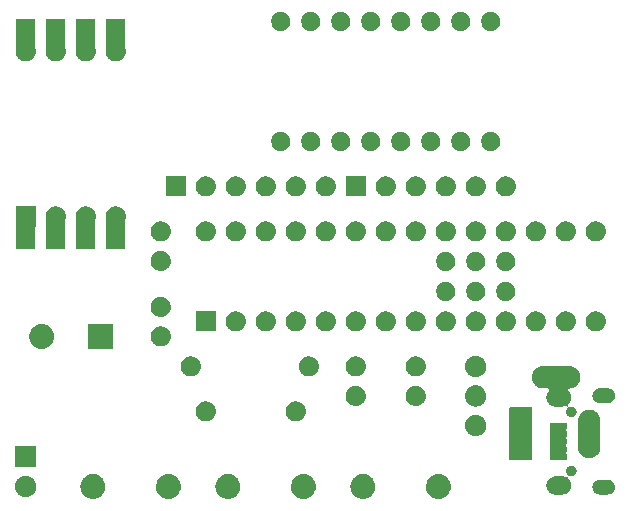
<source format=gts>
G04 #@! TF.GenerationSoftware,KiCad,Pcbnew,5.99.0-unknown-r17607-a0698723*
G04 #@! TF.CreationDate,2020-04-07T09:51:29-05:00*
G04 #@! TF.ProjectId,pcb_dip,7063625f-6469-4702-9e6b-696361645f70,rev?*
G04 #@! TF.SameCoordinates,Original*
G04 #@! TF.FileFunction,Soldermask,Top*
G04 #@! TF.FilePolarity,Negative*
%FSLAX46Y46*%
G04 Gerber Fmt 4.6, Leading zero omitted, Abs format (unit mm)*
G04 Created by KiCad (PCBNEW 5.99.0-unknown-r17607-a0698723) date 2020-04-07 09:51:29*
%MOMM*%
%LPD*%
G01*
G04 APERTURE LIST*
G04 APERTURE END LIST*
G36*
X131529139Y-100549342D02*
G01*
X131580391Y-100549700D01*
X131630592Y-100560005D01*
X131675921Y-100564769D01*
X131725849Y-100579559D01*
X131782293Y-100591145D01*
X131823643Y-100608527D01*
X131861126Y-100619630D01*
X131913310Y-100646219D01*
X131972300Y-100671016D01*
X132004181Y-100692520D01*
X132033239Y-100707326D01*
X132084895Y-100746963D01*
X132143174Y-100786273D01*
X132165742Y-100808999D01*
X132186479Y-100824911D01*
X132234446Y-100878184D01*
X132288407Y-100932523D01*
X132302580Y-100953855D01*
X132315732Y-100968462D01*
X132356673Y-101035271D01*
X132402468Y-101104198D01*
X132409774Y-101121924D01*
X132416659Y-101133159D01*
X132447227Y-101212791D01*
X132481011Y-101294758D01*
X132483483Y-101307242D01*
X132485882Y-101313492D01*
X132502877Y-101405190D01*
X132521045Y-101496944D01*
X132517757Y-101732363D01*
X132514353Y-101747347D01*
X132514203Y-101753066D01*
X132492784Y-101842285D01*
X132472094Y-101933352D01*
X132469548Y-101939071D01*
X132469497Y-101939282D01*
X132390930Y-102115745D01*
X132390810Y-102115919D01*
X132388261Y-102121645D01*
X132334384Y-102198021D01*
X132281524Y-102274932D01*
X132276786Y-102279670D01*
X132269451Y-102290068D01*
X132205258Y-102351198D01*
X132144932Y-102411524D01*
X132134070Y-102418989D01*
X132120191Y-102432206D01*
X132050349Y-102476529D01*
X131985745Y-102520930D01*
X131967781Y-102528928D01*
X131946165Y-102542646D01*
X131874788Y-102570332D01*
X131809282Y-102599497D01*
X131783863Y-102605599D01*
X131754002Y-102617182D01*
X131684772Y-102629389D01*
X131621462Y-102644588D01*
X131588890Y-102646295D01*
X131551022Y-102652972D01*
X131487047Y-102651632D01*
X131428562Y-102654697D01*
X131389812Y-102649596D01*
X131344955Y-102648656D01*
X131288658Y-102636278D01*
X131237049Y-102629484D01*
X131193715Y-102615404D01*
X131143652Y-102604397D01*
X131096680Y-102583875D01*
X131053342Y-102569794D01*
X131007590Y-102544953D01*
X130954779Y-102521880D01*
X130917942Y-102496278D01*
X130883588Y-102477625D01*
X130838070Y-102440765D01*
X130785530Y-102404249D01*
X130758819Y-102376589D01*
X130733479Y-102356069D01*
X130691204Y-102306572D01*
X130642353Y-102255985D01*
X130624997Y-102229054D01*
X130608024Y-102209181D01*
X130572176Y-102147092D01*
X130530701Y-102082734D01*
X130521277Y-102058932D01*
X130511443Y-102041899D01*
X130485273Y-101967997D01*
X130454826Y-101891096D01*
X130451366Y-101872245D01*
X130446966Y-101859819D01*
X130433619Y-101775547D01*
X130417619Y-101688371D01*
X130417797Y-101675649D01*
X130416749Y-101669034D01*
X130419192Y-101575694D01*
X130420497Y-101482279D01*
X130421798Y-101476157D01*
X130421804Y-101475936D01*
X130461965Y-101286999D01*
X130462047Y-101286800D01*
X130463350Y-101280672D01*
X130500167Y-101194771D01*
X130535886Y-101108538D01*
X130539534Y-101102920D01*
X130544546Y-101091227D01*
X130594610Y-101018111D01*
X130641090Y-100946537D01*
X130650166Y-100936973D01*
X130660992Y-100921162D01*
X130720082Y-100863296D01*
X130774053Y-100806423D01*
X130789964Y-100794863D01*
X130808253Y-100776953D01*
X130872313Y-100735033D01*
X130930323Y-100692887D01*
X130953918Y-100681633D01*
X130980720Y-100664094D01*
X131045896Y-100637761D01*
X131104666Y-100609729D01*
X131136171Y-100601287D01*
X131171823Y-100586883D01*
X131234682Y-100574892D01*
X131291249Y-100559735D01*
X131330210Y-100556669D01*
X131374284Y-100548261D01*
X131431923Y-100548663D01*
X131483819Y-100544579D01*
X131529139Y-100549342D01*
G37*
G36*
X125129139Y-100549342D02*
G01*
X125180391Y-100549700D01*
X125230592Y-100560005D01*
X125275921Y-100564769D01*
X125325849Y-100579559D01*
X125382293Y-100591145D01*
X125423643Y-100608527D01*
X125461126Y-100619630D01*
X125513310Y-100646219D01*
X125572300Y-100671016D01*
X125604181Y-100692520D01*
X125633239Y-100707326D01*
X125684895Y-100746963D01*
X125743174Y-100786273D01*
X125765742Y-100808999D01*
X125786479Y-100824911D01*
X125834446Y-100878184D01*
X125888407Y-100932523D01*
X125902580Y-100953855D01*
X125915732Y-100968462D01*
X125956673Y-101035271D01*
X126002468Y-101104198D01*
X126009774Y-101121924D01*
X126016659Y-101133159D01*
X126047227Y-101212791D01*
X126081011Y-101294758D01*
X126083483Y-101307242D01*
X126085882Y-101313492D01*
X126102877Y-101405190D01*
X126121045Y-101496944D01*
X126117757Y-101732363D01*
X126114353Y-101747347D01*
X126114203Y-101753066D01*
X126092784Y-101842285D01*
X126072094Y-101933352D01*
X126069548Y-101939071D01*
X126069497Y-101939282D01*
X125990930Y-102115745D01*
X125990810Y-102115919D01*
X125988261Y-102121645D01*
X125934384Y-102198021D01*
X125881524Y-102274932D01*
X125876786Y-102279670D01*
X125869451Y-102290068D01*
X125805258Y-102351198D01*
X125744932Y-102411524D01*
X125734070Y-102418989D01*
X125720191Y-102432206D01*
X125650349Y-102476529D01*
X125585745Y-102520930D01*
X125567781Y-102528928D01*
X125546165Y-102542646D01*
X125474788Y-102570332D01*
X125409282Y-102599497D01*
X125383863Y-102605599D01*
X125354002Y-102617182D01*
X125284772Y-102629389D01*
X125221462Y-102644588D01*
X125188890Y-102646295D01*
X125151022Y-102652972D01*
X125087047Y-102651632D01*
X125028562Y-102654697D01*
X124989812Y-102649596D01*
X124944955Y-102648656D01*
X124888658Y-102636278D01*
X124837049Y-102629484D01*
X124793715Y-102615404D01*
X124743652Y-102604397D01*
X124696680Y-102583875D01*
X124653342Y-102569794D01*
X124607590Y-102544953D01*
X124554779Y-102521880D01*
X124517942Y-102496278D01*
X124483588Y-102477625D01*
X124438070Y-102440765D01*
X124385530Y-102404249D01*
X124358819Y-102376589D01*
X124333479Y-102356069D01*
X124291204Y-102306572D01*
X124242353Y-102255985D01*
X124224997Y-102229054D01*
X124208024Y-102209181D01*
X124172176Y-102147092D01*
X124130701Y-102082734D01*
X124121277Y-102058932D01*
X124111443Y-102041899D01*
X124085273Y-101967997D01*
X124054826Y-101891096D01*
X124051366Y-101872245D01*
X124046966Y-101859819D01*
X124033619Y-101775547D01*
X124017619Y-101688371D01*
X124017797Y-101675649D01*
X124016749Y-101669034D01*
X124019192Y-101575694D01*
X124020497Y-101482279D01*
X124021798Y-101476157D01*
X124021804Y-101475936D01*
X124061965Y-101286999D01*
X124062047Y-101286800D01*
X124063350Y-101280672D01*
X124100167Y-101194771D01*
X124135886Y-101108538D01*
X124139534Y-101102920D01*
X124144546Y-101091227D01*
X124194610Y-101018111D01*
X124241090Y-100946537D01*
X124250166Y-100936973D01*
X124260992Y-100921162D01*
X124320082Y-100863296D01*
X124374053Y-100806423D01*
X124389964Y-100794863D01*
X124408253Y-100776953D01*
X124472313Y-100735033D01*
X124530323Y-100692887D01*
X124553918Y-100681633D01*
X124580720Y-100664094D01*
X124645896Y-100637761D01*
X124704666Y-100609729D01*
X124736171Y-100601287D01*
X124771823Y-100586883D01*
X124834682Y-100574892D01*
X124891249Y-100559735D01*
X124930210Y-100556669D01*
X124974284Y-100548261D01*
X125031923Y-100548663D01*
X125083819Y-100544579D01*
X125129139Y-100549342D01*
G37*
G36*
X154389139Y-100549342D02*
G01*
X154440391Y-100549700D01*
X154490592Y-100560005D01*
X154535921Y-100564769D01*
X154585849Y-100579559D01*
X154642293Y-100591145D01*
X154683643Y-100608527D01*
X154721126Y-100619630D01*
X154773310Y-100646219D01*
X154832300Y-100671016D01*
X154864181Y-100692520D01*
X154893239Y-100707326D01*
X154944895Y-100746963D01*
X155003174Y-100786273D01*
X155025742Y-100808999D01*
X155046479Y-100824911D01*
X155094446Y-100878184D01*
X155148407Y-100932523D01*
X155162580Y-100953855D01*
X155175732Y-100968462D01*
X155216673Y-101035271D01*
X155262468Y-101104198D01*
X155269774Y-101121924D01*
X155276659Y-101133159D01*
X155307227Y-101212791D01*
X155341011Y-101294758D01*
X155343483Y-101307242D01*
X155345882Y-101313492D01*
X155362877Y-101405190D01*
X155381045Y-101496944D01*
X155377757Y-101732363D01*
X155374353Y-101747347D01*
X155374203Y-101753066D01*
X155352784Y-101842285D01*
X155332094Y-101933352D01*
X155329548Y-101939071D01*
X155329497Y-101939282D01*
X155250930Y-102115745D01*
X155250810Y-102115919D01*
X155248261Y-102121645D01*
X155194384Y-102198021D01*
X155141524Y-102274932D01*
X155136786Y-102279670D01*
X155129451Y-102290068D01*
X155065258Y-102351198D01*
X155004932Y-102411524D01*
X154994070Y-102418989D01*
X154980191Y-102432206D01*
X154910349Y-102476529D01*
X154845745Y-102520930D01*
X154827781Y-102528928D01*
X154806165Y-102542646D01*
X154734788Y-102570332D01*
X154669282Y-102599497D01*
X154643863Y-102605599D01*
X154614002Y-102617182D01*
X154544772Y-102629389D01*
X154481462Y-102644588D01*
X154448890Y-102646295D01*
X154411022Y-102652972D01*
X154347047Y-102651632D01*
X154288562Y-102654697D01*
X154249812Y-102649596D01*
X154204955Y-102648656D01*
X154148658Y-102636278D01*
X154097049Y-102629484D01*
X154053715Y-102615404D01*
X154003652Y-102604397D01*
X153956680Y-102583875D01*
X153913342Y-102569794D01*
X153867590Y-102544953D01*
X153814779Y-102521880D01*
X153777942Y-102496278D01*
X153743588Y-102477625D01*
X153698070Y-102440765D01*
X153645530Y-102404249D01*
X153618819Y-102376589D01*
X153593479Y-102356069D01*
X153551204Y-102306572D01*
X153502353Y-102255985D01*
X153484997Y-102229054D01*
X153468024Y-102209181D01*
X153432176Y-102147092D01*
X153390701Y-102082734D01*
X153381277Y-102058932D01*
X153371443Y-102041899D01*
X153345273Y-101967997D01*
X153314826Y-101891096D01*
X153311366Y-101872245D01*
X153306966Y-101859819D01*
X153293619Y-101775547D01*
X153277619Y-101688371D01*
X153277797Y-101675649D01*
X153276749Y-101669034D01*
X153279192Y-101575694D01*
X153280497Y-101482279D01*
X153281798Y-101476157D01*
X153281804Y-101475936D01*
X153321965Y-101286999D01*
X153322047Y-101286800D01*
X153323350Y-101280672D01*
X153360167Y-101194771D01*
X153395886Y-101108538D01*
X153399534Y-101102920D01*
X153404546Y-101091227D01*
X153454610Y-101018111D01*
X153501090Y-100946537D01*
X153510166Y-100936973D01*
X153520992Y-100921162D01*
X153580082Y-100863296D01*
X153634053Y-100806423D01*
X153649964Y-100794863D01*
X153668253Y-100776953D01*
X153732313Y-100735033D01*
X153790323Y-100692887D01*
X153813918Y-100681633D01*
X153840720Y-100664094D01*
X153905896Y-100637761D01*
X153964666Y-100609729D01*
X153996171Y-100601287D01*
X154031823Y-100586883D01*
X154094682Y-100574892D01*
X154151249Y-100559735D01*
X154190210Y-100556669D01*
X154234284Y-100548261D01*
X154291923Y-100548663D01*
X154343819Y-100544579D01*
X154389139Y-100549342D01*
G37*
G36*
X147989139Y-100549342D02*
G01*
X148040391Y-100549700D01*
X148090592Y-100560005D01*
X148135921Y-100564769D01*
X148185849Y-100579559D01*
X148242293Y-100591145D01*
X148283643Y-100608527D01*
X148321126Y-100619630D01*
X148373310Y-100646219D01*
X148432300Y-100671016D01*
X148464181Y-100692520D01*
X148493239Y-100707326D01*
X148544895Y-100746963D01*
X148603174Y-100786273D01*
X148625742Y-100808999D01*
X148646479Y-100824911D01*
X148694446Y-100878184D01*
X148748407Y-100932523D01*
X148762580Y-100953855D01*
X148775732Y-100968462D01*
X148816673Y-101035271D01*
X148862468Y-101104198D01*
X148869774Y-101121924D01*
X148876659Y-101133159D01*
X148907227Y-101212791D01*
X148941011Y-101294758D01*
X148943483Y-101307242D01*
X148945882Y-101313492D01*
X148962877Y-101405190D01*
X148981045Y-101496944D01*
X148977757Y-101732363D01*
X148974353Y-101747347D01*
X148974203Y-101753066D01*
X148952784Y-101842285D01*
X148932094Y-101933352D01*
X148929548Y-101939071D01*
X148929497Y-101939282D01*
X148850930Y-102115745D01*
X148850810Y-102115919D01*
X148848261Y-102121645D01*
X148794384Y-102198021D01*
X148741524Y-102274932D01*
X148736786Y-102279670D01*
X148729451Y-102290068D01*
X148665258Y-102351198D01*
X148604932Y-102411524D01*
X148594070Y-102418989D01*
X148580191Y-102432206D01*
X148510349Y-102476529D01*
X148445745Y-102520930D01*
X148427781Y-102528928D01*
X148406165Y-102542646D01*
X148334788Y-102570332D01*
X148269282Y-102599497D01*
X148243863Y-102605599D01*
X148214002Y-102617182D01*
X148144772Y-102629389D01*
X148081462Y-102644588D01*
X148048890Y-102646295D01*
X148011022Y-102652972D01*
X147947047Y-102651632D01*
X147888562Y-102654697D01*
X147849812Y-102649596D01*
X147804955Y-102648656D01*
X147748658Y-102636278D01*
X147697049Y-102629484D01*
X147653715Y-102615404D01*
X147603652Y-102604397D01*
X147556680Y-102583875D01*
X147513342Y-102569794D01*
X147467590Y-102544953D01*
X147414779Y-102521880D01*
X147377942Y-102496278D01*
X147343588Y-102477625D01*
X147298070Y-102440765D01*
X147245530Y-102404249D01*
X147218819Y-102376589D01*
X147193479Y-102356069D01*
X147151204Y-102306572D01*
X147102353Y-102255985D01*
X147084997Y-102229054D01*
X147068024Y-102209181D01*
X147032176Y-102147092D01*
X146990701Y-102082734D01*
X146981277Y-102058932D01*
X146971443Y-102041899D01*
X146945273Y-101967997D01*
X146914826Y-101891096D01*
X146911366Y-101872245D01*
X146906966Y-101859819D01*
X146893619Y-101775547D01*
X146877619Y-101688371D01*
X146877797Y-101675649D01*
X146876749Y-101669034D01*
X146879192Y-101575694D01*
X146880497Y-101482279D01*
X146881798Y-101476157D01*
X146881804Y-101475936D01*
X146921965Y-101286999D01*
X146922047Y-101286800D01*
X146923350Y-101280672D01*
X146960167Y-101194771D01*
X146995886Y-101108538D01*
X146999534Y-101102920D01*
X147004546Y-101091227D01*
X147054610Y-101018111D01*
X147101090Y-100946537D01*
X147110166Y-100936973D01*
X147120992Y-100921162D01*
X147180082Y-100863296D01*
X147234053Y-100806423D01*
X147249964Y-100794863D01*
X147268253Y-100776953D01*
X147332313Y-100735033D01*
X147390323Y-100692887D01*
X147413918Y-100681633D01*
X147440720Y-100664094D01*
X147505896Y-100637761D01*
X147564666Y-100609729D01*
X147596171Y-100601287D01*
X147631823Y-100586883D01*
X147694682Y-100574892D01*
X147751249Y-100559735D01*
X147790210Y-100556669D01*
X147834284Y-100548261D01*
X147891923Y-100548663D01*
X147943819Y-100544579D01*
X147989139Y-100549342D01*
G37*
G36*
X142959139Y-100549342D02*
G01*
X143010391Y-100549700D01*
X143060592Y-100560005D01*
X143105921Y-100564769D01*
X143155849Y-100579559D01*
X143212293Y-100591145D01*
X143253643Y-100608527D01*
X143291126Y-100619630D01*
X143343310Y-100646219D01*
X143402300Y-100671016D01*
X143434181Y-100692520D01*
X143463239Y-100707326D01*
X143514895Y-100746963D01*
X143573174Y-100786273D01*
X143595742Y-100808999D01*
X143616479Y-100824911D01*
X143664446Y-100878184D01*
X143718407Y-100932523D01*
X143732580Y-100953855D01*
X143745732Y-100968462D01*
X143786673Y-101035271D01*
X143832468Y-101104198D01*
X143839774Y-101121924D01*
X143846659Y-101133159D01*
X143877227Y-101212791D01*
X143911011Y-101294758D01*
X143913483Y-101307242D01*
X143915882Y-101313492D01*
X143932877Y-101405190D01*
X143951045Y-101496944D01*
X143947757Y-101732363D01*
X143944353Y-101747347D01*
X143944203Y-101753066D01*
X143922784Y-101842285D01*
X143902094Y-101933352D01*
X143899548Y-101939071D01*
X143899497Y-101939282D01*
X143820930Y-102115745D01*
X143820810Y-102115919D01*
X143818261Y-102121645D01*
X143764384Y-102198021D01*
X143711524Y-102274932D01*
X143706786Y-102279670D01*
X143699451Y-102290068D01*
X143635258Y-102351198D01*
X143574932Y-102411524D01*
X143564070Y-102418989D01*
X143550191Y-102432206D01*
X143480349Y-102476529D01*
X143415745Y-102520930D01*
X143397781Y-102528928D01*
X143376165Y-102542646D01*
X143304788Y-102570332D01*
X143239282Y-102599497D01*
X143213863Y-102605599D01*
X143184002Y-102617182D01*
X143114772Y-102629389D01*
X143051462Y-102644588D01*
X143018890Y-102646295D01*
X142981022Y-102652972D01*
X142917047Y-102651632D01*
X142858562Y-102654697D01*
X142819812Y-102649596D01*
X142774955Y-102648656D01*
X142718658Y-102636278D01*
X142667049Y-102629484D01*
X142623715Y-102615404D01*
X142573652Y-102604397D01*
X142526680Y-102583875D01*
X142483342Y-102569794D01*
X142437590Y-102544953D01*
X142384779Y-102521880D01*
X142347942Y-102496278D01*
X142313588Y-102477625D01*
X142268070Y-102440765D01*
X142215530Y-102404249D01*
X142188819Y-102376589D01*
X142163479Y-102356069D01*
X142121204Y-102306572D01*
X142072353Y-102255985D01*
X142054997Y-102229054D01*
X142038024Y-102209181D01*
X142002176Y-102147092D01*
X141960701Y-102082734D01*
X141951277Y-102058932D01*
X141941443Y-102041899D01*
X141915273Y-101967997D01*
X141884826Y-101891096D01*
X141881366Y-101872245D01*
X141876966Y-101859819D01*
X141863619Y-101775547D01*
X141847619Y-101688371D01*
X141847797Y-101675649D01*
X141846749Y-101669034D01*
X141849192Y-101575694D01*
X141850497Y-101482279D01*
X141851798Y-101476157D01*
X141851804Y-101475936D01*
X141891965Y-101286999D01*
X141892047Y-101286800D01*
X141893350Y-101280672D01*
X141930167Y-101194771D01*
X141965886Y-101108538D01*
X141969534Y-101102920D01*
X141974546Y-101091227D01*
X142024610Y-101018111D01*
X142071090Y-100946537D01*
X142080166Y-100936973D01*
X142090992Y-100921162D01*
X142150082Y-100863296D01*
X142204053Y-100806423D01*
X142219964Y-100794863D01*
X142238253Y-100776953D01*
X142302313Y-100735033D01*
X142360323Y-100692887D01*
X142383918Y-100681633D01*
X142410720Y-100664094D01*
X142475896Y-100637761D01*
X142534666Y-100609729D01*
X142566171Y-100601287D01*
X142601823Y-100586883D01*
X142664682Y-100574892D01*
X142721249Y-100559735D01*
X142760210Y-100556669D01*
X142804284Y-100548261D01*
X142861923Y-100548663D01*
X142913819Y-100544579D01*
X142959139Y-100549342D01*
G37*
G36*
X136559139Y-100549342D02*
G01*
X136610391Y-100549700D01*
X136660592Y-100560005D01*
X136705921Y-100564769D01*
X136755849Y-100579559D01*
X136812293Y-100591145D01*
X136853643Y-100608527D01*
X136891126Y-100619630D01*
X136943310Y-100646219D01*
X137002300Y-100671016D01*
X137034181Y-100692520D01*
X137063239Y-100707326D01*
X137114895Y-100746963D01*
X137173174Y-100786273D01*
X137195742Y-100808999D01*
X137216479Y-100824911D01*
X137264446Y-100878184D01*
X137318407Y-100932523D01*
X137332580Y-100953855D01*
X137345732Y-100968462D01*
X137386673Y-101035271D01*
X137432468Y-101104198D01*
X137439774Y-101121924D01*
X137446659Y-101133159D01*
X137477227Y-101212791D01*
X137511011Y-101294758D01*
X137513483Y-101307242D01*
X137515882Y-101313492D01*
X137532877Y-101405190D01*
X137551045Y-101496944D01*
X137547757Y-101732363D01*
X137544353Y-101747347D01*
X137544203Y-101753066D01*
X137522784Y-101842285D01*
X137502094Y-101933352D01*
X137499548Y-101939071D01*
X137499497Y-101939282D01*
X137420930Y-102115745D01*
X137420810Y-102115919D01*
X137418261Y-102121645D01*
X137364384Y-102198021D01*
X137311524Y-102274932D01*
X137306786Y-102279670D01*
X137299451Y-102290068D01*
X137235258Y-102351198D01*
X137174932Y-102411524D01*
X137164070Y-102418989D01*
X137150191Y-102432206D01*
X137080349Y-102476529D01*
X137015745Y-102520930D01*
X136997781Y-102528928D01*
X136976165Y-102542646D01*
X136904788Y-102570332D01*
X136839282Y-102599497D01*
X136813863Y-102605599D01*
X136784002Y-102617182D01*
X136714772Y-102629389D01*
X136651462Y-102644588D01*
X136618890Y-102646295D01*
X136581022Y-102652972D01*
X136517047Y-102651632D01*
X136458562Y-102654697D01*
X136419812Y-102649596D01*
X136374955Y-102648656D01*
X136318658Y-102636278D01*
X136267049Y-102629484D01*
X136223715Y-102615404D01*
X136173652Y-102604397D01*
X136126680Y-102583875D01*
X136083342Y-102569794D01*
X136037590Y-102544953D01*
X135984779Y-102521880D01*
X135947942Y-102496278D01*
X135913588Y-102477625D01*
X135868070Y-102440765D01*
X135815530Y-102404249D01*
X135788819Y-102376589D01*
X135763479Y-102356069D01*
X135721204Y-102306572D01*
X135672353Y-102255985D01*
X135654997Y-102229054D01*
X135638024Y-102209181D01*
X135602176Y-102147092D01*
X135560701Y-102082734D01*
X135551277Y-102058932D01*
X135541443Y-102041899D01*
X135515273Y-101967997D01*
X135484826Y-101891096D01*
X135481366Y-101872245D01*
X135476966Y-101859819D01*
X135463619Y-101775547D01*
X135447619Y-101688371D01*
X135447797Y-101675649D01*
X135446749Y-101669034D01*
X135449192Y-101575694D01*
X135450497Y-101482279D01*
X135451798Y-101476157D01*
X135451804Y-101475936D01*
X135491965Y-101286999D01*
X135492047Y-101286800D01*
X135493350Y-101280672D01*
X135530167Y-101194771D01*
X135565886Y-101108538D01*
X135569534Y-101102920D01*
X135574546Y-101091227D01*
X135624610Y-101018111D01*
X135671090Y-100946537D01*
X135680166Y-100936973D01*
X135690992Y-100921162D01*
X135750082Y-100863296D01*
X135804053Y-100806423D01*
X135819964Y-100794863D01*
X135838253Y-100776953D01*
X135902313Y-100735033D01*
X135960323Y-100692887D01*
X135983918Y-100681633D01*
X136010720Y-100664094D01*
X136075896Y-100637761D01*
X136134666Y-100609729D01*
X136166171Y-100601287D01*
X136201823Y-100586883D01*
X136264682Y-100574892D01*
X136321249Y-100559735D01*
X136360210Y-100556669D01*
X136404284Y-100548261D01*
X136461923Y-100548663D01*
X136513819Y-100544579D01*
X136559139Y-100549342D01*
G37*
G36*
X119429902Y-100699283D02*
G01*
X119474637Y-100699595D01*
X119518460Y-100708590D01*
X119568360Y-100713835D01*
X119610132Y-100727408D01*
X119647723Y-100735124D01*
X119694851Y-100754935D01*
X119748488Y-100772363D01*
X119781099Y-100791191D01*
X119810614Y-100803598D01*
X119858301Y-100835763D01*
X119912511Y-100867061D01*
X119935826Y-100888054D01*
X119957101Y-100902404D01*
X120002183Y-100947802D01*
X120053261Y-100993793D01*
X120068003Y-101014083D01*
X120081608Y-101027784D01*
X120120643Y-101086537D01*
X120164586Y-101147019D01*
X120172221Y-101164168D01*
X120179388Y-101174955D01*
X120208865Y-101246472D01*
X120241621Y-101320042D01*
X120244211Y-101332225D01*
X120246724Y-101338323D01*
X120263292Y-101421997D01*
X120280999Y-101505301D01*
X120280999Y-101694699D01*
X120278115Y-101708269D01*
X120278030Y-101714331D01*
X120259342Y-101796585D01*
X120241621Y-101879958D01*
X120239129Y-101885555D01*
X120239078Y-101885780D01*
X120167210Y-102047197D01*
X120167078Y-102047385D01*
X120164586Y-102052981D01*
X120114480Y-102121946D01*
X120065357Y-102191582D01*
X120060585Y-102196126D01*
X120053261Y-102206207D01*
X119993396Y-102260110D01*
X119937396Y-102313438D01*
X119926464Y-102320376D01*
X119912511Y-102332939D01*
X119847764Y-102370321D01*
X119788211Y-102408114D01*
X119770209Y-102415097D01*
X119748488Y-102427637D01*
X119683115Y-102448878D01*
X119623468Y-102472014D01*
X119598200Y-102476469D01*
X119568360Y-102486165D01*
X119506095Y-102492709D01*
X119449460Y-102502695D01*
X119417459Y-102502025D01*
X119380000Y-102505962D01*
X119323902Y-102500066D01*
X119272799Y-102498996D01*
X119235323Y-102490756D01*
X119191640Y-102486165D01*
X119143917Y-102470659D01*
X119100225Y-102461052D01*
X119059230Y-102443142D01*
X119011512Y-102427637D01*
X118973473Y-102405675D01*
X118938310Y-102390313D01*
X118896337Y-102361141D01*
X118847489Y-102332939D01*
X118819504Y-102307741D01*
X118793215Y-102289470D01*
X118753257Y-102248092D01*
X118706739Y-102206207D01*
X118688296Y-102180823D01*
X118670473Y-102162366D01*
X118635821Y-102108597D01*
X118595414Y-102052981D01*
X118585212Y-102030066D01*
X118574754Y-102013839D01*
X118548789Y-101948261D01*
X118518379Y-101879958D01*
X118514476Y-101861596D01*
X118509707Y-101849551D01*
X118495740Y-101773448D01*
X118479001Y-101694699D01*
X118479001Y-101682246D01*
X118477811Y-101675762D01*
X118479001Y-101590535D01*
X118479001Y-101505301D01*
X118480275Y-101499308D01*
X118480278Y-101499077D01*
X118517015Y-101326246D01*
X118517105Y-101326036D01*
X118518379Y-101320042D01*
X118553042Y-101242188D01*
X118586622Y-101163839D01*
X118590348Y-101158397D01*
X118595414Y-101147019D01*
X118642746Y-101081872D01*
X118686452Y-101018041D01*
X118695706Y-101008979D01*
X118706739Y-100993793D01*
X118762297Y-100943769D01*
X118812693Y-100894417D01*
X118828848Y-100883846D01*
X118847489Y-100867061D01*
X118907026Y-100832687D01*
X118960551Y-100797662D01*
X118984340Y-100788050D01*
X119011512Y-100772363D01*
X119071045Y-100753019D01*
X119124376Y-100731472D01*
X119155820Y-100725474D01*
X119191640Y-100713835D01*
X119247744Y-100707938D01*
X119297945Y-100698362D01*
X119336312Y-100698630D01*
X119380000Y-100694038D01*
X119429902Y-100699283D01*
G37*
G36*
X168748252Y-101047446D02*
G01*
X168793548Y-101052848D01*
X168794897Y-101053339D01*
X168801823Y-101054214D01*
X168865313Y-101078968D01*
X168925107Y-101100731D01*
X168931196Y-101104655D01*
X168942989Y-101109253D01*
X168994440Y-101145413D01*
X169043160Y-101176811D01*
X169052090Y-101185930D01*
X169066952Y-101196375D01*
X169104759Y-101239714D01*
X169141420Y-101277151D01*
X169150996Y-101292716D01*
X169166555Y-101310552D01*
X169190448Y-101356844D01*
X169215013Y-101396774D01*
X169222678Y-101419290D01*
X169236047Y-101445192D01*
X169246936Y-101490546D01*
X169260273Y-101529724D01*
X169263334Y-101558850D01*
X169271418Y-101592521D01*
X169271202Y-101633711D01*
X169274953Y-101669395D01*
X169270835Y-101703930D01*
X169270625Y-101744035D01*
X169261920Y-101778690D01*
X169258323Y-101808856D01*
X169244813Y-101846798D01*
X169233713Y-101890986D01*
X169219558Y-101917720D01*
X169211212Y-101941158D01*
X169186683Y-101979809D01*
X169162814Y-102024890D01*
X169146340Y-102043380D01*
X169135957Y-102059741D01*
X169099558Y-102095887D01*
X169062021Y-102138018D01*
X169046145Y-102148929D01*
X169036303Y-102158703D01*
X168988080Y-102188836D01*
X168937153Y-102223837D01*
X168924285Y-102228699D01*
X168917201Y-102233126D01*
X168858152Y-102253689D01*
X168795418Y-102277394D01*
X168787236Y-102278384D01*
X168784569Y-102279313D01*
X168716081Y-102286995D01*
X168682987Y-102291000D01*
X167958610Y-102291000D01*
X167891748Y-102282554D01*
X167846452Y-102277152D01*
X167845103Y-102276661D01*
X167838177Y-102275786D01*
X167774687Y-102251032D01*
X167714893Y-102229269D01*
X167708804Y-102225345D01*
X167697011Y-102220747D01*
X167645560Y-102184587D01*
X167596840Y-102153189D01*
X167587910Y-102144070D01*
X167573048Y-102133625D01*
X167535241Y-102090286D01*
X167498580Y-102052849D01*
X167489004Y-102037284D01*
X167473445Y-102019448D01*
X167449552Y-101973156D01*
X167424987Y-101933226D01*
X167417322Y-101910710D01*
X167403953Y-101884808D01*
X167393064Y-101839454D01*
X167379727Y-101800276D01*
X167376666Y-101771150D01*
X167368582Y-101737479D01*
X167368798Y-101696289D01*
X167365047Y-101660605D01*
X167369165Y-101626070D01*
X167369375Y-101585965D01*
X167378080Y-101551310D01*
X167381677Y-101521144D01*
X167395187Y-101483202D01*
X167406287Y-101439014D01*
X167420442Y-101412280D01*
X167428788Y-101388842D01*
X167453317Y-101350191D01*
X167477186Y-101305110D01*
X167493660Y-101286620D01*
X167504043Y-101270259D01*
X167540442Y-101234113D01*
X167577979Y-101191982D01*
X167593855Y-101181071D01*
X167603697Y-101171297D01*
X167651920Y-101141164D01*
X167702847Y-101106163D01*
X167715715Y-101101301D01*
X167722799Y-101096874D01*
X167781848Y-101076311D01*
X167844582Y-101052606D01*
X167852764Y-101051616D01*
X167855431Y-101050687D01*
X167923919Y-101043005D01*
X167957013Y-101039000D01*
X168681390Y-101039000D01*
X168748252Y-101047446D01*
G37*
G36*
X165588042Y-99839000D02*
G01*
X165629373Y-99839000D01*
X165646560Y-99843605D01*
X165672987Y-99845685D01*
X165712068Y-99861158D01*
X165744080Y-99869736D01*
X165766663Y-99882774D01*
X165799080Y-99895609D01*
X165825356Y-99916660D01*
X165846920Y-99929110D01*
X165871191Y-99953381D01*
X165904920Y-99980403D01*
X165919146Y-100001336D01*
X165930890Y-100013080D01*
X165952134Y-100049877D01*
X165981148Y-100092569D01*
X165986128Y-100108756D01*
X165990264Y-100115920D01*
X166003310Y-100164606D01*
X166021025Y-100222191D01*
X166020960Y-100230477D01*
X166021000Y-100230627D01*
X166021000Y-100349373D01*
X166019996Y-100353118D01*
X166019904Y-100364885D01*
X166002449Y-100418607D01*
X165990264Y-100464080D01*
X165984339Y-100474343D01*
X165977996Y-100493864D01*
X165950393Y-100533139D01*
X165930890Y-100566920D01*
X165916629Y-100581181D01*
X165900016Y-100604819D01*
X165868699Y-100629111D01*
X165846920Y-100650890D01*
X165822287Y-100665112D01*
X165792857Y-100687940D01*
X165763595Y-100698997D01*
X165744080Y-100710264D01*
X165708664Y-100719754D01*
X165665995Y-100735877D01*
X165643121Y-100737316D01*
X165629373Y-100741000D01*
X165584572Y-100741000D01*
X165530645Y-100744393D01*
X165516512Y-100741000D01*
X165510625Y-100741000D01*
X165459921Y-100727414D01*
X165417962Y-100717340D01*
X165351559Y-100718921D01*
X165293230Y-100758399D01*
X165265504Y-100823145D01*
X165277184Y-100892602D01*
X165295429Y-100916854D01*
X165332891Y-100955110D01*
X165374858Y-100992897D01*
X165389126Y-101012535D01*
X165410365Y-101034224D01*
X165440652Y-101083455D01*
X165470736Y-101124862D01*
X165482812Y-101151985D01*
X165501588Y-101182505D01*
X165518440Y-101232006D01*
X165537085Y-101273884D01*
X165544380Y-101308205D01*
X165557693Y-101347311D01*
X165562584Y-101393850D01*
X165570999Y-101433437D01*
X165570999Y-101473908D01*
X165575891Y-101520452D01*
X165570999Y-101561478D01*
X165570999Y-101596563D01*
X165561470Y-101641395D01*
X165555278Y-101693321D01*
X165543257Y-101727080D01*
X165537085Y-101756116D01*
X165516269Y-101802871D01*
X165496877Y-101857328D01*
X165480611Y-101882959D01*
X165470737Y-101905137D01*
X165437541Y-101950826D01*
X165403593Y-102004321D01*
X165385935Y-102021856D01*
X165374856Y-102037105D01*
X165329010Y-102078385D01*
X165280061Y-102126994D01*
X165263606Y-102137276D01*
X165253634Y-102146255D01*
X165195810Y-102179639D01*
X165132420Y-102219250D01*
X165119273Y-102223828D01*
X165112366Y-102227816D01*
X165044513Y-102249862D01*
X164968009Y-102276504D01*
X164959622Y-102277445D01*
X164957227Y-102278223D01*
X164885080Y-102285806D01*
X164838774Y-102291000D01*
X164203824Y-102291000D01*
X164200003Y-102290544D01*
X164082773Y-102278223D01*
X164074714Y-102275605D01*
X164061375Y-102274014D01*
X163991131Y-102248447D01*
X163927634Y-102227816D01*
X163916011Y-102221106D01*
X163897780Y-102214470D01*
X163839807Y-102177109D01*
X163786366Y-102146255D01*
X163772356Y-102133640D01*
X163751442Y-102120162D01*
X163707112Y-102074894D01*
X163665142Y-102037103D01*
X163650874Y-102017465D01*
X163629635Y-101995776D01*
X163599348Y-101946545D01*
X163569264Y-101905138D01*
X163557188Y-101878015D01*
X163538412Y-101847495D01*
X163521560Y-101797994D01*
X163502915Y-101756116D01*
X163495620Y-101721795D01*
X163482307Y-101682689D01*
X163477416Y-101636150D01*
X163469001Y-101596563D01*
X163469001Y-101556092D01*
X163464109Y-101509548D01*
X163469001Y-101468522D01*
X163469001Y-101433437D01*
X163478530Y-101388605D01*
X163484722Y-101336679D01*
X163496743Y-101302920D01*
X163502915Y-101273884D01*
X163523731Y-101227129D01*
X163543123Y-101172672D01*
X163559389Y-101147041D01*
X163569263Y-101124863D01*
X163602459Y-101079174D01*
X163636407Y-101025679D01*
X163654065Y-101008144D01*
X163665144Y-100992895D01*
X163710990Y-100951615D01*
X163759939Y-100903006D01*
X163776394Y-100892724D01*
X163786366Y-100883745D01*
X163844190Y-100850361D01*
X163907580Y-100810750D01*
X163920727Y-100806172D01*
X163927634Y-100802184D01*
X163995487Y-100780138D01*
X164071991Y-100753496D01*
X164080378Y-100752555D01*
X164082773Y-100751777D01*
X164154920Y-100744194D01*
X164201226Y-100739000D01*
X164836176Y-100739000D01*
X164839997Y-100739456D01*
X164957227Y-100751777D01*
X164965286Y-100754395D01*
X164978625Y-100755986D01*
X165048874Y-100781555D01*
X165108995Y-100801089D01*
X165179399Y-100803100D01*
X165239714Y-100766729D01*
X165270790Y-100703523D01*
X165262762Y-100633550D01*
X165236010Y-100593820D01*
X165209110Y-100566920D01*
X165203779Y-100557687D01*
X165190772Y-100543392D01*
X165169820Y-100498868D01*
X165149736Y-100464080D01*
X165144824Y-100445747D01*
X165133029Y-100420682D01*
X165127276Y-100380258D01*
X165119000Y-100349373D01*
X165119000Y-100322111D01*
X165113920Y-100286418D01*
X165119000Y-100254344D01*
X165119000Y-100230627D01*
X165128186Y-100196345D01*
X165135135Y-100152470D01*
X165145746Y-100130810D01*
X165149736Y-100115920D01*
X165171556Y-100078126D01*
X165194799Y-100030682D01*
X165205569Y-100019213D01*
X165209110Y-100013080D01*
X165245517Y-99976673D01*
X165287635Y-99931822D01*
X165349747Y-99896394D01*
X165395920Y-99869736D01*
X165396981Y-99869452D01*
X165405436Y-99864629D01*
X165462997Y-99851763D01*
X165510627Y-99839000D01*
X165520093Y-99839000D01*
X165537787Y-99835045D01*
X165588042Y-99839000D01*
G37*
G36*
X120249899Y-98161959D02*
G01*
X120266769Y-98173231D01*
X120278041Y-98190101D01*
X120284448Y-98222312D01*
X120284448Y-99897688D01*
X120281999Y-99910000D01*
X120278041Y-99929899D01*
X120266769Y-99946769D01*
X120249899Y-99958041D01*
X120230000Y-99961999D01*
X120217688Y-99964448D01*
X118542312Y-99964448D01*
X118510101Y-99958041D01*
X118493231Y-99946769D01*
X118481959Y-99929899D01*
X118475552Y-99897688D01*
X118475552Y-98222312D01*
X118481959Y-98190101D01*
X118493231Y-98173231D01*
X118510101Y-98161959D01*
X118542312Y-98155552D01*
X120217688Y-98155552D01*
X120249899Y-98161959D01*
G37*
G36*
X162209899Y-94906959D02*
G01*
X162226769Y-94918231D01*
X162238041Y-94935101D01*
X162244448Y-94967312D01*
X162244448Y-99342688D01*
X162241999Y-99355000D01*
X162238041Y-99374899D01*
X162226769Y-99391769D01*
X162209899Y-99403041D01*
X162190000Y-99406999D01*
X162177688Y-99409448D01*
X160402312Y-99409448D01*
X160370101Y-99403041D01*
X160353231Y-99391769D01*
X160341959Y-99374899D01*
X160335552Y-99342688D01*
X160335552Y-94967312D01*
X160341959Y-94935101D01*
X160353231Y-94918231D01*
X160370101Y-94906959D01*
X160402312Y-94900552D01*
X162177688Y-94900552D01*
X162209899Y-94906959D01*
G37*
G36*
X165139899Y-96216959D02*
G01*
X165156769Y-96228231D01*
X165168041Y-96245101D01*
X165174448Y-96277312D01*
X165174448Y-96702688D01*
X165168041Y-96734900D01*
X165160921Y-96745555D01*
X165139875Y-96812770D01*
X165160921Y-96884445D01*
X165168041Y-96895100D01*
X165174448Y-96927312D01*
X165174448Y-97352688D01*
X165168041Y-97384900D01*
X165160921Y-97395555D01*
X165139875Y-97462770D01*
X165160921Y-97534445D01*
X165168041Y-97545100D01*
X165174448Y-97577312D01*
X165174448Y-98002688D01*
X165168041Y-98034900D01*
X165160921Y-98045555D01*
X165139875Y-98112770D01*
X165160921Y-98184445D01*
X165168041Y-98195100D01*
X165174448Y-98227312D01*
X165174448Y-98652688D01*
X165168041Y-98684900D01*
X165160921Y-98695555D01*
X165139875Y-98762770D01*
X165160921Y-98834445D01*
X165168041Y-98845100D01*
X165174448Y-98877312D01*
X165174448Y-99302688D01*
X165171999Y-99315000D01*
X165168041Y-99334899D01*
X165156769Y-99351769D01*
X165139899Y-99363041D01*
X165120000Y-99366999D01*
X165107688Y-99369448D01*
X163832312Y-99369448D01*
X163800101Y-99363041D01*
X163783231Y-99351769D01*
X163771959Y-99334899D01*
X163765552Y-99302688D01*
X163765552Y-98877312D01*
X163771959Y-98845100D01*
X163779079Y-98834445D01*
X163800125Y-98767230D01*
X163779079Y-98695555D01*
X163771959Y-98684900D01*
X163765552Y-98652688D01*
X163765552Y-98227312D01*
X163771959Y-98195100D01*
X163779079Y-98184445D01*
X163800125Y-98117230D01*
X163779079Y-98045555D01*
X163771959Y-98034900D01*
X163765552Y-98002688D01*
X163765552Y-97577312D01*
X163771959Y-97545100D01*
X163779079Y-97534445D01*
X163800125Y-97467230D01*
X163779079Y-97395555D01*
X163771959Y-97384900D01*
X163765552Y-97352688D01*
X163765552Y-96927312D01*
X163771959Y-96895100D01*
X163779079Y-96884445D01*
X163800125Y-96817230D01*
X163779079Y-96745555D01*
X163771959Y-96734900D01*
X163765552Y-96702688D01*
X163765552Y-96277312D01*
X163771959Y-96245101D01*
X163783231Y-96228231D01*
X163800101Y-96216959D01*
X163832312Y-96210552D01*
X165107688Y-96210552D01*
X165139899Y-96216959D01*
G37*
G36*
X167145663Y-95104572D02*
G01*
X167189831Y-95105150D01*
X167233155Y-95113767D01*
X167282149Y-95118917D01*
X167323684Y-95131774D01*
X167361258Y-95139248D01*
X167407758Y-95157800D01*
X167460309Y-95174067D01*
X167493460Y-95191991D01*
X167523597Y-95204015D01*
X167570924Y-95233876D01*
X167624365Y-95262771D01*
X167648934Y-95283096D01*
X167671416Y-95297281D01*
X167716860Y-95339289D01*
X167768067Y-95381651D01*
X167784550Y-95401861D01*
X167799764Y-95415925D01*
X167840375Y-95470310D01*
X167885940Y-95526178D01*
X167895450Y-95544064D01*
X167904343Y-95555973D01*
X167937089Y-95622376D01*
X167973497Y-95690849D01*
X167977666Y-95704658D01*
X167981645Y-95712726D01*
X168003521Y-95790293D01*
X168027402Y-95869389D01*
X168028240Y-95877940D01*
X168029089Y-95880949D01*
X168037343Y-95970781D01*
X168041000Y-96008075D01*
X168041000Y-98298776D01*
X168024719Y-98453681D01*
X167999128Y-98534354D01*
X167972380Y-98620497D01*
X167970924Y-98623265D01*
X167968327Y-98631451D01*
X167928530Y-98703841D01*
X167891000Y-98775173D01*
X167885431Y-98782237D01*
X167878479Y-98794883D01*
X167828610Y-98854315D01*
X167782792Y-98912435D01*
X167771622Y-98922231D01*
X167758599Y-98937751D01*
X167702406Y-98982931D01*
X167651382Y-99027678D01*
X167633578Y-99038270D01*
X167613252Y-99054613D01*
X167554357Y-99085402D01*
X167501173Y-99117044D01*
X167476232Y-99126245D01*
X167447974Y-99141018D01*
X167389686Y-99158173D01*
X167337192Y-99177539D01*
X167305221Y-99183033D01*
X167269062Y-99193675D01*
X167214271Y-99198661D01*
X167164936Y-99207139D01*
X167126631Y-99206637D01*
X167083330Y-99210578D01*
X167034337Y-99205428D01*
X166990169Y-99204850D01*
X166946845Y-99196233D01*
X166897851Y-99191083D01*
X166856316Y-99178226D01*
X166818742Y-99170752D01*
X166772242Y-99152200D01*
X166719691Y-99135933D01*
X166686542Y-99118010D01*
X166656405Y-99105986D01*
X166609079Y-99076126D01*
X166555636Y-99047229D01*
X166531065Y-99026902D01*
X166508583Y-99012717D01*
X166463142Y-98970712D01*
X166411934Y-98928349D01*
X166395451Y-98908138D01*
X166380237Y-98894075D01*
X166339626Y-98839690D01*
X166294061Y-98783822D01*
X166284551Y-98765936D01*
X166275658Y-98754027D01*
X166242912Y-98687624D01*
X166206504Y-98619151D01*
X166202335Y-98605342D01*
X166198356Y-98597274D01*
X166176480Y-98519707D01*
X166152599Y-98440611D01*
X166151761Y-98432060D01*
X166150912Y-98429051D01*
X166142658Y-98339219D01*
X166139001Y-98301925D01*
X166139000Y-96011225D01*
X166155281Y-95856320D01*
X166180864Y-95775674D01*
X166207619Y-95689506D01*
X166209076Y-95686737D01*
X166211673Y-95678550D01*
X166251468Y-95606162D01*
X166289001Y-95534825D01*
X166294570Y-95527761D01*
X166301521Y-95515117D01*
X166351386Y-95455690D01*
X166397208Y-95397565D01*
X166408378Y-95387769D01*
X166421401Y-95372249D01*
X166477594Y-95327069D01*
X166528618Y-95282322D01*
X166546422Y-95271730D01*
X166566748Y-95255387D01*
X166625643Y-95224598D01*
X166678827Y-95192956D01*
X166703768Y-95183755D01*
X166732026Y-95168982D01*
X166790314Y-95151827D01*
X166842808Y-95132461D01*
X166874779Y-95126967D01*
X166910938Y-95116325D01*
X166965729Y-95111339D01*
X167015064Y-95102861D01*
X167053369Y-95103363D01*
X167096670Y-95099422D01*
X167145663Y-95104572D01*
G37*
G36*
X157529902Y-95539283D02*
G01*
X157574637Y-95539595D01*
X157618460Y-95548590D01*
X157668360Y-95553835D01*
X157710132Y-95567408D01*
X157747723Y-95575124D01*
X157794851Y-95594935D01*
X157848488Y-95612363D01*
X157881099Y-95631191D01*
X157910614Y-95643598D01*
X157958301Y-95675763D01*
X158012511Y-95707061D01*
X158035826Y-95728054D01*
X158057101Y-95742404D01*
X158102183Y-95787802D01*
X158153261Y-95833793D01*
X158168003Y-95854083D01*
X158181608Y-95867784D01*
X158220643Y-95926537D01*
X158264586Y-95987019D01*
X158272221Y-96004168D01*
X158279388Y-96014955D01*
X158308865Y-96086472D01*
X158341621Y-96160042D01*
X158344211Y-96172225D01*
X158346724Y-96178323D01*
X158363292Y-96261997D01*
X158380999Y-96345301D01*
X158380999Y-96534699D01*
X158378115Y-96548269D01*
X158378030Y-96554331D01*
X158359342Y-96636585D01*
X158341621Y-96719958D01*
X158339129Y-96725555D01*
X158339078Y-96725780D01*
X158267210Y-96887197D01*
X158267078Y-96887385D01*
X158264586Y-96892981D01*
X158214480Y-96961946D01*
X158165357Y-97031582D01*
X158160585Y-97036126D01*
X158153261Y-97046207D01*
X158093396Y-97100110D01*
X158037396Y-97153438D01*
X158026464Y-97160376D01*
X158012511Y-97172939D01*
X157947764Y-97210321D01*
X157888211Y-97248114D01*
X157870209Y-97255097D01*
X157848488Y-97267637D01*
X157783115Y-97288878D01*
X157723468Y-97312014D01*
X157698200Y-97316469D01*
X157668360Y-97326165D01*
X157606095Y-97332709D01*
X157549460Y-97342695D01*
X157517459Y-97342025D01*
X157480000Y-97345962D01*
X157423902Y-97340066D01*
X157372799Y-97338996D01*
X157335323Y-97330756D01*
X157291640Y-97326165D01*
X157243917Y-97310659D01*
X157200225Y-97301052D01*
X157159230Y-97283142D01*
X157111512Y-97267637D01*
X157073473Y-97245675D01*
X157038310Y-97230313D01*
X156996337Y-97201141D01*
X156947489Y-97172939D01*
X156919504Y-97147741D01*
X156893215Y-97129470D01*
X156853257Y-97088092D01*
X156806739Y-97046207D01*
X156788296Y-97020823D01*
X156770473Y-97002366D01*
X156735821Y-96948597D01*
X156695414Y-96892981D01*
X156685212Y-96870066D01*
X156674754Y-96853839D01*
X156648789Y-96788261D01*
X156618379Y-96719958D01*
X156614476Y-96701596D01*
X156609707Y-96689551D01*
X156595740Y-96613448D01*
X156579001Y-96534699D01*
X156579001Y-96522246D01*
X156577811Y-96515762D01*
X156579001Y-96430535D01*
X156579001Y-96345301D01*
X156580275Y-96339308D01*
X156580278Y-96339077D01*
X156617015Y-96166246D01*
X156617105Y-96166036D01*
X156618379Y-96160042D01*
X156653042Y-96082188D01*
X156686622Y-96003839D01*
X156690348Y-95998397D01*
X156695414Y-95987019D01*
X156742746Y-95921872D01*
X156786452Y-95858041D01*
X156795706Y-95848979D01*
X156806739Y-95833793D01*
X156862297Y-95783769D01*
X156912693Y-95734417D01*
X156928848Y-95723846D01*
X156947489Y-95707061D01*
X157007026Y-95672687D01*
X157060551Y-95637662D01*
X157084340Y-95628050D01*
X157111512Y-95612363D01*
X157171045Y-95593019D01*
X157224376Y-95571472D01*
X157255820Y-95565474D01*
X157291640Y-95553835D01*
X157347744Y-95547938D01*
X157397945Y-95538362D01*
X157436312Y-95538630D01*
X157480000Y-95534038D01*
X157529902Y-95539283D01*
G37*
G36*
X134622976Y-94397826D02*
G01*
X134664766Y-94395782D01*
X134709056Y-94402639D01*
X134759810Y-94405476D01*
X134800163Y-94416743D01*
X134835621Y-94422232D01*
X134883204Y-94439928D01*
X134937898Y-94455199D01*
X134969622Y-94472067D01*
X134997659Y-94482494D01*
X135045757Y-94512549D01*
X135101153Y-94542004D01*
X135123968Y-94561421D01*
X135144271Y-94574108D01*
X135189641Y-94617313D01*
X135241961Y-94661841D01*
X135256463Y-94680947D01*
X135269472Y-94693335D01*
X135308616Y-94749655D01*
X135353751Y-94809118D01*
X135361302Y-94825459D01*
X135368142Y-94835301D01*
X135397508Y-94903817D01*
X135431307Y-94976965D01*
X135433885Y-94988692D01*
X135436247Y-94994202D01*
X135452429Y-95073036D01*
X135471011Y-95157551D01*
X135470345Y-95348388D01*
X135451181Y-95432738D01*
X135434443Y-95511485D01*
X135432041Y-95516982D01*
X135429381Y-95528692D01*
X135395069Y-95601609D01*
X135365227Y-95669915D01*
X135358318Y-95679709D01*
X135350655Y-95695994D01*
X135305114Y-95755130D01*
X135265570Y-95811187D01*
X135252472Y-95823487D01*
X135237840Y-95842487D01*
X135185227Y-95886635D01*
X135139544Y-95929534D01*
X135119147Y-95942082D01*
X135096199Y-95961338D01*
X135040600Y-95990405D01*
X134992293Y-96020123D01*
X134964184Y-96030354D01*
X134932341Y-96047001D01*
X134877534Y-96061892D01*
X134829831Y-96079254D01*
X134794340Y-96084495D01*
X134753911Y-96095479D01*
X134703139Y-96097962D01*
X134658803Y-96104509D01*
X134617027Y-96102174D01*
X134569233Y-96104511D01*
X134524992Y-96097028D01*
X134486189Y-96094859D01*
X134439980Y-96082650D01*
X134386923Y-96073676D01*
X134350839Y-96059097D01*
X134319035Y-96050694D01*
X134270897Y-96026799D01*
X134215488Y-96004412D01*
X134188311Y-95985804D01*
X134164182Y-95973826D01*
X134117128Y-95937063D01*
X134062926Y-95899950D01*
X134044469Y-95880295D01*
X134027950Y-95867389D01*
X133985400Y-95817393D01*
X133936354Y-95765164D01*
X133925608Y-95747138D01*
X133915896Y-95735726D01*
X133881401Y-95672981D01*
X133841678Y-95606344D01*
X133836943Y-95592111D01*
X133832610Y-95584229D01*
X133809692Y-95510192D01*
X133783314Y-95430898D01*
X133782372Y-95421934D01*
X133781486Y-95419072D01*
X133773347Y-95336068D01*
X133763987Y-95247012D01*
X133773967Y-95158044D01*
X133782687Y-95075078D01*
X133783593Y-95072220D01*
X133784598Y-95063265D01*
X133811530Y-94984153D01*
X133834963Y-94910281D01*
X133839350Y-94902432D01*
X133844184Y-94888231D01*
X133884382Y-94821857D01*
X133919304Y-94759371D01*
X133929092Y-94748031D01*
X133939967Y-94730075D01*
X133989385Y-94678181D01*
X134032273Y-94628495D01*
X134048879Y-94615707D01*
X134067477Y-94596177D01*
X134121952Y-94559433D01*
X134169250Y-94523009D01*
X134193458Y-94511202D01*
X134220765Y-94492783D01*
X134276319Y-94470787D01*
X134324633Y-94447223D01*
X134356503Y-94439040D01*
X134392679Y-94424717D01*
X134445795Y-94416114D01*
X134492088Y-94404228D01*
X134530903Y-94402330D01*
X134575199Y-94395155D01*
X134622976Y-94397826D01*
G37*
G36*
X142242976Y-94397826D02*
G01*
X142284766Y-94395782D01*
X142329056Y-94402639D01*
X142379810Y-94405476D01*
X142420163Y-94416743D01*
X142455621Y-94422232D01*
X142503204Y-94439928D01*
X142557898Y-94455199D01*
X142589622Y-94472067D01*
X142617659Y-94482494D01*
X142665757Y-94512549D01*
X142721153Y-94542004D01*
X142743968Y-94561421D01*
X142764271Y-94574108D01*
X142809641Y-94617313D01*
X142861961Y-94661841D01*
X142876463Y-94680947D01*
X142889472Y-94693335D01*
X142928616Y-94749655D01*
X142973751Y-94809118D01*
X142981302Y-94825459D01*
X142988142Y-94835301D01*
X143017508Y-94903817D01*
X143051307Y-94976965D01*
X143053885Y-94988692D01*
X143056247Y-94994202D01*
X143072429Y-95073036D01*
X143091011Y-95157551D01*
X143090345Y-95348388D01*
X143071181Y-95432738D01*
X143054443Y-95511485D01*
X143052041Y-95516982D01*
X143049381Y-95528692D01*
X143015069Y-95601609D01*
X142985227Y-95669915D01*
X142978318Y-95679709D01*
X142970655Y-95695994D01*
X142925114Y-95755130D01*
X142885570Y-95811187D01*
X142872472Y-95823487D01*
X142857840Y-95842487D01*
X142805227Y-95886635D01*
X142759544Y-95929534D01*
X142739147Y-95942082D01*
X142716199Y-95961338D01*
X142660600Y-95990405D01*
X142612293Y-96020123D01*
X142584184Y-96030354D01*
X142552341Y-96047001D01*
X142497534Y-96061892D01*
X142449831Y-96079254D01*
X142414340Y-96084495D01*
X142373911Y-96095479D01*
X142323139Y-96097962D01*
X142278803Y-96104509D01*
X142237027Y-96102174D01*
X142189233Y-96104511D01*
X142144992Y-96097028D01*
X142106189Y-96094859D01*
X142059980Y-96082650D01*
X142006923Y-96073676D01*
X141970839Y-96059097D01*
X141939035Y-96050694D01*
X141890897Y-96026799D01*
X141835488Y-96004412D01*
X141808311Y-95985804D01*
X141784182Y-95973826D01*
X141737128Y-95937063D01*
X141682926Y-95899950D01*
X141664469Y-95880295D01*
X141647950Y-95867389D01*
X141605400Y-95817393D01*
X141556354Y-95765164D01*
X141545608Y-95747138D01*
X141535896Y-95735726D01*
X141501401Y-95672981D01*
X141461678Y-95606344D01*
X141456943Y-95592111D01*
X141452610Y-95584229D01*
X141429692Y-95510192D01*
X141403314Y-95430898D01*
X141402372Y-95421934D01*
X141401486Y-95419072D01*
X141393347Y-95336068D01*
X141383987Y-95247012D01*
X141393967Y-95158044D01*
X141402687Y-95075078D01*
X141403593Y-95072220D01*
X141404598Y-95063265D01*
X141431530Y-94984153D01*
X141454963Y-94910281D01*
X141459350Y-94902432D01*
X141464184Y-94888231D01*
X141504382Y-94821857D01*
X141539304Y-94759371D01*
X141549092Y-94748031D01*
X141559967Y-94730075D01*
X141609385Y-94678181D01*
X141652273Y-94628495D01*
X141668879Y-94615707D01*
X141687477Y-94596177D01*
X141741952Y-94559433D01*
X141789250Y-94523009D01*
X141813458Y-94511202D01*
X141840765Y-94492783D01*
X141896319Y-94470787D01*
X141944633Y-94447223D01*
X141976503Y-94439040D01*
X142012679Y-94424717D01*
X142065795Y-94416114D01*
X142112088Y-94404228D01*
X142150903Y-94402330D01*
X142195199Y-94395155D01*
X142242976Y-94397826D01*
G37*
G36*
X165588681Y-91420281D02*
G01*
X165669354Y-91445872D01*
X165755497Y-91472620D01*
X165758265Y-91474076D01*
X165766451Y-91476673D01*
X165838841Y-91516470D01*
X165910173Y-91554000D01*
X165917237Y-91559569D01*
X165929883Y-91566521D01*
X165989315Y-91616390D01*
X166047435Y-91662208D01*
X166057231Y-91673378D01*
X166072751Y-91686401D01*
X166117931Y-91742594D01*
X166162678Y-91793618D01*
X166173270Y-91811422D01*
X166189613Y-91831748D01*
X166220402Y-91890643D01*
X166252044Y-91943827D01*
X166261245Y-91968768D01*
X166276018Y-91997026D01*
X166293173Y-92055314D01*
X166312539Y-92107808D01*
X166318033Y-92139779D01*
X166328675Y-92175938D01*
X166333661Y-92230728D01*
X166342139Y-92280064D01*
X166341637Y-92318370D01*
X166345578Y-92361671D01*
X166340428Y-92410664D01*
X166339850Y-92454832D01*
X166331233Y-92498156D01*
X166326083Y-92547150D01*
X166313226Y-92588685D01*
X166305752Y-92626259D01*
X166287200Y-92672759D01*
X166270933Y-92725310D01*
X166253010Y-92758459D01*
X166240986Y-92788596D01*
X166211126Y-92835922D01*
X166182229Y-92889365D01*
X166161902Y-92913936D01*
X166147717Y-92936418D01*
X166105712Y-92981859D01*
X166063349Y-93033067D01*
X166043138Y-93049550D01*
X166029075Y-93064764D01*
X165974690Y-93105375D01*
X165918822Y-93150940D01*
X165900936Y-93160450D01*
X165889027Y-93169343D01*
X165822624Y-93202089D01*
X165754151Y-93238497D01*
X165740342Y-93242666D01*
X165732274Y-93246645D01*
X165654707Y-93268521D01*
X165575611Y-93292402D01*
X165567060Y-93293240D01*
X165564051Y-93294089D01*
X165474222Y-93302343D01*
X165436925Y-93306000D01*
X165434424Y-93306000D01*
X165428721Y-93306524D01*
X165428902Y-93308493D01*
X165369811Y-93325843D01*
X165323688Y-93379073D01*
X165313664Y-93448788D01*
X165353750Y-93523891D01*
X165374858Y-93542897D01*
X165389126Y-93562535D01*
X165410365Y-93584224D01*
X165440652Y-93633455D01*
X165470736Y-93674862D01*
X165482812Y-93701985D01*
X165501588Y-93732505D01*
X165518440Y-93782006D01*
X165537085Y-93823884D01*
X165544380Y-93858205D01*
X165557693Y-93897311D01*
X165562584Y-93943850D01*
X165570999Y-93983437D01*
X165570999Y-94023908D01*
X165575891Y-94070452D01*
X165570999Y-94111478D01*
X165570999Y-94146563D01*
X165561470Y-94191395D01*
X165555278Y-94243321D01*
X165543257Y-94277080D01*
X165537085Y-94306116D01*
X165516269Y-94352871D01*
X165496877Y-94407328D01*
X165480611Y-94432959D01*
X165470737Y-94455137D01*
X165437541Y-94500826D01*
X165403593Y-94554321D01*
X165385935Y-94571856D01*
X165374856Y-94587105D01*
X165329015Y-94628380D01*
X165302591Y-94654620D01*
X165269035Y-94709089D01*
X165270376Y-94779509D01*
X165309576Y-94838024D01*
X165374189Y-94866058D01*
X165410170Y-94863571D01*
X165462984Y-94851765D01*
X165510625Y-94839000D01*
X165520093Y-94839000D01*
X165537787Y-94835045D01*
X165588042Y-94839000D01*
X165629373Y-94839000D01*
X165646560Y-94843605D01*
X165672987Y-94845685D01*
X165712068Y-94861158D01*
X165744080Y-94869736D01*
X165766663Y-94882774D01*
X165799080Y-94895609D01*
X165825356Y-94916660D01*
X165846920Y-94929110D01*
X165871191Y-94953381D01*
X165904920Y-94980403D01*
X165919146Y-95001336D01*
X165930890Y-95013080D01*
X165952134Y-95049877D01*
X165981148Y-95092569D01*
X165986128Y-95108756D01*
X165990264Y-95115920D01*
X166003310Y-95164606D01*
X166021025Y-95222191D01*
X166020960Y-95230477D01*
X166021000Y-95230627D01*
X166021000Y-95349373D01*
X166019996Y-95353118D01*
X166019904Y-95364885D01*
X166002449Y-95418607D01*
X165990264Y-95464080D01*
X165984339Y-95474343D01*
X165977996Y-95493864D01*
X165950393Y-95533139D01*
X165930890Y-95566920D01*
X165916629Y-95581181D01*
X165900016Y-95604819D01*
X165868699Y-95629111D01*
X165846920Y-95650890D01*
X165822287Y-95665112D01*
X165792857Y-95687940D01*
X165763595Y-95698997D01*
X165744080Y-95710264D01*
X165708664Y-95719754D01*
X165665995Y-95735877D01*
X165643121Y-95737316D01*
X165629373Y-95741000D01*
X165584572Y-95741000D01*
X165530645Y-95744393D01*
X165516512Y-95741000D01*
X165510627Y-95741000D01*
X165459941Y-95727419D01*
X165398775Y-95712734D01*
X165340330Y-95678169D01*
X165293080Y-95650890D01*
X165291454Y-95649264D01*
X165282044Y-95643699D01*
X165243202Y-95601012D01*
X165209110Y-95566920D01*
X165203779Y-95557687D01*
X165190772Y-95543392D01*
X165169820Y-95498868D01*
X165149736Y-95464080D01*
X165144824Y-95445747D01*
X165133029Y-95420682D01*
X165127276Y-95380258D01*
X165119000Y-95349373D01*
X165119000Y-95322111D01*
X165113920Y-95286418D01*
X165119000Y-95254344D01*
X165119000Y-95230627D01*
X165128186Y-95196345D01*
X165135135Y-95152470D01*
X165145746Y-95130810D01*
X165149736Y-95115920D01*
X165171556Y-95078126D01*
X165194799Y-95030682D01*
X165205569Y-95019213D01*
X165209110Y-95013080D01*
X165236010Y-94986180D01*
X165269764Y-94924362D01*
X165264740Y-94854109D01*
X165222531Y-94797725D01*
X165156539Y-94773111D01*
X165108995Y-94778911D01*
X165044521Y-94799860D01*
X164968009Y-94826504D01*
X164959622Y-94827445D01*
X164957227Y-94828223D01*
X164885080Y-94835806D01*
X164838774Y-94841000D01*
X164203824Y-94841000D01*
X164200003Y-94840544D01*
X164082773Y-94828223D01*
X164074714Y-94825605D01*
X164061375Y-94824014D01*
X163991131Y-94798447D01*
X163927634Y-94777816D01*
X163916011Y-94771106D01*
X163897780Y-94764470D01*
X163839807Y-94727109D01*
X163786366Y-94696255D01*
X163772356Y-94683640D01*
X163751442Y-94670162D01*
X163707112Y-94624894D01*
X163665142Y-94587103D01*
X163650874Y-94567465D01*
X163629635Y-94545776D01*
X163599348Y-94496545D01*
X163569264Y-94455138D01*
X163557188Y-94428015D01*
X163538412Y-94397495D01*
X163521560Y-94347994D01*
X163502915Y-94306116D01*
X163495620Y-94271795D01*
X163482307Y-94232689D01*
X163477416Y-94186150D01*
X163469001Y-94146563D01*
X163469001Y-94106092D01*
X163464109Y-94059548D01*
X163469001Y-94018522D01*
X163469001Y-93983437D01*
X163478530Y-93938605D01*
X163484722Y-93886679D01*
X163496743Y-93852920D01*
X163502915Y-93823884D01*
X163523731Y-93777129D01*
X163543123Y-93722672D01*
X163559389Y-93697041D01*
X163569263Y-93674863D01*
X163602459Y-93629174D01*
X163636407Y-93575679D01*
X163654065Y-93558144D01*
X163665144Y-93542895D01*
X163686250Y-93523891D01*
X163723194Y-93463925D01*
X163721852Y-93393505D01*
X163682652Y-93334989D01*
X163602609Y-93306000D01*
X163146224Y-93306000D01*
X162991319Y-93289719D01*
X162910646Y-93264128D01*
X162824503Y-93237380D01*
X162821735Y-93235924D01*
X162813549Y-93233327D01*
X162741159Y-93193530D01*
X162669827Y-93156000D01*
X162662763Y-93150431D01*
X162650117Y-93143479D01*
X162590685Y-93093610D01*
X162532565Y-93047792D01*
X162522769Y-93036622D01*
X162507249Y-93023599D01*
X162462069Y-92967406D01*
X162417322Y-92916382D01*
X162406730Y-92898578D01*
X162390387Y-92878252D01*
X162359598Y-92819357D01*
X162327956Y-92766173D01*
X162318755Y-92741232D01*
X162303982Y-92712974D01*
X162286827Y-92654686D01*
X162267461Y-92602192D01*
X162261967Y-92570221D01*
X162251325Y-92534062D01*
X162246339Y-92479272D01*
X162237861Y-92429936D01*
X162238363Y-92391630D01*
X162234422Y-92348329D01*
X162239572Y-92299336D01*
X162240150Y-92255168D01*
X162248767Y-92211844D01*
X162253917Y-92162850D01*
X162266774Y-92121315D01*
X162274248Y-92083741D01*
X162292800Y-92037241D01*
X162309067Y-91984690D01*
X162326990Y-91951541D01*
X162339014Y-91921404D01*
X162368874Y-91874078D01*
X162397771Y-91820635D01*
X162418098Y-91796064D01*
X162432283Y-91773582D01*
X162474288Y-91728141D01*
X162516651Y-91676933D01*
X162536862Y-91660450D01*
X162550925Y-91645236D01*
X162605310Y-91604625D01*
X162661178Y-91559060D01*
X162679064Y-91549550D01*
X162690973Y-91540657D01*
X162757376Y-91507911D01*
X162825849Y-91471503D01*
X162839658Y-91467334D01*
X162847726Y-91463355D01*
X162925293Y-91441479D01*
X163004389Y-91417598D01*
X163012940Y-91416760D01*
X163015949Y-91415911D01*
X163105781Y-91407657D01*
X163143075Y-91404000D01*
X165433776Y-91404000D01*
X165588681Y-91420281D01*
G37*
G36*
X157529902Y-93039283D02*
G01*
X157574637Y-93039595D01*
X157618460Y-93048590D01*
X157668360Y-93053835D01*
X157710132Y-93067408D01*
X157747723Y-93075124D01*
X157794851Y-93094935D01*
X157848488Y-93112363D01*
X157881099Y-93131191D01*
X157910614Y-93143598D01*
X157958301Y-93175763D01*
X158012511Y-93207061D01*
X158035826Y-93228054D01*
X158057101Y-93242404D01*
X158102183Y-93287802D01*
X158153261Y-93333793D01*
X158168003Y-93354083D01*
X158181608Y-93367784D01*
X158220643Y-93426537D01*
X158264586Y-93487019D01*
X158272221Y-93504168D01*
X158279388Y-93514955D01*
X158308865Y-93586472D01*
X158341621Y-93660042D01*
X158344211Y-93672225D01*
X158346724Y-93678323D01*
X158363292Y-93761997D01*
X158380999Y-93845301D01*
X158380999Y-94034699D01*
X158378115Y-94048269D01*
X158378030Y-94054331D01*
X158359342Y-94136585D01*
X158341621Y-94219958D01*
X158339129Y-94225555D01*
X158339078Y-94225780D01*
X158267210Y-94387197D01*
X158267078Y-94387385D01*
X158264586Y-94392981D01*
X158214480Y-94461946D01*
X158165357Y-94531582D01*
X158160585Y-94536126D01*
X158153261Y-94546207D01*
X158093396Y-94600110D01*
X158037396Y-94653438D01*
X158026464Y-94660376D01*
X158012511Y-94672939D01*
X157947764Y-94710321D01*
X157888211Y-94748114D01*
X157870209Y-94755097D01*
X157848488Y-94767637D01*
X157783115Y-94788878D01*
X157723468Y-94812014D01*
X157698200Y-94816469D01*
X157668360Y-94826165D01*
X157606095Y-94832709D01*
X157549460Y-94842695D01*
X157517459Y-94842025D01*
X157480000Y-94845962D01*
X157423902Y-94840066D01*
X157372799Y-94838996D01*
X157335323Y-94830756D01*
X157291640Y-94826165D01*
X157243917Y-94810659D01*
X157200225Y-94801052D01*
X157159230Y-94783142D01*
X157111512Y-94767637D01*
X157073473Y-94745675D01*
X157038310Y-94730313D01*
X156996337Y-94701141D01*
X156947489Y-94672939D01*
X156919504Y-94647741D01*
X156893215Y-94629470D01*
X156853257Y-94588092D01*
X156806739Y-94546207D01*
X156788296Y-94520823D01*
X156770473Y-94502366D01*
X156735821Y-94448597D01*
X156695414Y-94392981D01*
X156685212Y-94370066D01*
X156674754Y-94353839D01*
X156648789Y-94288261D01*
X156618379Y-94219958D01*
X156614476Y-94201596D01*
X156609707Y-94189551D01*
X156595740Y-94113448D01*
X156579001Y-94034699D01*
X156579001Y-94022246D01*
X156577811Y-94015762D01*
X156579001Y-93930535D01*
X156579001Y-93845301D01*
X156580275Y-93839308D01*
X156580278Y-93839077D01*
X156617015Y-93666246D01*
X156617105Y-93666036D01*
X156618379Y-93660042D01*
X156653042Y-93582188D01*
X156686622Y-93503839D01*
X156690348Y-93498397D01*
X156695414Y-93487019D01*
X156742746Y-93421872D01*
X156786452Y-93358041D01*
X156795706Y-93348979D01*
X156806739Y-93333793D01*
X156862297Y-93283769D01*
X156912693Y-93234417D01*
X156928848Y-93223846D01*
X156947489Y-93207061D01*
X157007026Y-93172687D01*
X157060551Y-93137662D01*
X157084340Y-93128050D01*
X157111512Y-93112363D01*
X157171045Y-93093019D01*
X157224376Y-93071472D01*
X157255820Y-93065474D01*
X157291640Y-93053835D01*
X157347744Y-93047938D01*
X157397945Y-93038362D01*
X157436312Y-93038630D01*
X157480000Y-93034038D01*
X157529902Y-93039283D01*
G37*
G36*
X147322976Y-93087826D02*
G01*
X147364766Y-93085782D01*
X147409056Y-93092639D01*
X147459810Y-93095476D01*
X147500163Y-93106743D01*
X147535621Y-93112232D01*
X147583204Y-93129928D01*
X147637898Y-93145199D01*
X147669622Y-93162067D01*
X147697659Y-93172494D01*
X147745757Y-93202549D01*
X147801153Y-93232004D01*
X147823968Y-93251421D01*
X147844271Y-93264108D01*
X147889641Y-93307313D01*
X147941961Y-93351841D01*
X147956463Y-93370947D01*
X147969472Y-93383335D01*
X148008616Y-93439655D01*
X148053751Y-93499118D01*
X148061302Y-93515459D01*
X148068142Y-93525301D01*
X148097508Y-93593817D01*
X148131307Y-93666965D01*
X148133885Y-93678692D01*
X148136247Y-93684202D01*
X148152429Y-93763036D01*
X148171011Y-93847551D01*
X148170345Y-94038388D01*
X148151181Y-94122738D01*
X148134443Y-94201485D01*
X148132041Y-94206982D01*
X148129381Y-94218692D01*
X148095069Y-94291609D01*
X148065227Y-94359915D01*
X148058318Y-94369709D01*
X148050655Y-94385994D01*
X148005114Y-94445130D01*
X147965570Y-94501187D01*
X147952472Y-94513487D01*
X147937840Y-94532487D01*
X147885227Y-94576635D01*
X147839544Y-94619534D01*
X147819147Y-94632082D01*
X147796199Y-94651338D01*
X147740600Y-94680405D01*
X147692293Y-94710123D01*
X147664184Y-94720354D01*
X147632341Y-94737001D01*
X147577534Y-94751892D01*
X147529831Y-94769254D01*
X147494340Y-94774495D01*
X147453911Y-94785479D01*
X147403139Y-94787962D01*
X147358803Y-94794509D01*
X147317027Y-94792174D01*
X147269233Y-94794511D01*
X147224992Y-94787028D01*
X147186189Y-94784859D01*
X147139980Y-94772650D01*
X147086923Y-94763676D01*
X147050839Y-94749097D01*
X147019035Y-94740694D01*
X146970897Y-94716799D01*
X146915488Y-94694412D01*
X146888311Y-94675804D01*
X146864182Y-94663826D01*
X146817128Y-94627063D01*
X146762926Y-94589950D01*
X146744469Y-94570295D01*
X146727950Y-94557389D01*
X146685400Y-94507393D01*
X146636354Y-94455164D01*
X146625608Y-94437138D01*
X146615896Y-94425726D01*
X146581401Y-94362981D01*
X146541678Y-94296344D01*
X146536943Y-94282111D01*
X146532610Y-94274229D01*
X146509692Y-94200192D01*
X146483314Y-94120898D01*
X146482372Y-94111934D01*
X146481486Y-94109072D01*
X146473347Y-94026068D01*
X146463987Y-93937012D01*
X146473967Y-93848044D01*
X146482687Y-93765078D01*
X146483593Y-93762220D01*
X146484598Y-93753265D01*
X146511530Y-93674153D01*
X146534963Y-93600281D01*
X146539350Y-93592432D01*
X146544184Y-93578231D01*
X146584382Y-93511857D01*
X146619304Y-93449371D01*
X146629092Y-93438031D01*
X146639967Y-93420075D01*
X146689385Y-93368181D01*
X146732273Y-93318495D01*
X146748879Y-93305707D01*
X146767477Y-93286177D01*
X146821952Y-93249433D01*
X146869250Y-93213009D01*
X146893458Y-93201202D01*
X146920765Y-93182783D01*
X146976319Y-93160787D01*
X147024633Y-93137223D01*
X147056503Y-93129040D01*
X147092679Y-93114717D01*
X147145795Y-93106114D01*
X147192088Y-93094228D01*
X147230903Y-93092330D01*
X147275199Y-93085155D01*
X147322976Y-93087826D01*
G37*
G36*
X152402976Y-93087826D02*
G01*
X152444766Y-93085782D01*
X152489056Y-93092639D01*
X152539810Y-93095476D01*
X152580163Y-93106743D01*
X152615621Y-93112232D01*
X152663204Y-93129928D01*
X152717898Y-93145199D01*
X152749622Y-93162067D01*
X152777659Y-93172494D01*
X152825757Y-93202549D01*
X152881153Y-93232004D01*
X152903968Y-93251421D01*
X152924271Y-93264108D01*
X152969641Y-93307313D01*
X153021961Y-93351841D01*
X153036463Y-93370947D01*
X153049472Y-93383335D01*
X153088616Y-93439655D01*
X153133751Y-93499118D01*
X153141302Y-93515459D01*
X153148142Y-93525301D01*
X153177508Y-93593817D01*
X153211307Y-93666965D01*
X153213885Y-93678692D01*
X153216247Y-93684202D01*
X153232429Y-93763036D01*
X153251011Y-93847551D01*
X153250345Y-94038388D01*
X153231181Y-94122738D01*
X153214443Y-94201485D01*
X153212041Y-94206982D01*
X153209381Y-94218692D01*
X153175069Y-94291609D01*
X153145227Y-94359915D01*
X153138318Y-94369709D01*
X153130655Y-94385994D01*
X153085114Y-94445130D01*
X153045570Y-94501187D01*
X153032472Y-94513487D01*
X153017840Y-94532487D01*
X152965227Y-94576635D01*
X152919544Y-94619534D01*
X152899147Y-94632082D01*
X152876199Y-94651338D01*
X152820600Y-94680405D01*
X152772293Y-94710123D01*
X152744184Y-94720354D01*
X152712341Y-94737001D01*
X152657534Y-94751892D01*
X152609831Y-94769254D01*
X152574340Y-94774495D01*
X152533911Y-94785479D01*
X152483139Y-94787962D01*
X152438803Y-94794509D01*
X152397027Y-94792174D01*
X152349233Y-94794511D01*
X152304992Y-94787028D01*
X152266189Y-94784859D01*
X152219980Y-94772650D01*
X152166923Y-94763676D01*
X152130839Y-94749097D01*
X152099035Y-94740694D01*
X152050897Y-94716799D01*
X151995488Y-94694412D01*
X151968311Y-94675804D01*
X151944182Y-94663826D01*
X151897128Y-94627063D01*
X151842926Y-94589950D01*
X151824469Y-94570295D01*
X151807950Y-94557389D01*
X151765400Y-94507393D01*
X151716354Y-94455164D01*
X151705608Y-94437138D01*
X151695896Y-94425726D01*
X151661401Y-94362981D01*
X151621678Y-94296344D01*
X151616943Y-94282111D01*
X151612610Y-94274229D01*
X151589692Y-94200192D01*
X151563314Y-94120898D01*
X151562372Y-94111934D01*
X151561486Y-94109072D01*
X151553347Y-94026068D01*
X151543987Y-93937012D01*
X151553967Y-93848044D01*
X151562687Y-93765078D01*
X151563593Y-93762220D01*
X151564598Y-93753265D01*
X151591530Y-93674153D01*
X151614963Y-93600281D01*
X151619350Y-93592432D01*
X151624184Y-93578231D01*
X151664382Y-93511857D01*
X151699304Y-93449371D01*
X151709092Y-93438031D01*
X151719967Y-93420075D01*
X151769385Y-93368181D01*
X151812273Y-93318495D01*
X151828879Y-93305707D01*
X151847477Y-93286177D01*
X151901952Y-93249433D01*
X151949250Y-93213009D01*
X151973458Y-93201202D01*
X152000765Y-93182783D01*
X152056319Y-93160787D01*
X152104633Y-93137223D01*
X152136503Y-93129040D01*
X152172679Y-93114717D01*
X152225795Y-93106114D01*
X152272088Y-93094228D01*
X152310903Y-93092330D01*
X152355199Y-93085155D01*
X152402976Y-93087826D01*
G37*
G36*
X168748252Y-93297446D02*
G01*
X168793548Y-93302848D01*
X168794897Y-93303339D01*
X168801823Y-93304214D01*
X168865313Y-93328968D01*
X168925107Y-93350731D01*
X168931196Y-93354655D01*
X168942989Y-93359253D01*
X168994440Y-93395413D01*
X169043160Y-93426811D01*
X169052090Y-93435930D01*
X169066952Y-93446375D01*
X169104759Y-93489714D01*
X169141420Y-93527151D01*
X169150996Y-93542716D01*
X169166555Y-93560552D01*
X169190448Y-93606844D01*
X169215013Y-93646774D01*
X169222678Y-93669290D01*
X169236047Y-93695192D01*
X169246936Y-93740546D01*
X169260273Y-93779724D01*
X169263334Y-93808850D01*
X169271418Y-93842521D01*
X169271202Y-93883711D01*
X169274953Y-93919395D01*
X169270835Y-93953930D01*
X169270625Y-93994035D01*
X169261920Y-94028690D01*
X169258323Y-94058856D01*
X169244813Y-94096798D01*
X169233713Y-94140986D01*
X169219558Y-94167720D01*
X169211212Y-94191158D01*
X169186683Y-94229809D01*
X169162814Y-94274890D01*
X169146340Y-94293380D01*
X169135957Y-94309741D01*
X169099558Y-94345887D01*
X169062021Y-94388018D01*
X169046145Y-94398929D01*
X169036303Y-94408703D01*
X168988080Y-94438836D01*
X168937153Y-94473837D01*
X168924285Y-94478699D01*
X168917201Y-94483126D01*
X168858152Y-94503689D01*
X168795418Y-94527394D01*
X168787236Y-94528384D01*
X168784569Y-94529313D01*
X168716081Y-94536995D01*
X168682987Y-94541000D01*
X167958610Y-94541000D01*
X167891748Y-94532554D01*
X167846452Y-94527152D01*
X167845103Y-94526661D01*
X167838177Y-94525786D01*
X167774687Y-94501032D01*
X167714893Y-94479269D01*
X167708804Y-94475345D01*
X167697011Y-94470747D01*
X167645560Y-94434587D01*
X167596840Y-94403189D01*
X167587910Y-94394070D01*
X167573048Y-94383625D01*
X167535241Y-94340286D01*
X167498580Y-94302849D01*
X167489004Y-94287284D01*
X167473445Y-94269448D01*
X167449552Y-94223156D01*
X167424987Y-94183226D01*
X167417322Y-94160710D01*
X167403953Y-94134808D01*
X167393064Y-94089454D01*
X167379727Y-94050276D01*
X167376666Y-94021150D01*
X167368582Y-93987479D01*
X167368798Y-93946289D01*
X167365047Y-93910605D01*
X167369165Y-93876070D01*
X167369375Y-93835965D01*
X167378080Y-93801310D01*
X167381677Y-93771144D01*
X167395187Y-93733202D01*
X167406287Y-93689014D01*
X167420442Y-93662280D01*
X167428788Y-93638842D01*
X167453317Y-93600191D01*
X167477186Y-93555110D01*
X167493660Y-93536620D01*
X167504043Y-93520259D01*
X167540442Y-93484113D01*
X167577979Y-93441982D01*
X167593855Y-93431071D01*
X167603697Y-93421297D01*
X167651920Y-93391164D01*
X167702847Y-93356163D01*
X167715715Y-93351301D01*
X167722799Y-93346874D01*
X167781848Y-93326311D01*
X167844582Y-93302606D01*
X167852764Y-93301616D01*
X167855431Y-93300687D01*
X167923919Y-93293005D01*
X167957013Y-93289000D01*
X168681390Y-93289000D01*
X168748252Y-93297446D01*
G37*
G36*
X157529902Y-90539283D02*
G01*
X157574637Y-90539595D01*
X157618460Y-90548590D01*
X157668360Y-90553835D01*
X157710132Y-90567408D01*
X157747723Y-90575124D01*
X157794851Y-90594935D01*
X157848488Y-90612363D01*
X157881099Y-90631191D01*
X157910614Y-90643598D01*
X157958301Y-90675763D01*
X158012511Y-90707061D01*
X158035826Y-90728054D01*
X158057101Y-90742404D01*
X158102183Y-90787802D01*
X158153261Y-90833793D01*
X158168003Y-90854083D01*
X158181608Y-90867784D01*
X158220643Y-90926537D01*
X158264586Y-90987019D01*
X158272221Y-91004168D01*
X158279388Y-91014955D01*
X158308865Y-91086472D01*
X158341621Y-91160042D01*
X158344211Y-91172225D01*
X158346724Y-91178323D01*
X158363292Y-91261997D01*
X158380999Y-91345301D01*
X158380999Y-91534699D01*
X158378115Y-91548269D01*
X158378030Y-91554331D01*
X158359342Y-91636585D01*
X158341621Y-91719958D01*
X158339129Y-91725555D01*
X158339078Y-91725780D01*
X158267210Y-91887197D01*
X158267078Y-91887385D01*
X158264586Y-91892981D01*
X158214480Y-91961946D01*
X158165357Y-92031582D01*
X158160585Y-92036126D01*
X158153261Y-92046207D01*
X158093396Y-92100110D01*
X158037396Y-92153438D01*
X158026464Y-92160376D01*
X158012511Y-92172939D01*
X157947764Y-92210321D01*
X157888211Y-92248114D01*
X157870209Y-92255097D01*
X157848488Y-92267637D01*
X157783115Y-92288878D01*
X157723468Y-92312014D01*
X157698200Y-92316469D01*
X157668360Y-92326165D01*
X157606095Y-92332709D01*
X157549460Y-92342695D01*
X157517459Y-92342025D01*
X157480000Y-92345962D01*
X157423902Y-92340066D01*
X157372799Y-92338996D01*
X157335323Y-92330756D01*
X157291640Y-92326165D01*
X157243917Y-92310659D01*
X157200225Y-92301052D01*
X157159230Y-92283142D01*
X157111512Y-92267637D01*
X157073473Y-92245675D01*
X157038310Y-92230313D01*
X156996337Y-92201141D01*
X156947489Y-92172939D01*
X156919504Y-92147741D01*
X156893215Y-92129470D01*
X156853257Y-92088092D01*
X156806739Y-92046207D01*
X156788296Y-92020823D01*
X156770473Y-92002366D01*
X156735821Y-91948597D01*
X156695414Y-91892981D01*
X156685212Y-91870066D01*
X156674754Y-91853839D01*
X156648789Y-91788261D01*
X156618379Y-91719958D01*
X156614476Y-91701596D01*
X156609707Y-91689551D01*
X156595740Y-91613448D01*
X156579001Y-91534699D01*
X156579001Y-91522246D01*
X156577811Y-91515762D01*
X156579001Y-91430535D01*
X156579001Y-91345301D01*
X156580275Y-91339308D01*
X156580278Y-91339077D01*
X156617015Y-91166246D01*
X156617105Y-91166036D01*
X156618379Y-91160042D01*
X156653042Y-91082188D01*
X156686622Y-91003839D01*
X156690348Y-90998397D01*
X156695414Y-90987019D01*
X156742746Y-90921872D01*
X156786452Y-90858041D01*
X156795706Y-90848979D01*
X156806739Y-90833793D01*
X156862297Y-90783769D01*
X156912693Y-90734417D01*
X156928848Y-90723846D01*
X156947489Y-90707061D01*
X157007026Y-90672687D01*
X157060551Y-90637662D01*
X157084340Y-90628050D01*
X157111512Y-90612363D01*
X157171045Y-90593019D01*
X157224376Y-90571472D01*
X157255820Y-90565474D01*
X157291640Y-90553835D01*
X157347744Y-90547938D01*
X157397945Y-90538362D01*
X157436312Y-90538630D01*
X157480000Y-90534038D01*
X157529902Y-90539283D01*
G37*
G36*
X152402976Y-90587826D02*
G01*
X152444766Y-90585782D01*
X152489056Y-90592639D01*
X152539810Y-90595476D01*
X152580163Y-90606743D01*
X152615621Y-90612232D01*
X152663204Y-90629928D01*
X152717898Y-90645199D01*
X152749622Y-90662067D01*
X152777659Y-90672494D01*
X152825757Y-90702549D01*
X152881153Y-90732004D01*
X152903968Y-90751421D01*
X152924271Y-90764108D01*
X152969641Y-90807313D01*
X153021961Y-90851841D01*
X153036463Y-90870947D01*
X153049472Y-90883335D01*
X153088616Y-90939655D01*
X153133751Y-90999118D01*
X153141302Y-91015459D01*
X153148142Y-91025301D01*
X153177508Y-91093817D01*
X153211307Y-91166965D01*
X153213885Y-91178692D01*
X153216247Y-91184202D01*
X153232429Y-91263036D01*
X153251011Y-91347551D01*
X153250345Y-91538388D01*
X153231181Y-91622738D01*
X153214443Y-91701485D01*
X153212041Y-91706982D01*
X153209381Y-91718692D01*
X153175069Y-91791609D01*
X153145227Y-91859915D01*
X153138318Y-91869709D01*
X153130655Y-91885994D01*
X153085114Y-91945130D01*
X153045570Y-92001187D01*
X153032472Y-92013487D01*
X153017840Y-92032487D01*
X152965227Y-92076635D01*
X152919544Y-92119534D01*
X152899147Y-92132082D01*
X152876199Y-92151338D01*
X152820600Y-92180405D01*
X152772293Y-92210123D01*
X152744184Y-92220354D01*
X152712341Y-92237001D01*
X152657534Y-92251892D01*
X152609831Y-92269254D01*
X152574340Y-92274495D01*
X152533911Y-92285479D01*
X152483139Y-92287962D01*
X152438803Y-92294509D01*
X152397027Y-92292174D01*
X152349233Y-92294511D01*
X152304992Y-92287028D01*
X152266189Y-92284859D01*
X152219980Y-92272650D01*
X152166923Y-92263676D01*
X152130839Y-92249097D01*
X152099035Y-92240694D01*
X152050897Y-92216799D01*
X151995488Y-92194412D01*
X151968311Y-92175804D01*
X151944182Y-92163826D01*
X151897128Y-92127063D01*
X151842926Y-92089950D01*
X151824469Y-92070295D01*
X151807950Y-92057389D01*
X151765400Y-92007393D01*
X151716354Y-91955164D01*
X151705608Y-91937138D01*
X151695896Y-91925726D01*
X151661401Y-91862981D01*
X151621678Y-91796344D01*
X151616943Y-91782111D01*
X151612610Y-91774229D01*
X151589692Y-91700192D01*
X151563314Y-91620898D01*
X151562372Y-91611934D01*
X151561486Y-91609072D01*
X151553347Y-91526068D01*
X151543987Y-91437012D01*
X151553967Y-91348044D01*
X151562687Y-91265078D01*
X151563593Y-91262220D01*
X151564598Y-91253265D01*
X151591530Y-91174153D01*
X151614963Y-91100281D01*
X151619350Y-91092432D01*
X151624184Y-91078231D01*
X151664382Y-91011857D01*
X151699304Y-90949371D01*
X151709092Y-90938031D01*
X151719967Y-90920075D01*
X151769385Y-90868181D01*
X151812273Y-90818495D01*
X151828879Y-90805707D01*
X151847477Y-90786177D01*
X151901952Y-90749433D01*
X151949250Y-90713009D01*
X151973458Y-90701202D01*
X152000765Y-90682783D01*
X152056319Y-90660787D01*
X152104633Y-90637223D01*
X152136503Y-90629040D01*
X152172679Y-90614717D01*
X152225795Y-90606114D01*
X152272088Y-90594228D01*
X152310903Y-90592330D01*
X152355199Y-90585155D01*
X152402976Y-90587826D01*
G37*
G36*
X143352976Y-90587826D02*
G01*
X143394766Y-90585782D01*
X143439056Y-90592639D01*
X143489810Y-90595476D01*
X143530163Y-90606743D01*
X143565621Y-90612232D01*
X143613204Y-90629928D01*
X143667898Y-90645199D01*
X143699622Y-90662067D01*
X143727659Y-90672494D01*
X143775757Y-90702549D01*
X143831153Y-90732004D01*
X143853968Y-90751421D01*
X143874271Y-90764108D01*
X143919641Y-90807313D01*
X143971961Y-90851841D01*
X143986463Y-90870947D01*
X143999472Y-90883335D01*
X144038616Y-90939655D01*
X144083751Y-90999118D01*
X144091302Y-91015459D01*
X144098142Y-91025301D01*
X144127508Y-91093817D01*
X144161307Y-91166965D01*
X144163885Y-91178692D01*
X144166247Y-91184202D01*
X144182429Y-91263036D01*
X144201011Y-91347551D01*
X144200345Y-91538388D01*
X144181181Y-91622738D01*
X144164443Y-91701485D01*
X144162041Y-91706982D01*
X144159381Y-91718692D01*
X144125069Y-91791609D01*
X144095227Y-91859915D01*
X144088318Y-91869709D01*
X144080655Y-91885994D01*
X144035114Y-91945130D01*
X143995570Y-92001187D01*
X143982472Y-92013487D01*
X143967840Y-92032487D01*
X143915227Y-92076635D01*
X143869544Y-92119534D01*
X143849147Y-92132082D01*
X143826199Y-92151338D01*
X143770600Y-92180405D01*
X143722293Y-92210123D01*
X143694184Y-92220354D01*
X143662341Y-92237001D01*
X143607534Y-92251892D01*
X143559831Y-92269254D01*
X143524340Y-92274495D01*
X143483911Y-92285479D01*
X143433139Y-92287962D01*
X143388803Y-92294509D01*
X143347027Y-92292174D01*
X143299233Y-92294511D01*
X143254992Y-92287028D01*
X143216189Y-92284859D01*
X143169980Y-92272650D01*
X143116923Y-92263676D01*
X143080839Y-92249097D01*
X143049035Y-92240694D01*
X143000897Y-92216799D01*
X142945488Y-92194412D01*
X142918311Y-92175804D01*
X142894182Y-92163826D01*
X142847128Y-92127063D01*
X142792926Y-92089950D01*
X142774469Y-92070295D01*
X142757950Y-92057389D01*
X142715400Y-92007393D01*
X142666354Y-91955164D01*
X142655608Y-91937138D01*
X142645896Y-91925726D01*
X142611401Y-91862981D01*
X142571678Y-91796344D01*
X142566943Y-91782111D01*
X142562610Y-91774229D01*
X142539692Y-91700192D01*
X142513314Y-91620898D01*
X142512372Y-91611934D01*
X142511486Y-91609072D01*
X142503347Y-91526068D01*
X142493987Y-91437012D01*
X142503967Y-91348044D01*
X142512687Y-91265078D01*
X142513593Y-91262220D01*
X142514598Y-91253265D01*
X142541530Y-91174153D01*
X142564963Y-91100281D01*
X142569350Y-91092432D01*
X142574184Y-91078231D01*
X142614382Y-91011857D01*
X142649304Y-90949371D01*
X142659092Y-90938031D01*
X142669967Y-90920075D01*
X142719385Y-90868181D01*
X142762273Y-90818495D01*
X142778879Y-90805707D01*
X142797477Y-90786177D01*
X142851952Y-90749433D01*
X142899250Y-90713009D01*
X142923458Y-90701202D01*
X142950765Y-90682783D01*
X143006319Y-90660787D01*
X143054633Y-90637223D01*
X143086503Y-90629040D01*
X143122679Y-90614717D01*
X143175795Y-90606114D01*
X143222088Y-90594228D01*
X143260903Y-90592330D01*
X143305199Y-90585155D01*
X143352976Y-90587826D01*
G37*
G36*
X133352976Y-90587826D02*
G01*
X133394766Y-90585782D01*
X133439056Y-90592639D01*
X133489810Y-90595476D01*
X133530163Y-90606743D01*
X133565621Y-90612232D01*
X133613204Y-90629928D01*
X133667898Y-90645199D01*
X133699622Y-90662067D01*
X133727659Y-90672494D01*
X133775757Y-90702549D01*
X133831153Y-90732004D01*
X133853968Y-90751421D01*
X133874271Y-90764108D01*
X133919641Y-90807313D01*
X133971961Y-90851841D01*
X133986463Y-90870947D01*
X133999472Y-90883335D01*
X134038616Y-90939655D01*
X134083751Y-90999118D01*
X134091302Y-91015459D01*
X134098142Y-91025301D01*
X134127508Y-91093817D01*
X134161307Y-91166965D01*
X134163885Y-91178692D01*
X134166247Y-91184202D01*
X134182429Y-91263036D01*
X134201011Y-91347551D01*
X134200345Y-91538388D01*
X134181181Y-91622738D01*
X134164443Y-91701485D01*
X134162041Y-91706982D01*
X134159381Y-91718692D01*
X134125069Y-91791609D01*
X134095227Y-91859915D01*
X134088318Y-91869709D01*
X134080655Y-91885994D01*
X134035114Y-91945130D01*
X133995570Y-92001187D01*
X133982472Y-92013487D01*
X133967840Y-92032487D01*
X133915227Y-92076635D01*
X133869544Y-92119534D01*
X133849147Y-92132082D01*
X133826199Y-92151338D01*
X133770600Y-92180405D01*
X133722293Y-92210123D01*
X133694184Y-92220354D01*
X133662341Y-92237001D01*
X133607534Y-92251892D01*
X133559831Y-92269254D01*
X133524340Y-92274495D01*
X133483911Y-92285479D01*
X133433139Y-92287962D01*
X133388803Y-92294509D01*
X133347027Y-92292174D01*
X133299233Y-92294511D01*
X133254992Y-92287028D01*
X133216189Y-92284859D01*
X133169980Y-92272650D01*
X133116923Y-92263676D01*
X133080839Y-92249097D01*
X133049035Y-92240694D01*
X133000897Y-92216799D01*
X132945488Y-92194412D01*
X132918311Y-92175804D01*
X132894182Y-92163826D01*
X132847128Y-92127063D01*
X132792926Y-92089950D01*
X132774469Y-92070295D01*
X132757950Y-92057389D01*
X132715400Y-92007393D01*
X132666354Y-91955164D01*
X132655608Y-91937138D01*
X132645896Y-91925726D01*
X132611401Y-91862981D01*
X132571678Y-91796344D01*
X132566943Y-91782111D01*
X132562610Y-91774229D01*
X132539692Y-91700192D01*
X132513314Y-91620898D01*
X132512372Y-91611934D01*
X132511486Y-91609072D01*
X132503347Y-91526068D01*
X132493987Y-91437012D01*
X132503967Y-91348044D01*
X132512687Y-91265078D01*
X132513593Y-91262220D01*
X132514598Y-91253265D01*
X132541530Y-91174153D01*
X132564963Y-91100281D01*
X132569350Y-91092432D01*
X132574184Y-91078231D01*
X132614382Y-91011857D01*
X132649304Y-90949371D01*
X132659092Y-90938031D01*
X132669967Y-90920075D01*
X132719385Y-90868181D01*
X132762273Y-90818495D01*
X132778879Y-90805707D01*
X132797477Y-90786177D01*
X132851952Y-90749433D01*
X132899250Y-90713009D01*
X132923458Y-90701202D01*
X132950765Y-90682783D01*
X133006319Y-90660787D01*
X133054633Y-90637223D01*
X133086503Y-90629040D01*
X133122679Y-90614717D01*
X133175795Y-90606114D01*
X133222088Y-90594228D01*
X133260903Y-90592330D01*
X133305199Y-90585155D01*
X133352976Y-90587826D01*
G37*
G36*
X147322976Y-90587826D02*
G01*
X147364766Y-90585782D01*
X147409056Y-90592639D01*
X147459810Y-90595476D01*
X147500163Y-90606743D01*
X147535621Y-90612232D01*
X147583204Y-90629928D01*
X147637898Y-90645199D01*
X147669622Y-90662067D01*
X147697659Y-90672494D01*
X147745757Y-90702549D01*
X147801153Y-90732004D01*
X147823968Y-90751421D01*
X147844271Y-90764108D01*
X147889641Y-90807313D01*
X147941961Y-90851841D01*
X147956463Y-90870947D01*
X147969472Y-90883335D01*
X148008616Y-90939655D01*
X148053751Y-90999118D01*
X148061302Y-91015459D01*
X148068142Y-91025301D01*
X148097508Y-91093817D01*
X148131307Y-91166965D01*
X148133885Y-91178692D01*
X148136247Y-91184202D01*
X148152429Y-91263036D01*
X148171011Y-91347551D01*
X148170345Y-91538388D01*
X148151181Y-91622738D01*
X148134443Y-91701485D01*
X148132041Y-91706982D01*
X148129381Y-91718692D01*
X148095069Y-91791609D01*
X148065227Y-91859915D01*
X148058318Y-91869709D01*
X148050655Y-91885994D01*
X148005114Y-91945130D01*
X147965570Y-92001187D01*
X147952472Y-92013487D01*
X147937840Y-92032487D01*
X147885227Y-92076635D01*
X147839544Y-92119534D01*
X147819147Y-92132082D01*
X147796199Y-92151338D01*
X147740600Y-92180405D01*
X147692293Y-92210123D01*
X147664184Y-92220354D01*
X147632341Y-92237001D01*
X147577534Y-92251892D01*
X147529831Y-92269254D01*
X147494340Y-92274495D01*
X147453911Y-92285479D01*
X147403139Y-92287962D01*
X147358803Y-92294509D01*
X147317027Y-92292174D01*
X147269233Y-92294511D01*
X147224992Y-92287028D01*
X147186189Y-92284859D01*
X147139980Y-92272650D01*
X147086923Y-92263676D01*
X147050839Y-92249097D01*
X147019035Y-92240694D01*
X146970897Y-92216799D01*
X146915488Y-92194412D01*
X146888311Y-92175804D01*
X146864182Y-92163826D01*
X146817128Y-92127063D01*
X146762926Y-92089950D01*
X146744469Y-92070295D01*
X146727950Y-92057389D01*
X146685400Y-92007393D01*
X146636354Y-91955164D01*
X146625608Y-91937138D01*
X146615896Y-91925726D01*
X146581401Y-91862981D01*
X146541678Y-91796344D01*
X146536943Y-91782111D01*
X146532610Y-91774229D01*
X146509692Y-91700192D01*
X146483314Y-91620898D01*
X146482372Y-91611934D01*
X146481486Y-91609072D01*
X146473347Y-91526068D01*
X146463987Y-91437012D01*
X146473967Y-91348044D01*
X146482687Y-91265078D01*
X146483593Y-91262220D01*
X146484598Y-91253265D01*
X146511530Y-91174153D01*
X146534963Y-91100281D01*
X146539350Y-91092432D01*
X146544184Y-91078231D01*
X146584382Y-91011857D01*
X146619304Y-90949371D01*
X146629092Y-90938031D01*
X146639967Y-90920075D01*
X146689385Y-90868181D01*
X146732273Y-90818495D01*
X146748879Y-90805707D01*
X146767477Y-90786177D01*
X146821952Y-90749433D01*
X146869250Y-90713009D01*
X146893458Y-90701202D01*
X146920765Y-90682783D01*
X146976319Y-90660787D01*
X147024633Y-90637223D01*
X147056503Y-90629040D01*
X147092679Y-90614717D01*
X147145795Y-90606114D01*
X147192088Y-90594228D01*
X147230903Y-90592330D01*
X147275199Y-90585155D01*
X147322976Y-90587826D01*
G37*
G36*
X120789139Y-87849342D02*
G01*
X120840391Y-87849700D01*
X120890592Y-87860005D01*
X120935921Y-87864769D01*
X120985849Y-87879559D01*
X121042293Y-87891145D01*
X121083643Y-87908527D01*
X121121126Y-87919630D01*
X121173310Y-87946219D01*
X121232300Y-87971016D01*
X121264181Y-87992520D01*
X121293239Y-88007326D01*
X121344895Y-88046963D01*
X121403174Y-88086273D01*
X121425742Y-88108999D01*
X121446479Y-88124911D01*
X121494446Y-88178184D01*
X121548407Y-88232523D01*
X121562580Y-88253855D01*
X121575732Y-88268462D01*
X121616673Y-88335271D01*
X121662468Y-88404198D01*
X121669774Y-88421924D01*
X121676659Y-88433159D01*
X121707227Y-88512791D01*
X121741011Y-88594758D01*
X121743483Y-88607242D01*
X121745882Y-88613492D01*
X121762877Y-88705190D01*
X121781045Y-88796944D01*
X121777757Y-89032363D01*
X121774353Y-89047347D01*
X121774203Y-89053066D01*
X121752784Y-89142285D01*
X121732094Y-89233352D01*
X121729548Y-89239071D01*
X121729497Y-89239282D01*
X121650930Y-89415745D01*
X121650810Y-89415919D01*
X121648261Y-89421645D01*
X121594384Y-89498021D01*
X121541524Y-89574932D01*
X121536786Y-89579670D01*
X121529451Y-89590068D01*
X121465258Y-89651198D01*
X121404932Y-89711524D01*
X121394070Y-89718989D01*
X121380191Y-89732206D01*
X121310349Y-89776529D01*
X121245745Y-89820930D01*
X121227781Y-89828928D01*
X121206165Y-89842646D01*
X121134788Y-89870332D01*
X121069282Y-89899497D01*
X121043863Y-89905599D01*
X121014002Y-89917182D01*
X120944772Y-89929389D01*
X120881462Y-89944588D01*
X120848890Y-89946295D01*
X120811022Y-89952972D01*
X120747047Y-89951632D01*
X120688562Y-89954697D01*
X120649812Y-89949596D01*
X120604955Y-89948656D01*
X120548658Y-89936278D01*
X120497049Y-89929484D01*
X120453715Y-89915404D01*
X120403652Y-89904397D01*
X120356680Y-89883875D01*
X120313342Y-89869794D01*
X120267590Y-89844953D01*
X120214779Y-89821880D01*
X120177942Y-89796278D01*
X120143588Y-89777625D01*
X120098070Y-89740765D01*
X120045530Y-89704249D01*
X120018819Y-89676589D01*
X119993479Y-89656069D01*
X119951204Y-89606572D01*
X119902353Y-89555985D01*
X119884997Y-89529054D01*
X119868024Y-89509181D01*
X119832176Y-89447092D01*
X119790701Y-89382734D01*
X119781277Y-89358932D01*
X119771443Y-89341899D01*
X119745273Y-89267997D01*
X119714826Y-89191096D01*
X119711366Y-89172245D01*
X119706966Y-89159819D01*
X119693619Y-89075547D01*
X119677619Y-88988371D01*
X119677797Y-88975649D01*
X119676749Y-88969034D01*
X119679192Y-88875694D01*
X119680497Y-88782279D01*
X119681798Y-88776157D01*
X119681804Y-88775936D01*
X119721965Y-88586999D01*
X119722047Y-88586800D01*
X119723350Y-88580672D01*
X119760167Y-88494771D01*
X119795886Y-88408538D01*
X119799534Y-88402920D01*
X119804546Y-88391227D01*
X119854610Y-88318111D01*
X119901090Y-88246537D01*
X119910166Y-88236973D01*
X119920992Y-88221162D01*
X119980082Y-88163296D01*
X120034053Y-88106423D01*
X120049964Y-88094863D01*
X120068253Y-88076953D01*
X120132313Y-88035033D01*
X120190323Y-87992887D01*
X120213918Y-87981633D01*
X120240720Y-87964094D01*
X120305896Y-87937761D01*
X120364666Y-87909729D01*
X120396171Y-87901287D01*
X120431823Y-87886883D01*
X120494682Y-87874892D01*
X120551249Y-87859735D01*
X120590210Y-87856669D01*
X120634284Y-87848261D01*
X120691923Y-87848663D01*
X120743819Y-87844579D01*
X120789139Y-87849342D01*
G37*
G36*
X126749899Y-87851959D02*
G01*
X126766769Y-87863231D01*
X126778041Y-87880101D01*
X126784448Y-87912312D01*
X126784448Y-89887688D01*
X126781999Y-89900000D01*
X126778041Y-89919899D01*
X126766769Y-89936769D01*
X126749899Y-89948041D01*
X126730000Y-89951999D01*
X126717688Y-89954448D01*
X124742312Y-89954448D01*
X124710101Y-89948041D01*
X124693231Y-89936769D01*
X124681959Y-89919899D01*
X124675552Y-89887688D01*
X124675552Y-87912312D01*
X124681959Y-87880101D01*
X124693231Y-87863231D01*
X124710101Y-87851959D01*
X124742312Y-87845552D01*
X126717688Y-87845552D01*
X126749899Y-87851959D01*
G37*
G36*
X130812976Y-88047826D02*
G01*
X130854766Y-88045782D01*
X130899056Y-88052639D01*
X130949810Y-88055476D01*
X130990163Y-88066743D01*
X131025621Y-88072232D01*
X131073204Y-88089928D01*
X131127898Y-88105199D01*
X131159622Y-88122067D01*
X131187659Y-88132494D01*
X131235757Y-88162549D01*
X131291153Y-88192004D01*
X131313968Y-88211421D01*
X131334271Y-88224108D01*
X131379641Y-88267313D01*
X131431961Y-88311841D01*
X131446463Y-88330947D01*
X131459472Y-88343335D01*
X131498616Y-88399655D01*
X131543751Y-88459118D01*
X131551302Y-88475459D01*
X131558142Y-88485301D01*
X131587508Y-88553817D01*
X131621307Y-88626965D01*
X131623885Y-88638692D01*
X131626247Y-88644202D01*
X131642429Y-88723036D01*
X131661011Y-88807551D01*
X131660345Y-88998388D01*
X131641181Y-89082738D01*
X131624443Y-89161485D01*
X131622041Y-89166982D01*
X131619381Y-89178692D01*
X131585069Y-89251609D01*
X131555227Y-89319915D01*
X131548318Y-89329709D01*
X131540655Y-89345994D01*
X131495114Y-89405130D01*
X131455570Y-89461187D01*
X131442472Y-89473487D01*
X131427840Y-89492487D01*
X131375227Y-89536635D01*
X131329544Y-89579534D01*
X131309147Y-89592082D01*
X131286199Y-89611338D01*
X131230600Y-89640405D01*
X131182293Y-89670123D01*
X131154184Y-89680354D01*
X131122341Y-89697001D01*
X131067534Y-89711892D01*
X131019831Y-89729254D01*
X130984340Y-89734495D01*
X130943911Y-89745479D01*
X130893139Y-89747962D01*
X130848803Y-89754509D01*
X130807027Y-89752174D01*
X130759233Y-89754511D01*
X130714992Y-89747028D01*
X130676189Y-89744859D01*
X130629980Y-89732650D01*
X130576923Y-89723676D01*
X130540839Y-89709097D01*
X130509035Y-89700694D01*
X130460897Y-89676799D01*
X130405488Y-89654412D01*
X130378311Y-89635804D01*
X130354182Y-89623826D01*
X130307128Y-89587063D01*
X130252926Y-89549950D01*
X130234469Y-89530295D01*
X130217950Y-89517389D01*
X130175400Y-89467393D01*
X130126354Y-89415164D01*
X130115608Y-89397138D01*
X130105896Y-89385726D01*
X130071401Y-89322981D01*
X130031678Y-89256344D01*
X130026943Y-89242111D01*
X130022610Y-89234229D01*
X129999692Y-89160192D01*
X129973314Y-89080898D01*
X129972372Y-89071934D01*
X129971486Y-89069072D01*
X129963347Y-88986068D01*
X129953987Y-88897012D01*
X129963967Y-88808044D01*
X129972687Y-88725078D01*
X129973593Y-88722220D01*
X129974598Y-88713265D01*
X130001530Y-88634153D01*
X130024963Y-88560281D01*
X130029350Y-88552432D01*
X130034184Y-88538231D01*
X130074382Y-88471857D01*
X130109304Y-88409371D01*
X130119092Y-88398031D01*
X130129967Y-88380075D01*
X130179385Y-88328181D01*
X130222273Y-88278495D01*
X130238879Y-88265707D01*
X130257477Y-88246177D01*
X130311952Y-88209433D01*
X130359250Y-88173009D01*
X130383458Y-88161202D01*
X130410765Y-88142783D01*
X130466319Y-88120787D01*
X130514633Y-88097223D01*
X130546503Y-88089040D01*
X130582679Y-88074717D01*
X130635795Y-88066114D01*
X130682088Y-88054228D01*
X130720903Y-88052330D01*
X130765199Y-88045155D01*
X130812976Y-88047826D01*
G37*
G36*
X162562976Y-86777826D02*
G01*
X162604766Y-86775782D01*
X162649056Y-86782639D01*
X162699810Y-86785476D01*
X162740163Y-86796743D01*
X162775621Y-86802232D01*
X162823204Y-86819928D01*
X162877898Y-86835199D01*
X162909622Y-86852067D01*
X162937659Y-86862494D01*
X162985757Y-86892549D01*
X163041153Y-86922004D01*
X163063968Y-86941421D01*
X163084271Y-86954108D01*
X163129641Y-86997313D01*
X163181961Y-87041841D01*
X163196463Y-87060947D01*
X163209472Y-87073335D01*
X163248616Y-87129655D01*
X163293751Y-87189118D01*
X163301302Y-87205459D01*
X163308142Y-87215301D01*
X163337508Y-87283817D01*
X163371307Y-87356965D01*
X163373885Y-87368692D01*
X163376247Y-87374202D01*
X163392429Y-87453036D01*
X163411011Y-87537551D01*
X163410345Y-87728388D01*
X163391181Y-87812738D01*
X163374443Y-87891485D01*
X163372041Y-87896982D01*
X163369381Y-87908692D01*
X163335069Y-87981609D01*
X163305227Y-88049915D01*
X163298318Y-88059709D01*
X163290655Y-88075994D01*
X163245114Y-88135130D01*
X163205570Y-88191187D01*
X163192472Y-88203487D01*
X163177840Y-88222487D01*
X163125227Y-88266635D01*
X163079544Y-88309534D01*
X163059147Y-88322082D01*
X163036199Y-88341338D01*
X162980600Y-88370405D01*
X162932293Y-88400123D01*
X162904184Y-88410354D01*
X162872341Y-88427001D01*
X162817534Y-88441892D01*
X162769831Y-88459254D01*
X162734340Y-88464495D01*
X162693911Y-88475479D01*
X162643139Y-88477962D01*
X162598803Y-88484509D01*
X162557027Y-88482174D01*
X162509233Y-88484511D01*
X162464992Y-88477028D01*
X162426189Y-88474859D01*
X162379980Y-88462650D01*
X162326923Y-88453676D01*
X162290839Y-88439097D01*
X162259035Y-88430694D01*
X162210897Y-88406799D01*
X162155488Y-88384412D01*
X162128311Y-88365804D01*
X162104182Y-88353826D01*
X162057128Y-88317063D01*
X162002926Y-88279950D01*
X161984469Y-88260295D01*
X161967950Y-88247389D01*
X161925400Y-88197393D01*
X161876354Y-88145164D01*
X161865608Y-88127138D01*
X161855896Y-88115726D01*
X161821401Y-88052981D01*
X161781678Y-87986344D01*
X161776943Y-87972111D01*
X161772610Y-87964229D01*
X161749692Y-87890192D01*
X161723314Y-87810898D01*
X161722372Y-87801934D01*
X161721486Y-87799072D01*
X161713347Y-87716068D01*
X161703987Y-87627012D01*
X161713967Y-87538044D01*
X161722687Y-87455078D01*
X161723593Y-87452220D01*
X161724598Y-87443265D01*
X161751530Y-87364153D01*
X161774963Y-87290281D01*
X161779350Y-87282432D01*
X161784184Y-87268231D01*
X161824382Y-87201857D01*
X161859304Y-87139371D01*
X161869092Y-87128031D01*
X161879967Y-87110075D01*
X161929385Y-87058181D01*
X161972273Y-87008495D01*
X161988879Y-86995707D01*
X162007477Y-86976177D01*
X162061952Y-86939433D01*
X162109250Y-86903009D01*
X162133458Y-86891202D01*
X162160765Y-86872783D01*
X162216319Y-86850787D01*
X162264633Y-86827223D01*
X162296503Y-86819040D01*
X162332679Y-86804717D01*
X162385795Y-86796114D01*
X162432088Y-86784228D01*
X162470903Y-86782330D01*
X162515199Y-86775155D01*
X162562976Y-86777826D01*
G37*
G36*
X144782976Y-86777826D02*
G01*
X144824766Y-86775782D01*
X144869056Y-86782639D01*
X144919810Y-86785476D01*
X144960163Y-86796743D01*
X144995621Y-86802232D01*
X145043204Y-86819928D01*
X145097898Y-86835199D01*
X145129622Y-86852067D01*
X145157659Y-86862494D01*
X145205757Y-86892549D01*
X145261153Y-86922004D01*
X145283968Y-86941421D01*
X145304271Y-86954108D01*
X145349641Y-86997313D01*
X145401961Y-87041841D01*
X145416463Y-87060947D01*
X145429472Y-87073335D01*
X145468616Y-87129655D01*
X145513751Y-87189118D01*
X145521302Y-87205459D01*
X145528142Y-87215301D01*
X145557508Y-87283817D01*
X145591307Y-87356965D01*
X145593885Y-87368692D01*
X145596247Y-87374202D01*
X145612429Y-87453036D01*
X145631011Y-87537551D01*
X145630345Y-87728388D01*
X145611181Y-87812738D01*
X145594443Y-87891485D01*
X145592041Y-87896982D01*
X145589381Y-87908692D01*
X145555069Y-87981609D01*
X145525227Y-88049915D01*
X145518318Y-88059709D01*
X145510655Y-88075994D01*
X145465114Y-88135130D01*
X145425570Y-88191187D01*
X145412472Y-88203487D01*
X145397840Y-88222487D01*
X145345227Y-88266635D01*
X145299544Y-88309534D01*
X145279147Y-88322082D01*
X145256199Y-88341338D01*
X145200600Y-88370405D01*
X145152293Y-88400123D01*
X145124184Y-88410354D01*
X145092341Y-88427001D01*
X145037534Y-88441892D01*
X144989831Y-88459254D01*
X144954340Y-88464495D01*
X144913911Y-88475479D01*
X144863139Y-88477962D01*
X144818803Y-88484509D01*
X144777027Y-88482174D01*
X144729233Y-88484511D01*
X144684992Y-88477028D01*
X144646189Y-88474859D01*
X144599980Y-88462650D01*
X144546923Y-88453676D01*
X144510839Y-88439097D01*
X144479035Y-88430694D01*
X144430897Y-88406799D01*
X144375488Y-88384412D01*
X144348311Y-88365804D01*
X144324182Y-88353826D01*
X144277128Y-88317063D01*
X144222926Y-88279950D01*
X144204469Y-88260295D01*
X144187950Y-88247389D01*
X144145400Y-88197393D01*
X144096354Y-88145164D01*
X144085608Y-88127138D01*
X144075896Y-88115726D01*
X144041401Y-88052981D01*
X144001678Y-87986344D01*
X143996943Y-87972111D01*
X143992610Y-87964229D01*
X143969692Y-87890192D01*
X143943314Y-87810898D01*
X143942372Y-87801934D01*
X143941486Y-87799072D01*
X143933347Y-87716068D01*
X143923987Y-87627012D01*
X143933967Y-87538044D01*
X143942687Y-87455078D01*
X143943593Y-87452220D01*
X143944598Y-87443265D01*
X143971530Y-87364153D01*
X143994963Y-87290281D01*
X143999350Y-87282432D01*
X144004184Y-87268231D01*
X144044382Y-87201857D01*
X144079304Y-87139371D01*
X144089092Y-87128031D01*
X144099967Y-87110075D01*
X144149385Y-87058181D01*
X144192273Y-87008495D01*
X144208879Y-86995707D01*
X144227477Y-86976177D01*
X144281952Y-86939433D01*
X144329250Y-86903009D01*
X144353458Y-86891202D01*
X144380765Y-86872783D01*
X144436319Y-86850787D01*
X144484633Y-86827223D01*
X144516503Y-86819040D01*
X144552679Y-86804717D01*
X144605795Y-86796114D01*
X144652088Y-86784228D01*
X144690903Y-86782330D01*
X144735199Y-86775155D01*
X144782976Y-86777826D01*
G37*
G36*
X142242976Y-86777826D02*
G01*
X142284766Y-86775782D01*
X142329056Y-86782639D01*
X142379810Y-86785476D01*
X142420163Y-86796743D01*
X142455621Y-86802232D01*
X142503204Y-86819928D01*
X142557898Y-86835199D01*
X142589622Y-86852067D01*
X142617659Y-86862494D01*
X142665757Y-86892549D01*
X142721153Y-86922004D01*
X142743968Y-86941421D01*
X142764271Y-86954108D01*
X142809641Y-86997313D01*
X142861961Y-87041841D01*
X142876463Y-87060947D01*
X142889472Y-87073335D01*
X142928616Y-87129655D01*
X142973751Y-87189118D01*
X142981302Y-87205459D01*
X142988142Y-87215301D01*
X143017508Y-87283817D01*
X143051307Y-87356965D01*
X143053885Y-87368692D01*
X143056247Y-87374202D01*
X143072429Y-87453036D01*
X143091011Y-87537551D01*
X143090345Y-87728388D01*
X143071181Y-87812738D01*
X143054443Y-87891485D01*
X143052041Y-87896982D01*
X143049381Y-87908692D01*
X143015069Y-87981609D01*
X142985227Y-88049915D01*
X142978318Y-88059709D01*
X142970655Y-88075994D01*
X142925114Y-88135130D01*
X142885570Y-88191187D01*
X142872472Y-88203487D01*
X142857840Y-88222487D01*
X142805227Y-88266635D01*
X142759544Y-88309534D01*
X142739147Y-88322082D01*
X142716199Y-88341338D01*
X142660600Y-88370405D01*
X142612293Y-88400123D01*
X142584184Y-88410354D01*
X142552341Y-88427001D01*
X142497534Y-88441892D01*
X142449831Y-88459254D01*
X142414340Y-88464495D01*
X142373911Y-88475479D01*
X142323139Y-88477962D01*
X142278803Y-88484509D01*
X142237027Y-88482174D01*
X142189233Y-88484511D01*
X142144992Y-88477028D01*
X142106189Y-88474859D01*
X142059980Y-88462650D01*
X142006923Y-88453676D01*
X141970839Y-88439097D01*
X141939035Y-88430694D01*
X141890897Y-88406799D01*
X141835488Y-88384412D01*
X141808311Y-88365804D01*
X141784182Y-88353826D01*
X141737128Y-88317063D01*
X141682926Y-88279950D01*
X141664469Y-88260295D01*
X141647950Y-88247389D01*
X141605400Y-88197393D01*
X141556354Y-88145164D01*
X141545608Y-88127138D01*
X141535896Y-88115726D01*
X141501401Y-88052981D01*
X141461678Y-87986344D01*
X141456943Y-87972111D01*
X141452610Y-87964229D01*
X141429692Y-87890192D01*
X141403314Y-87810898D01*
X141402372Y-87801934D01*
X141401486Y-87799072D01*
X141393347Y-87716068D01*
X141383987Y-87627012D01*
X141393967Y-87538044D01*
X141402687Y-87455078D01*
X141403593Y-87452220D01*
X141404598Y-87443265D01*
X141431530Y-87364153D01*
X141454963Y-87290281D01*
X141459350Y-87282432D01*
X141464184Y-87268231D01*
X141504382Y-87201857D01*
X141539304Y-87139371D01*
X141549092Y-87128031D01*
X141559967Y-87110075D01*
X141609385Y-87058181D01*
X141652273Y-87008495D01*
X141668879Y-86995707D01*
X141687477Y-86976177D01*
X141741952Y-86939433D01*
X141789250Y-86903009D01*
X141813458Y-86891202D01*
X141840765Y-86872783D01*
X141896319Y-86850787D01*
X141944633Y-86827223D01*
X141976503Y-86819040D01*
X142012679Y-86804717D01*
X142065795Y-86796114D01*
X142112088Y-86784228D01*
X142150903Y-86782330D01*
X142195199Y-86775155D01*
X142242976Y-86777826D01*
G37*
G36*
X165102976Y-86777826D02*
G01*
X165144766Y-86775782D01*
X165189056Y-86782639D01*
X165239810Y-86785476D01*
X165280163Y-86796743D01*
X165315621Y-86802232D01*
X165363204Y-86819928D01*
X165417898Y-86835199D01*
X165449622Y-86852067D01*
X165477659Y-86862494D01*
X165525757Y-86892549D01*
X165581153Y-86922004D01*
X165603968Y-86941421D01*
X165624271Y-86954108D01*
X165669641Y-86997313D01*
X165721961Y-87041841D01*
X165736463Y-87060947D01*
X165749472Y-87073335D01*
X165788616Y-87129655D01*
X165833751Y-87189118D01*
X165841302Y-87205459D01*
X165848142Y-87215301D01*
X165877508Y-87283817D01*
X165911307Y-87356965D01*
X165913885Y-87368692D01*
X165916247Y-87374202D01*
X165932429Y-87453036D01*
X165951011Y-87537551D01*
X165950345Y-87728388D01*
X165931181Y-87812738D01*
X165914443Y-87891485D01*
X165912041Y-87896982D01*
X165909381Y-87908692D01*
X165875069Y-87981609D01*
X165845227Y-88049915D01*
X165838318Y-88059709D01*
X165830655Y-88075994D01*
X165785114Y-88135130D01*
X165745570Y-88191187D01*
X165732472Y-88203487D01*
X165717840Y-88222487D01*
X165665227Y-88266635D01*
X165619544Y-88309534D01*
X165599147Y-88322082D01*
X165576199Y-88341338D01*
X165520600Y-88370405D01*
X165472293Y-88400123D01*
X165444184Y-88410354D01*
X165412341Y-88427001D01*
X165357534Y-88441892D01*
X165309831Y-88459254D01*
X165274340Y-88464495D01*
X165233911Y-88475479D01*
X165183139Y-88477962D01*
X165138803Y-88484509D01*
X165097027Y-88482174D01*
X165049233Y-88484511D01*
X165004992Y-88477028D01*
X164966189Y-88474859D01*
X164919980Y-88462650D01*
X164866923Y-88453676D01*
X164830839Y-88439097D01*
X164799035Y-88430694D01*
X164750897Y-88406799D01*
X164695488Y-88384412D01*
X164668311Y-88365804D01*
X164644182Y-88353826D01*
X164597128Y-88317063D01*
X164542926Y-88279950D01*
X164524469Y-88260295D01*
X164507950Y-88247389D01*
X164465400Y-88197393D01*
X164416354Y-88145164D01*
X164405608Y-88127138D01*
X164395896Y-88115726D01*
X164361401Y-88052981D01*
X164321678Y-87986344D01*
X164316943Y-87972111D01*
X164312610Y-87964229D01*
X164289692Y-87890192D01*
X164263314Y-87810898D01*
X164262372Y-87801934D01*
X164261486Y-87799072D01*
X164253347Y-87716068D01*
X164243987Y-87627012D01*
X164253967Y-87538044D01*
X164262687Y-87455078D01*
X164263593Y-87452220D01*
X164264598Y-87443265D01*
X164291530Y-87364153D01*
X164314963Y-87290281D01*
X164319350Y-87282432D01*
X164324184Y-87268231D01*
X164364382Y-87201857D01*
X164399304Y-87139371D01*
X164409092Y-87128031D01*
X164419967Y-87110075D01*
X164469385Y-87058181D01*
X164512273Y-87008495D01*
X164528879Y-86995707D01*
X164547477Y-86976177D01*
X164601952Y-86939433D01*
X164649250Y-86903009D01*
X164673458Y-86891202D01*
X164700765Y-86872783D01*
X164756319Y-86850787D01*
X164804633Y-86827223D01*
X164836503Y-86819040D01*
X164872679Y-86804717D01*
X164925795Y-86796114D01*
X164972088Y-86784228D01*
X165010903Y-86782330D01*
X165055199Y-86775155D01*
X165102976Y-86777826D01*
G37*
G36*
X152402976Y-86777826D02*
G01*
X152444766Y-86775782D01*
X152489056Y-86782639D01*
X152539810Y-86785476D01*
X152580163Y-86796743D01*
X152615621Y-86802232D01*
X152663204Y-86819928D01*
X152717898Y-86835199D01*
X152749622Y-86852067D01*
X152777659Y-86862494D01*
X152825757Y-86892549D01*
X152881153Y-86922004D01*
X152903968Y-86941421D01*
X152924271Y-86954108D01*
X152969641Y-86997313D01*
X153021961Y-87041841D01*
X153036463Y-87060947D01*
X153049472Y-87073335D01*
X153088616Y-87129655D01*
X153133751Y-87189118D01*
X153141302Y-87205459D01*
X153148142Y-87215301D01*
X153177508Y-87283817D01*
X153211307Y-87356965D01*
X153213885Y-87368692D01*
X153216247Y-87374202D01*
X153232429Y-87453036D01*
X153251011Y-87537551D01*
X153250345Y-87728388D01*
X153231181Y-87812738D01*
X153214443Y-87891485D01*
X153212041Y-87896982D01*
X153209381Y-87908692D01*
X153175069Y-87981609D01*
X153145227Y-88049915D01*
X153138318Y-88059709D01*
X153130655Y-88075994D01*
X153085114Y-88135130D01*
X153045570Y-88191187D01*
X153032472Y-88203487D01*
X153017840Y-88222487D01*
X152965227Y-88266635D01*
X152919544Y-88309534D01*
X152899147Y-88322082D01*
X152876199Y-88341338D01*
X152820600Y-88370405D01*
X152772293Y-88400123D01*
X152744184Y-88410354D01*
X152712341Y-88427001D01*
X152657534Y-88441892D01*
X152609831Y-88459254D01*
X152574340Y-88464495D01*
X152533911Y-88475479D01*
X152483139Y-88477962D01*
X152438803Y-88484509D01*
X152397027Y-88482174D01*
X152349233Y-88484511D01*
X152304992Y-88477028D01*
X152266189Y-88474859D01*
X152219980Y-88462650D01*
X152166923Y-88453676D01*
X152130839Y-88439097D01*
X152099035Y-88430694D01*
X152050897Y-88406799D01*
X151995488Y-88384412D01*
X151968311Y-88365804D01*
X151944182Y-88353826D01*
X151897128Y-88317063D01*
X151842926Y-88279950D01*
X151824469Y-88260295D01*
X151807950Y-88247389D01*
X151765400Y-88197393D01*
X151716354Y-88145164D01*
X151705608Y-88127138D01*
X151695896Y-88115726D01*
X151661401Y-88052981D01*
X151621678Y-87986344D01*
X151616943Y-87972111D01*
X151612610Y-87964229D01*
X151589692Y-87890192D01*
X151563314Y-87810898D01*
X151562372Y-87801934D01*
X151561486Y-87799072D01*
X151553347Y-87716068D01*
X151543987Y-87627012D01*
X151553967Y-87538044D01*
X151562687Y-87455078D01*
X151563593Y-87452220D01*
X151564598Y-87443265D01*
X151591530Y-87364153D01*
X151614963Y-87290281D01*
X151619350Y-87282432D01*
X151624184Y-87268231D01*
X151664382Y-87201857D01*
X151699304Y-87139371D01*
X151709092Y-87128031D01*
X151719967Y-87110075D01*
X151769385Y-87058181D01*
X151812273Y-87008495D01*
X151828879Y-86995707D01*
X151847477Y-86976177D01*
X151901952Y-86939433D01*
X151949250Y-86903009D01*
X151973458Y-86891202D01*
X152000765Y-86872783D01*
X152056319Y-86850787D01*
X152104633Y-86827223D01*
X152136503Y-86819040D01*
X152172679Y-86804717D01*
X152225795Y-86796114D01*
X152272088Y-86784228D01*
X152310903Y-86782330D01*
X152355199Y-86775155D01*
X152402976Y-86777826D01*
G37*
G36*
X147322976Y-86777826D02*
G01*
X147364766Y-86775782D01*
X147409056Y-86782639D01*
X147459810Y-86785476D01*
X147500163Y-86796743D01*
X147535621Y-86802232D01*
X147583204Y-86819928D01*
X147637898Y-86835199D01*
X147669622Y-86852067D01*
X147697659Y-86862494D01*
X147745757Y-86892549D01*
X147801153Y-86922004D01*
X147823968Y-86941421D01*
X147844271Y-86954108D01*
X147889641Y-86997313D01*
X147941961Y-87041841D01*
X147956463Y-87060947D01*
X147969472Y-87073335D01*
X148008616Y-87129655D01*
X148053751Y-87189118D01*
X148061302Y-87205459D01*
X148068142Y-87215301D01*
X148097508Y-87283817D01*
X148131307Y-87356965D01*
X148133885Y-87368692D01*
X148136247Y-87374202D01*
X148152429Y-87453036D01*
X148171011Y-87537551D01*
X148170345Y-87728388D01*
X148151181Y-87812738D01*
X148134443Y-87891485D01*
X148132041Y-87896982D01*
X148129381Y-87908692D01*
X148095069Y-87981609D01*
X148065227Y-88049915D01*
X148058318Y-88059709D01*
X148050655Y-88075994D01*
X148005114Y-88135130D01*
X147965570Y-88191187D01*
X147952472Y-88203487D01*
X147937840Y-88222487D01*
X147885227Y-88266635D01*
X147839544Y-88309534D01*
X147819147Y-88322082D01*
X147796199Y-88341338D01*
X147740600Y-88370405D01*
X147692293Y-88400123D01*
X147664184Y-88410354D01*
X147632341Y-88427001D01*
X147577534Y-88441892D01*
X147529831Y-88459254D01*
X147494340Y-88464495D01*
X147453911Y-88475479D01*
X147403139Y-88477962D01*
X147358803Y-88484509D01*
X147317027Y-88482174D01*
X147269233Y-88484511D01*
X147224992Y-88477028D01*
X147186189Y-88474859D01*
X147139980Y-88462650D01*
X147086923Y-88453676D01*
X147050839Y-88439097D01*
X147019035Y-88430694D01*
X146970897Y-88406799D01*
X146915488Y-88384412D01*
X146888311Y-88365804D01*
X146864182Y-88353826D01*
X146817128Y-88317063D01*
X146762926Y-88279950D01*
X146744469Y-88260295D01*
X146727950Y-88247389D01*
X146685400Y-88197393D01*
X146636354Y-88145164D01*
X146625608Y-88127138D01*
X146615896Y-88115726D01*
X146581401Y-88052981D01*
X146541678Y-87986344D01*
X146536943Y-87972111D01*
X146532610Y-87964229D01*
X146509692Y-87890192D01*
X146483314Y-87810898D01*
X146482372Y-87801934D01*
X146481486Y-87799072D01*
X146473347Y-87716068D01*
X146463987Y-87627012D01*
X146473967Y-87538044D01*
X146482687Y-87455078D01*
X146483593Y-87452220D01*
X146484598Y-87443265D01*
X146511530Y-87364153D01*
X146534963Y-87290281D01*
X146539350Y-87282432D01*
X146544184Y-87268231D01*
X146584382Y-87201857D01*
X146619304Y-87139371D01*
X146629092Y-87128031D01*
X146639967Y-87110075D01*
X146689385Y-87058181D01*
X146732273Y-87008495D01*
X146748879Y-86995707D01*
X146767477Y-86976177D01*
X146821952Y-86939433D01*
X146869250Y-86903009D01*
X146893458Y-86891202D01*
X146920765Y-86872783D01*
X146976319Y-86850787D01*
X147024633Y-86827223D01*
X147056503Y-86819040D01*
X147092679Y-86804717D01*
X147145795Y-86796114D01*
X147192088Y-86784228D01*
X147230903Y-86782330D01*
X147275199Y-86775155D01*
X147322976Y-86777826D01*
G37*
G36*
X157482976Y-86777826D02*
G01*
X157524766Y-86775782D01*
X157569056Y-86782639D01*
X157619810Y-86785476D01*
X157660163Y-86796743D01*
X157695621Y-86802232D01*
X157743204Y-86819928D01*
X157797898Y-86835199D01*
X157829622Y-86852067D01*
X157857659Y-86862494D01*
X157905757Y-86892549D01*
X157961153Y-86922004D01*
X157983968Y-86941421D01*
X158004271Y-86954108D01*
X158049641Y-86997313D01*
X158101961Y-87041841D01*
X158116463Y-87060947D01*
X158129472Y-87073335D01*
X158168616Y-87129655D01*
X158213751Y-87189118D01*
X158221302Y-87205459D01*
X158228142Y-87215301D01*
X158257508Y-87283817D01*
X158291307Y-87356965D01*
X158293885Y-87368692D01*
X158296247Y-87374202D01*
X158312429Y-87453036D01*
X158331011Y-87537551D01*
X158330345Y-87728388D01*
X158311181Y-87812738D01*
X158294443Y-87891485D01*
X158292041Y-87896982D01*
X158289381Y-87908692D01*
X158255069Y-87981609D01*
X158225227Y-88049915D01*
X158218318Y-88059709D01*
X158210655Y-88075994D01*
X158165114Y-88135130D01*
X158125570Y-88191187D01*
X158112472Y-88203487D01*
X158097840Y-88222487D01*
X158045227Y-88266635D01*
X157999544Y-88309534D01*
X157979147Y-88322082D01*
X157956199Y-88341338D01*
X157900600Y-88370405D01*
X157852293Y-88400123D01*
X157824184Y-88410354D01*
X157792341Y-88427001D01*
X157737534Y-88441892D01*
X157689831Y-88459254D01*
X157654340Y-88464495D01*
X157613911Y-88475479D01*
X157563139Y-88477962D01*
X157518803Y-88484509D01*
X157477027Y-88482174D01*
X157429233Y-88484511D01*
X157384992Y-88477028D01*
X157346189Y-88474859D01*
X157299980Y-88462650D01*
X157246923Y-88453676D01*
X157210839Y-88439097D01*
X157179035Y-88430694D01*
X157130897Y-88406799D01*
X157075488Y-88384412D01*
X157048311Y-88365804D01*
X157024182Y-88353826D01*
X156977128Y-88317063D01*
X156922926Y-88279950D01*
X156904469Y-88260295D01*
X156887950Y-88247389D01*
X156845400Y-88197393D01*
X156796354Y-88145164D01*
X156785608Y-88127138D01*
X156775896Y-88115726D01*
X156741401Y-88052981D01*
X156701678Y-87986344D01*
X156696943Y-87972111D01*
X156692610Y-87964229D01*
X156669692Y-87890192D01*
X156643314Y-87810898D01*
X156642372Y-87801934D01*
X156641486Y-87799072D01*
X156633347Y-87716068D01*
X156623987Y-87627012D01*
X156633967Y-87538044D01*
X156642687Y-87455078D01*
X156643593Y-87452220D01*
X156644598Y-87443265D01*
X156671530Y-87364153D01*
X156694963Y-87290281D01*
X156699350Y-87282432D01*
X156704184Y-87268231D01*
X156744382Y-87201857D01*
X156779304Y-87139371D01*
X156789092Y-87128031D01*
X156799967Y-87110075D01*
X156849385Y-87058181D01*
X156892273Y-87008495D01*
X156908879Y-86995707D01*
X156927477Y-86976177D01*
X156981952Y-86939433D01*
X157029250Y-86903009D01*
X157053458Y-86891202D01*
X157080765Y-86872783D01*
X157136319Y-86850787D01*
X157184633Y-86827223D01*
X157216503Y-86819040D01*
X157252679Y-86804717D01*
X157305795Y-86796114D01*
X157352088Y-86784228D01*
X157390903Y-86782330D01*
X157435199Y-86775155D01*
X157482976Y-86777826D01*
G37*
G36*
X149862976Y-86777826D02*
G01*
X149904766Y-86775782D01*
X149949056Y-86782639D01*
X149999810Y-86785476D01*
X150040163Y-86796743D01*
X150075621Y-86802232D01*
X150123204Y-86819928D01*
X150177898Y-86835199D01*
X150209622Y-86852067D01*
X150237659Y-86862494D01*
X150285757Y-86892549D01*
X150341153Y-86922004D01*
X150363968Y-86941421D01*
X150384271Y-86954108D01*
X150429641Y-86997313D01*
X150481961Y-87041841D01*
X150496463Y-87060947D01*
X150509472Y-87073335D01*
X150548616Y-87129655D01*
X150593751Y-87189118D01*
X150601302Y-87205459D01*
X150608142Y-87215301D01*
X150637508Y-87283817D01*
X150671307Y-87356965D01*
X150673885Y-87368692D01*
X150676247Y-87374202D01*
X150692429Y-87453036D01*
X150711011Y-87537551D01*
X150710345Y-87728388D01*
X150691181Y-87812738D01*
X150674443Y-87891485D01*
X150672041Y-87896982D01*
X150669381Y-87908692D01*
X150635069Y-87981609D01*
X150605227Y-88049915D01*
X150598318Y-88059709D01*
X150590655Y-88075994D01*
X150545114Y-88135130D01*
X150505570Y-88191187D01*
X150492472Y-88203487D01*
X150477840Y-88222487D01*
X150425227Y-88266635D01*
X150379544Y-88309534D01*
X150359147Y-88322082D01*
X150336199Y-88341338D01*
X150280600Y-88370405D01*
X150232293Y-88400123D01*
X150204184Y-88410354D01*
X150172341Y-88427001D01*
X150117534Y-88441892D01*
X150069831Y-88459254D01*
X150034340Y-88464495D01*
X149993911Y-88475479D01*
X149943139Y-88477962D01*
X149898803Y-88484509D01*
X149857027Y-88482174D01*
X149809233Y-88484511D01*
X149764992Y-88477028D01*
X149726189Y-88474859D01*
X149679980Y-88462650D01*
X149626923Y-88453676D01*
X149590839Y-88439097D01*
X149559035Y-88430694D01*
X149510897Y-88406799D01*
X149455488Y-88384412D01*
X149428311Y-88365804D01*
X149404182Y-88353826D01*
X149357128Y-88317063D01*
X149302926Y-88279950D01*
X149284469Y-88260295D01*
X149267950Y-88247389D01*
X149225400Y-88197393D01*
X149176354Y-88145164D01*
X149165608Y-88127138D01*
X149155896Y-88115726D01*
X149121401Y-88052981D01*
X149081678Y-87986344D01*
X149076943Y-87972111D01*
X149072610Y-87964229D01*
X149049692Y-87890192D01*
X149023314Y-87810898D01*
X149022372Y-87801934D01*
X149021486Y-87799072D01*
X149013347Y-87716068D01*
X149003987Y-87627012D01*
X149013967Y-87538044D01*
X149022687Y-87455078D01*
X149023593Y-87452220D01*
X149024598Y-87443265D01*
X149051530Y-87364153D01*
X149074963Y-87290281D01*
X149079350Y-87282432D01*
X149084184Y-87268231D01*
X149124382Y-87201857D01*
X149159304Y-87139371D01*
X149169092Y-87128031D01*
X149179967Y-87110075D01*
X149229385Y-87058181D01*
X149272273Y-87008495D01*
X149288879Y-86995707D01*
X149307477Y-86976177D01*
X149361952Y-86939433D01*
X149409250Y-86903009D01*
X149433458Y-86891202D01*
X149460765Y-86872783D01*
X149516319Y-86850787D01*
X149564633Y-86827223D01*
X149596503Y-86819040D01*
X149632679Y-86804717D01*
X149685795Y-86796114D01*
X149732088Y-86784228D01*
X149770903Y-86782330D01*
X149815199Y-86775155D01*
X149862976Y-86777826D01*
G37*
G36*
X154942976Y-86777826D02*
G01*
X154984766Y-86775782D01*
X155029056Y-86782639D01*
X155079810Y-86785476D01*
X155120163Y-86796743D01*
X155155621Y-86802232D01*
X155203204Y-86819928D01*
X155257898Y-86835199D01*
X155289622Y-86852067D01*
X155317659Y-86862494D01*
X155365757Y-86892549D01*
X155421153Y-86922004D01*
X155443968Y-86941421D01*
X155464271Y-86954108D01*
X155509641Y-86997313D01*
X155561961Y-87041841D01*
X155576463Y-87060947D01*
X155589472Y-87073335D01*
X155628616Y-87129655D01*
X155673751Y-87189118D01*
X155681302Y-87205459D01*
X155688142Y-87215301D01*
X155717508Y-87283817D01*
X155751307Y-87356965D01*
X155753885Y-87368692D01*
X155756247Y-87374202D01*
X155772429Y-87453036D01*
X155791011Y-87537551D01*
X155790345Y-87728388D01*
X155771181Y-87812738D01*
X155754443Y-87891485D01*
X155752041Y-87896982D01*
X155749381Y-87908692D01*
X155715069Y-87981609D01*
X155685227Y-88049915D01*
X155678318Y-88059709D01*
X155670655Y-88075994D01*
X155625114Y-88135130D01*
X155585570Y-88191187D01*
X155572472Y-88203487D01*
X155557840Y-88222487D01*
X155505227Y-88266635D01*
X155459544Y-88309534D01*
X155439147Y-88322082D01*
X155416199Y-88341338D01*
X155360600Y-88370405D01*
X155312293Y-88400123D01*
X155284184Y-88410354D01*
X155252341Y-88427001D01*
X155197534Y-88441892D01*
X155149831Y-88459254D01*
X155114340Y-88464495D01*
X155073911Y-88475479D01*
X155023139Y-88477962D01*
X154978803Y-88484509D01*
X154937027Y-88482174D01*
X154889233Y-88484511D01*
X154844992Y-88477028D01*
X154806189Y-88474859D01*
X154759980Y-88462650D01*
X154706923Y-88453676D01*
X154670839Y-88439097D01*
X154639035Y-88430694D01*
X154590897Y-88406799D01*
X154535488Y-88384412D01*
X154508311Y-88365804D01*
X154484182Y-88353826D01*
X154437128Y-88317063D01*
X154382926Y-88279950D01*
X154364469Y-88260295D01*
X154347950Y-88247389D01*
X154305400Y-88197393D01*
X154256354Y-88145164D01*
X154245608Y-88127138D01*
X154235896Y-88115726D01*
X154201401Y-88052981D01*
X154161678Y-87986344D01*
X154156943Y-87972111D01*
X154152610Y-87964229D01*
X154129692Y-87890192D01*
X154103314Y-87810898D01*
X154102372Y-87801934D01*
X154101486Y-87799072D01*
X154093347Y-87716068D01*
X154083987Y-87627012D01*
X154093967Y-87538044D01*
X154102687Y-87455078D01*
X154103593Y-87452220D01*
X154104598Y-87443265D01*
X154131530Y-87364153D01*
X154154963Y-87290281D01*
X154159350Y-87282432D01*
X154164184Y-87268231D01*
X154204382Y-87201857D01*
X154239304Y-87139371D01*
X154249092Y-87128031D01*
X154259967Y-87110075D01*
X154309385Y-87058181D01*
X154352273Y-87008495D01*
X154368879Y-86995707D01*
X154387477Y-86976177D01*
X154441952Y-86939433D01*
X154489250Y-86903009D01*
X154513458Y-86891202D01*
X154540765Y-86872783D01*
X154596319Y-86850787D01*
X154644633Y-86827223D01*
X154676503Y-86819040D01*
X154712679Y-86804717D01*
X154765795Y-86796114D01*
X154812088Y-86784228D01*
X154850903Y-86782330D01*
X154895199Y-86775155D01*
X154942976Y-86777826D01*
G37*
G36*
X167642976Y-86777826D02*
G01*
X167684766Y-86775782D01*
X167729056Y-86782639D01*
X167779810Y-86785476D01*
X167820163Y-86796743D01*
X167855621Y-86802232D01*
X167903204Y-86819928D01*
X167957898Y-86835199D01*
X167989622Y-86852067D01*
X168017659Y-86862494D01*
X168065757Y-86892549D01*
X168121153Y-86922004D01*
X168143968Y-86941421D01*
X168164271Y-86954108D01*
X168209641Y-86997313D01*
X168261961Y-87041841D01*
X168276463Y-87060947D01*
X168289472Y-87073335D01*
X168328616Y-87129655D01*
X168373751Y-87189118D01*
X168381302Y-87205459D01*
X168388142Y-87215301D01*
X168417508Y-87283817D01*
X168451307Y-87356965D01*
X168453885Y-87368692D01*
X168456247Y-87374202D01*
X168472429Y-87453036D01*
X168491011Y-87537551D01*
X168490345Y-87728388D01*
X168471181Y-87812738D01*
X168454443Y-87891485D01*
X168452041Y-87896982D01*
X168449381Y-87908692D01*
X168415069Y-87981609D01*
X168385227Y-88049915D01*
X168378318Y-88059709D01*
X168370655Y-88075994D01*
X168325114Y-88135130D01*
X168285570Y-88191187D01*
X168272472Y-88203487D01*
X168257840Y-88222487D01*
X168205227Y-88266635D01*
X168159544Y-88309534D01*
X168139147Y-88322082D01*
X168116199Y-88341338D01*
X168060600Y-88370405D01*
X168012293Y-88400123D01*
X167984184Y-88410354D01*
X167952341Y-88427001D01*
X167897534Y-88441892D01*
X167849831Y-88459254D01*
X167814340Y-88464495D01*
X167773911Y-88475479D01*
X167723139Y-88477962D01*
X167678803Y-88484509D01*
X167637027Y-88482174D01*
X167589233Y-88484511D01*
X167544992Y-88477028D01*
X167506189Y-88474859D01*
X167459980Y-88462650D01*
X167406923Y-88453676D01*
X167370839Y-88439097D01*
X167339035Y-88430694D01*
X167290897Y-88406799D01*
X167235488Y-88384412D01*
X167208311Y-88365804D01*
X167184182Y-88353826D01*
X167137128Y-88317063D01*
X167082926Y-88279950D01*
X167064469Y-88260295D01*
X167047950Y-88247389D01*
X167005400Y-88197393D01*
X166956354Y-88145164D01*
X166945608Y-88127138D01*
X166935896Y-88115726D01*
X166901401Y-88052981D01*
X166861678Y-87986344D01*
X166856943Y-87972111D01*
X166852610Y-87964229D01*
X166829692Y-87890192D01*
X166803314Y-87810898D01*
X166802372Y-87801934D01*
X166801486Y-87799072D01*
X166793347Y-87716068D01*
X166783987Y-87627012D01*
X166793967Y-87538044D01*
X166802687Y-87455078D01*
X166803593Y-87452220D01*
X166804598Y-87443265D01*
X166831530Y-87364153D01*
X166854963Y-87290281D01*
X166859350Y-87282432D01*
X166864184Y-87268231D01*
X166904382Y-87201857D01*
X166939304Y-87139371D01*
X166949092Y-87128031D01*
X166959967Y-87110075D01*
X167009385Y-87058181D01*
X167052273Y-87008495D01*
X167068879Y-86995707D01*
X167087477Y-86976177D01*
X167141952Y-86939433D01*
X167189250Y-86903009D01*
X167213458Y-86891202D01*
X167240765Y-86872783D01*
X167296319Y-86850787D01*
X167344633Y-86827223D01*
X167376503Y-86819040D01*
X167412679Y-86804717D01*
X167465795Y-86796114D01*
X167512088Y-86784228D01*
X167550903Y-86782330D01*
X167595199Y-86775155D01*
X167642976Y-86777826D01*
G37*
G36*
X139702976Y-86777826D02*
G01*
X139744766Y-86775782D01*
X139789056Y-86782639D01*
X139839810Y-86785476D01*
X139880163Y-86796743D01*
X139915621Y-86802232D01*
X139963204Y-86819928D01*
X140017898Y-86835199D01*
X140049622Y-86852067D01*
X140077659Y-86862494D01*
X140125757Y-86892549D01*
X140181153Y-86922004D01*
X140203968Y-86941421D01*
X140224271Y-86954108D01*
X140269641Y-86997313D01*
X140321961Y-87041841D01*
X140336463Y-87060947D01*
X140349472Y-87073335D01*
X140388616Y-87129655D01*
X140433751Y-87189118D01*
X140441302Y-87205459D01*
X140448142Y-87215301D01*
X140477508Y-87283817D01*
X140511307Y-87356965D01*
X140513885Y-87368692D01*
X140516247Y-87374202D01*
X140532429Y-87453036D01*
X140551011Y-87537551D01*
X140550345Y-87728388D01*
X140531181Y-87812738D01*
X140514443Y-87891485D01*
X140512041Y-87896982D01*
X140509381Y-87908692D01*
X140475069Y-87981609D01*
X140445227Y-88049915D01*
X140438318Y-88059709D01*
X140430655Y-88075994D01*
X140385114Y-88135130D01*
X140345570Y-88191187D01*
X140332472Y-88203487D01*
X140317840Y-88222487D01*
X140265227Y-88266635D01*
X140219544Y-88309534D01*
X140199147Y-88322082D01*
X140176199Y-88341338D01*
X140120600Y-88370405D01*
X140072293Y-88400123D01*
X140044184Y-88410354D01*
X140012341Y-88427001D01*
X139957534Y-88441892D01*
X139909831Y-88459254D01*
X139874340Y-88464495D01*
X139833911Y-88475479D01*
X139783139Y-88477962D01*
X139738803Y-88484509D01*
X139697027Y-88482174D01*
X139649233Y-88484511D01*
X139604992Y-88477028D01*
X139566189Y-88474859D01*
X139519980Y-88462650D01*
X139466923Y-88453676D01*
X139430839Y-88439097D01*
X139399035Y-88430694D01*
X139350897Y-88406799D01*
X139295488Y-88384412D01*
X139268311Y-88365804D01*
X139244182Y-88353826D01*
X139197128Y-88317063D01*
X139142926Y-88279950D01*
X139124469Y-88260295D01*
X139107950Y-88247389D01*
X139065400Y-88197393D01*
X139016354Y-88145164D01*
X139005608Y-88127138D01*
X138995896Y-88115726D01*
X138961401Y-88052981D01*
X138921678Y-87986344D01*
X138916943Y-87972111D01*
X138912610Y-87964229D01*
X138889692Y-87890192D01*
X138863314Y-87810898D01*
X138862372Y-87801934D01*
X138861486Y-87799072D01*
X138853347Y-87716068D01*
X138843987Y-87627012D01*
X138853967Y-87538044D01*
X138862687Y-87455078D01*
X138863593Y-87452220D01*
X138864598Y-87443265D01*
X138891530Y-87364153D01*
X138914963Y-87290281D01*
X138919350Y-87282432D01*
X138924184Y-87268231D01*
X138964382Y-87201857D01*
X138999304Y-87139371D01*
X139009092Y-87128031D01*
X139019967Y-87110075D01*
X139069385Y-87058181D01*
X139112273Y-87008495D01*
X139128879Y-86995707D01*
X139147477Y-86976177D01*
X139201952Y-86939433D01*
X139249250Y-86903009D01*
X139273458Y-86891202D01*
X139300765Y-86872783D01*
X139356319Y-86850787D01*
X139404633Y-86827223D01*
X139436503Y-86819040D01*
X139472679Y-86804717D01*
X139525795Y-86796114D01*
X139572088Y-86784228D01*
X139610903Y-86782330D01*
X139655199Y-86775155D01*
X139702976Y-86777826D01*
G37*
G36*
X160022976Y-86777826D02*
G01*
X160064766Y-86775782D01*
X160109056Y-86782639D01*
X160159810Y-86785476D01*
X160200163Y-86796743D01*
X160235621Y-86802232D01*
X160283204Y-86819928D01*
X160337898Y-86835199D01*
X160369622Y-86852067D01*
X160397659Y-86862494D01*
X160445757Y-86892549D01*
X160501153Y-86922004D01*
X160523968Y-86941421D01*
X160544271Y-86954108D01*
X160589641Y-86997313D01*
X160641961Y-87041841D01*
X160656463Y-87060947D01*
X160669472Y-87073335D01*
X160708616Y-87129655D01*
X160753751Y-87189118D01*
X160761302Y-87205459D01*
X160768142Y-87215301D01*
X160797508Y-87283817D01*
X160831307Y-87356965D01*
X160833885Y-87368692D01*
X160836247Y-87374202D01*
X160852429Y-87453036D01*
X160871011Y-87537551D01*
X160870345Y-87728388D01*
X160851181Y-87812738D01*
X160834443Y-87891485D01*
X160832041Y-87896982D01*
X160829381Y-87908692D01*
X160795069Y-87981609D01*
X160765227Y-88049915D01*
X160758318Y-88059709D01*
X160750655Y-88075994D01*
X160705114Y-88135130D01*
X160665570Y-88191187D01*
X160652472Y-88203487D01*
X160637840Y-88222487D01*
X160585227Y-88266635D01*
X160539544Y-88309534D01*
X160519147Y-88322082D01*
X160496199Y-88341338D01*
X160440600Y-88370405D01*
X160392293Y-88400123D01*
X160364184Y-88410354D01*
X160332341Y-88427001D01*
X160277534Y-88441892D01*
X160229831Y-88459254D01*
X160194340Y-88464495D01*
X160153911Y-88475479D01*
X160103139Y-88477962D01*
X160058803Y-88484509D01*
X160017027Y-88482174D01*
X159969233Y-88484511D01*
X159924992Y-88477028D01*
X159886189Y-88474859D01*
X159839980Y-88462650D01*
X159786923Y-88453676D01*
X159750839Y-88439097D01*
X159719035Y-88430694D01*
X159670897Y-88406799D01*
X159615488Y-88384412D01*
X159588311Y-88365804D01*
X159564182Y-88353826D01*
X159517128Y-88317063D01*
X159462926Y-88279950D01*
X159444469Y-88260295D01*
X159427950Y-88247389D01*
X159385400Y-88197393D01*
X159336354Y-88145164D01*
X159325608Y-88127138D01*
X159315896Y-88115726D01*
X159281401Y-88052981D01*
X159241678Y-87986344D01*
X159236943Y-87972111D01*
X159232610Y-87964229D01*
X159209692Y-87890192D01*
X159183314Y-87810898D01*
X159182372Y-87801934D01*
X159181486Y-87799072D01*
X159173347Y-87716068D01*
X159163987Y-87627012D01*
X159173967Y-87538044D01*
X159182687Y-87455078D01*
X159183593Y-87452220D01*
X159184598Y-87443265D01*
X159211530Y-87364153D01*
X159234963Y-87290281D01*
X159239350Y-87282432D01*
X159244184Y-87268231D01*
X159284382Y-87201857D01*
X159319304Y-87139371D01*
X159329092Y-87128031D01*
X159339967Y-87110075D01*
X159389385Y-87058181D01*
X159432273Y-87008495D01*
X159448879Y-86995707D01*
X159467477Y-86976177D01*
X159521952Y-86939433D01*
X159569250Y-86903009D01*
X159593458Y-86891202D01*
X159620765Y-86872783D01*
X159676319Y-86850787D01*
X159724633Y-86827223D01*
X159756503Y-86819040D01*
X159792679Y-86804717D01*
X159845795Y-86796114D01*
X159892088Y-86784228D01*
X159930903Y-86782330D01*
X159975199Y-86775155D01*
X160022976Y-86777826D01*
G37*
G36*
X137162976Y-86777826D02*
G01*
X137204766Y-86775782D01*
X137249056Y-86782639D01*
X137299810Y-86785476D01*
X137340163Y-86796743D01*
X137375621Y-86802232D01*
X137423204Y-86819928D01*
X137477898Y-86835199D01*
X137509622Y-86852067D01*
X137537659Y-86862494D01*
X137585757Y-86892549D01*
X137641153Y-86922004D01*
X137663968Y-86941421D01*
X137684271Y-86954108D01*
X137729641Y-86997313D01*
X137781961Y-87041841D01*
X137796463Y-87060947D01*
X137809472Y-87073335D01*
X137848616Y-87129655D01*
X137893751Y-87189118D01*
X137901302Y-87205459D01*
X137908142Y-87215301D01*
X137937508Y-87283817D01*
X137971307Y-87356965D01*
X137973885Y-87368692D01*
X137976247Y-87374202D01*
X137992429Y-87453036D01*
X138011011Y-87537551D01*
X138010345Y-87728388D01*
X137991181Y-87812738D01*
X137974443Y-87891485D01*
X137972041Y-87896982D01*
X137969381Y-87908692D01*
X137935069Y-87981609D01*
X137905227Y-88049915D01*
X137898318Y-88059709D01*
X137890655Y-88075994D01*
X137845114Y-88135130D01*
X137805570Y-88191187D01*
X137792472Y-88203487D01*
X137777840Y-88222487D01*
X137725227Y-88266635D01*
X137679544Y-88309534D01*
X137659147Y-88322082D01*
X137636199Y-88341338D01*
X137580600Y-88370405D01*
X137532293Y-88400123D01*
X137504184Y-88410354D01*
X137472341Y-88427001D01*
X137417534Y-88441892D01*
X137369831Y-88459254D01*
X137334340Y-88464495D01*
X137293911Y-88475479D01*
X137243139Y-88477962D01*
X137198803Y-88484509D01*
X137157027Y-88482174D01*
X137109233Y-88484511D01*
X137064992Y-88477028D01*
X137026189Y-88474859D01*
X136979980Y-88462650D01*
X136926923Y-88453676D01*
X136890839Y-88439097D01*
X136859035Y-88430694D01*
X136810897Y-88406799D01*
X136755488Y-88384412D01*
X136728311Y-88365804D01*
X136704182Y-88353826D01*
X136657128Y-88317063D01*
X136602926Y-88279950D01*
X136584469Y-88260295D01*
X136567950Y-88247389D01*
X136525400Y-88197393D01*
X136476354Y-88145164D01*
X136465608Y-88127138D01*
X136455896Y-88115726D01*
X136421401Y-88052981D01*
X136381678Y-87986344D01*
X136376943Y-87972111D01*
X136372610Y-87964229D01*
X136349692Y-87890192D01*
X136323314Y-87810898D01*
X136322372Y-87801934D01*
X136321486Y-87799072D01*
X136313347Y-87716068D01*
X136303987Y-87627012D01*
X136313967Y-87538044D01*
X136322687Y-87455078D01*
X136323593Y-87452220D01*
X136324598Y-87443265D01*
X136351530Y-87364153D01*
X136374963Y-87290281D01*
X136379350Y-87282432D01*
X136384184Y-87268231D01*
X136424382Y-87201857D01*
X136459304Y-87139371D01*
X136469092Y-87128031D01*
X136479967Y-87110075D01*
X136529385Y-87058181D01*
X136572273Y-87008495D01*
X136588879Y-86995707D01*
X136607477Y-86976177D01*
X136661952Y-86939433D01*
X136709250Y-86903009D01*
X136733458Y-86891202D01*
X136760765Y-86872783D01*
X136816319Y-86850787D01*
X136864633Y-86827223D01*
X136896503Y-86819040D01*
X136932679Y-86804717D01*
X136985795Y-86796114D01*
X137032088Y-86784228D01*
X137070903Y-86782330D01*
X137115199Y-86775155D01*
X137162976Y-86777826D01*
G37*
G36*
X135439899Y-86781959D02*
G01*
X135456769Y-86793231D01*
X135468041Y-86810101D01*
X135474448Y-86842312D01*
X135474448Y-88417688D01*
X135471999Y-88430000D01*
X135468041Y-88449899D01*
X135456769Y-88466769D01*
X135439899Y-88478041D01*
X135420000Y-88481999D01*
X135407688Y-88484448D01*
X133832312Y-88484448D01*
X133800101Y-88478041D01*
X133783231Y-88466769D01*
X133771959Y-88449899D01*
X133765552Y-88417688D01*
X133765552Y-86842312D01*
X133771959Y-86810101D01*
X133783231Y-86793231D01*
X133800101Y-86781959D01*
X133832312Y-86775552D01*
X135407688Y-86775552D01*
X135439899Y-86781959D01*
G37*
G36*
X130812976Y-85547826D02*
G01*
X130854766Y-85545782D01*
X130899056Y-85552639D01*
X130949810Y-85555476D01*
X130990163Y-85566743D01*
X131025621Y-85572232D01*
X131073204Y-85589928D01*
X131127898Y-85605199D01*
X131159622Y-85622067D01*
X131187659Y-85632494D01*
X131235757Y-85662549D01*
X131291153Y-85692004D01*
X131313968Y-85711421D01*
X131334271Y-85724108D01*
X131379641Y-85767313D01*
X131431961Y-85811841D01*
X131446463Y-85830947D01*
X131459472Y-85843335D01*
X131498616Y-85899655D01*
X131543751Y-85959118D01*
X131551302Y-85975459D01*
X131558142Y-85985301D01*
X131587508Y-86053817D01*
X131621307Y-86126965D01*
X131623885Y-86138692D01*
X131626247Y-86144202D01*
X131642429Y-86223036D01*
X131661011Y-86307551D01*
X131660345Y-86498388D01*
X131641181Y-86582738D01*
X131624443Y-86661485D01*
X131622041Y-86666982D01*
X131619381Y-86678692D01*
X131585069Y-86751609D01*
X131555227Y-86819915D01*
X131548318Y-86829709D01*
X131540655Y-86845994D01*
X131495114Y-86905130D01*
X131455570Y-86961187D01*
X131442472Y-86973487D01*
X131427840Y-86992487D01*
X131375227Y-87036635D01*
X131329544Y-87079534D01*
X131309147Y-87092082D01*
X131286199Y-87111338D01*
X131230600Y-87140405D01*
X131182293Y-87170123D01*
X131154184Y-87180354D01*
X131122341Y-87197001D01*
X131067534Y-87211892D01*
X131019831Y-87229254D01*
X130984340Y-87234495D01*
X130943911Y-87245479D01*
X130893139Y-87247962D01*
X130848803Y-87254509D01*
X130807027Y-87252174D01*
X130759233Y-87254511D01*
X130714992Y-87247028D01*
X130676189Y-87244859D01*
X130629980Y-87232650D01*
X130576923Y-87223676D01*
X130540839Y-87209097D01*
X130509035Y-87200694D01*
X130460897Y-87176799D01*
X130405488Y-87154412D01*
X130378311Y-87135804D01*
X130354182Y-87123826D01*
X130307128Y-87087063D01*
X130252926Y-87049950D01*
X130234469Y-87030295D01*
X130217950Y-87017389D01*
X130175400Y-86967393D01*
X130126354Y-86915164D01*
X130115608Y-86897138D01*
X130105896Y-86885726D01*
X130071401Y-86822981D01*
X130031678Y-86756344D01*
X130026943Y-86742111D01*
X130022610Y-86734229D01*
X129999692Y-86660192D01*
X129973314Y-86580898D01*
X129972372Y-86571934D01*
X129971486Y-86569072D01*
X129963347Y-86486068D01*
X129953987Y-86397012D01*
X129963967Y-86308044D01*
X129972687Y-86225078D01*
X129973593Y-86222220D01*
X129974598Y-86213265D01*
X130001530Y-86134153D01*
X130024963Y-86060281D01*
X130029350Y-86052432D01*
X130034184Y-86038231D01*
X130074382Y-85971857D01*
X130109304Y-85909371D01*
X130119092Y-85898031D01*
X130129967Y-85880075D01*
X130179385Y-85828181D01*
X130222273Y-85778495D01*
X130238879Y-85765707D01*
X130257477Y-85746177D01*
X130311952Y-85709433D01*
X130359250Y-85673009D01*
X130383458Y-85661202D01*
X130410765Y-85642783D01*
X130466319Y-85620787D01*
X130514633Y-85597223D01*
X130546503Y-85589040D01*
X130582679Y-85574717D01*
X130635795Y-85566114D01*
X130682088Y-85554228D01*
X130720903Y-85552330D01*
X130765199Y-85545155D01*
X130812976Y-85547826D01*
G37*
G36*
X157524971Y-84277249D02*
G01*
X157576871Y-84277611D01*
X157616215Y-84286839D01*
X157649962Y-84290386D01*
X157698296Y-84306091D01*
X157754448Y-84319261D01*
X157785616Y-84334463D01*
X157812500Y-84343198D01*
X157861344Y-84371398D01*
X157918383Y-84399218D01*
X157940933Y-84417348D01*
X157960499Y-84428645D01*
X158006517Y-84470080D01*
X158060531Y-84513508D01*
X158074940Y-84531687D01*
X158087506Y-84543002D01*
X158127093Y-84597489D01*
X158173825Y-84656450D01*
X158181365Y-84672188D01*
X158187956Y-84681259D01*
X158217434Y-84747468D01*
X158252636Y-84820940D01*
X158255231Y-84832363D01*
X158257468Y-84837387D01*
X158273374Y-84912220D01*
X158293045Y-84998802D01*
X158292967Y-85004397D01*
X158292999Y-85004548D01*
X158292999Y-85175452D01*
X158290409Y-85187639D01*
X158290182Y-85203864D01*
X158271465Y-85276760D01*
X158257468Y-85342613D01*
X158250592Y-85358058D01*
X158244822Y-85380529D01*
X158213142Y-85442172D01*
X158187956Y-85498741D01*
X158174675Y-85517020D01*
X158161450Y-85542754D01*
X158120661Y-85591364D01*
X158087506Y-85636998D01*
X158066496Y-85655916D01*
X158044208Y-85682477D01*
X157998271Y-85717345D01*
X157960499Y-85751355D01*
X157931113Y-85768321D01*
X157898925Y-85792753D01*
X157851659Y-85814194D01*
X157812500Y-85836802D01*
X157774852Y-85849035D01*
X157732820Y-85868101D01*
X157687610Y-85877381D01*
X157649962Y-85889614D01*
X157604993Y-85894341D01*
X157554151Y-85904777D01*
X157513750Y-85903931D01*
X157480000Y-85907478D01*
X157429448Y-85902165D01*
X157371795Y-85900957D01*
X157338152Y-85892569D01*
X157310038Y-85889614D01*
X157256402Y-85872186D01*
X157194818Y-85856832D01*
X157168985Y-85843783D01*
X157147500Y-85836802D01*
X157093882Y-85805845D01*
X157032014Y-85774594D01*
X157014138Y-85759806D01*
X156999501Y-85751355D01*
X156949478Y-85706315D01*
X156891476Y-85658331D01*
X156880822Y-85644497D01*
X156872494Y-85636998D01*
X156829898Y-85578369D01*
X156780189Y-85513821D01*
X156775278Y-85503192D01*
X156772044Y-85498741D01*
X156740920Y-85428834D01*
X156703683Y-85348246D01*
X156665761Y-85169837D01*
X156667001Y-85081012D01*
X156667001Y-85004548D01*
X156668143Y-84999173D01*
X156668307Y-84987459D01*
X156687469Y-84908253D01*
X156702532Y-84837387D01*
X156707090Y-84827149D01*
X156711196Y-84810178D01*
X156744660Y-84742766D01*
X156772044Y-84681259D01*
X156781982Y-84667581D01*
X156792295Y-84646805D01*
X156836093Y-84593103D01*
X156872494Y-84543002D01*
X156889286Y-84527883D01*
X156907575Y-84505458D01*
X156957586Y-84466385D01*
X156999501Y-84428645D01*
X157023983Y-84414510D01*
X157051304Y-84393165D01*
X157103480Y-84368613D01*
X157147500Y-84343198D01*
X157179775Y-84332711D01*
X157216340Y-84315505D01*
X157267032Y-84304360D01*
X157310038Y-84290386D01*
X157349408Y-84286248D01*
X157394481Y-84276338D01*
X157440629Y-84276660D01*
X157480000Y-84272522D01*
X157524971Y-84277249D01*
G37*
G36*
X160064971Y-84277249D02*
G01*
X160116871Y-84277611D01*
X160156215Y-84286839D01*
X160189962Y-84290386D01*
X160238296Y-84306091D01*
X160294448Y-84319261D01*
X160325616Y-84334463D01*
X160352500Y-84343198D01*
X160401344Y-84371398D01*
X160458383Y-84399218D01*
X160480933Y-84417348D01*
X160500499Y-84428645D01*
X160546517Y-84470080D01*
X160600531Y-84513508D01*
X160614940Y-84531687D01*
X160627506Y-84543002D01*
X160667093Y-84597489D01*
X160713825Y-84656450D01*
X160721365Y-84672188D01*
X160727956Y-84681259D01*
X160757434Y-84747468D01*
X160792636Y-84820940D01*
X160795231Y-84832363D01*
X160797468Y-84837387D01*
X160813374Y-84912220D01*
X160833045Y-84998802D01*
X160832967Y-85004397D01*
X160832999Y-85004548D01*
X160832999Y-85175452D01*
X160830409Y-85187639D01*
X160830182Y-85203864D01*
X160811465Y-85276760D01*
X160797468Y-85342613D01*
X160790592Y-85358058D01*
X160784822Y-85380529D01*
X160753142Y-85442172D01*
X160727956Y-85498741D01*
X160714675Y-85517020D01*
X160701450Y-85542754D01*
X160660661Y-85591364D01*
X160627506Y-85636998D01*
X160606496Y-85655916D01*
X160584208Y-85682477D01*
X160538271Y-85717345D01*
X160500499Y-85751355D01*
X160471113Y-85768321D01*
X160438925Y-85792753D01*
X160391659Y-85814194D01*
X160352500Y-85836802D01*
X160314852Y-85849035D01*
X160272820Y-85868101D01*
X160227610Y-85877381D01*
X160189962Y-85889614D01*
X160144993Y-85894341D01*
X160094151Y-85904777D01*
X160053750Y-85903931D01*
X160020000Y-85907478D01*
X159969448Y-85902165D01*
X159911795Y-85900957D01*
X159878152Y-85892569D01*
X159850038Y-85889614D01*
X159796402Y-85872186D01*
X159734818Y-85856832D01*
X159708985Y-85843783D01*
X159687500Y-85836802D01*
X159633882Y-85805845D01*
X159572014Y-85774594D01*
X159554138Y-85759806D01*
X159539501Y-85751355D01*
X159489478Y-85706315D01*
X159431476Y-85658331D01*
X159420822Y-85644497D01*
X159412494Y-85636998D01*
X159369898Y-85578369D01*
X159320189Y-85513821D01*
X159315278Y-85503192D01*
X159312044Y-85498741D01*
X159280920Y-85428834D01*
X159243683Y-85348246D01*
X159205761Y-85169837D01*
X159207001Y-85081012D01*
X159207001Y-85004548D01*
X159208143Y-84999173D01*
X159208307Y-84987459D01*
X159227469Y-84908253D01*
X159242532Y-84837387D01*
X159247090Y-84827149D01*
X159251196Y-84810178D01*
X159284660Y-84742766D01*
X159312044Y-84681259D01*
X159321982Y-84667581D01*
X159332295Y-84646805D01*
X159376093Y-84593103D01*
X159412494Y-84543002D01*
X159429286Y-84527883D01*
X159447575Y-84505458D01*
X159497586Y-84466385D01*
X159539501Y-84428645D01*
X159563983Y-84414510D01*
X159591304Y-84393165D01*
X159643480Y-84368613D01*
X159687500Y-84343198D01*
X159719775Y-84332711D01*
X159756340Y-84315505D01*
X159807032Y-84304360D01*
X159850038Y-84290386D01*
X159889408Y-84286248D01*
X159934481Y-84276338D01*
X159980629Y-84276660D01*
X160020000Y-84272522D01*
X160064971Y-84277249D01*
G37*
G36*
X154984971Y-84277249D02*
G01*
X155036871Y-84277611D01*
X155076215Y-84286839D01*
X155109962Y-84290386D01*
X155158296Y-84306091D01*
X155214448Y-84319261D01*
X155245616Y-84334463D01*
X155272500Y-84343198D01*
X155321344Y-84371398D01*
X155378383Y-84399218D01*
X155400933Y-84417348D01*
X155420499Y-84428645D01*
X155466517Y-84470080D01*
X155520531Y-84513508D01*
X155534940Y-84531687D01*
X155547506Y-84543002D01*
X155587093Y-84597489D01*
X155633825Y-84656450D01*
X155641365Y-84672188D01*
X155647956Y-84681259D01*
X155677434Y-84747468D01*
X155712636Y-84820940D01*
X155715231Y-84832363D01*
X155717468Y-84837387D01*
X155733374Y-84912220D01*
X155753045Y-84998802D01*
X155752967Y-85004397D01*
X155752999Y-85004548D01*
X155752999Y-85175452D01*
X155750409Y-85187639D01*
X155750182Y-85203864D01*
X155731465Y-85276760D01*
X155717468Y-85342613D01*
X155710592Y-85358058D01*
X155704822Y-85380529D01*
X155673142Y-85442172D01*
X155647956Y-85498741D01*
X155634675Y-85517020D01*
X155621450Y-85542754D01*
X155580661Y-85591364D01*
X155547506Y-85636998D01*
X155526496Y-85655916D01*
X155504208Y-85682477D01*
X155458271Y-85717345D01*
X155420499Y-85751355D01*
X155391113Y-85768321D01*
X155358925Y-85792753D01*
X155311659Y-85814194D01*
X155272500Y-85836802D01*
X155234852Y-85849035D01*
X155192820Y-85868101D01*
X155147610Y-85877381D01*
X155109962Y-85889614D01*
X155064993Y-85894341D01*
X155014151Y-85904777D01*
X154973750Y-85903931D01*
X154940000Y-85907478D01*
X154889448Y-85902165D01*
X154831795Y-85900957D01*
X154798152Y-85892569D01*
X154770038Y-85889614D01*
X154716402Y-85872186D01*
X154654818Y-85856832D01*
X154628985Y-85843783D01*
X154607500Y-85836802D01*
X154553882Y-85805845D01*
X154492014Y-85774594D01*
X154474138Y-85759806D01*
X154459501Y-85751355D01*
X154409478Y-85706315D01*
X154351476Y-85658331D01*
X154340822Y-85644497D01*
X154332494Y-85636998D01*
X154289898Y-85578369D01*
X154240189Y-85513821D01*
X154235278Y-85503192D01*
X154232044Y-85498741D01*
X154200920Y-85428834D01*
X154163683Y-85348246D01*
X154125761Y-85169837D01*
X154127001Y-85081012D01*
X154127001Y-85004548D01*
X154128143Y-84999173D01*
X154128307Y-84987459D01*
X154147469Y-84908253D01*
X154162532Y-84837387D01*
X154167090Y-84827149D01*
X154171196Y-84810178D01*
X154204660Y-84742766D01*
X154232044Y-84681259D01*
X154241982Y-84667581D01*
X154252295Y-84646805D01*
X154296093Y-84593103D01*
X154332494Y-84543002D01*
X154349286Y-84527883D01*
X154367575Y-84505458D01*
X154417586Y-84466385D01*
X154459501Y-84428645D01*
X154483983Y-84414510D01*
X154511304Y-84393165D01*
X154563480Y-84368613D01*
X154607500Y-84343198D01*
X154639775Y-84332711D01*
X154676340Y-84315505D01*
X154727032Y-84304360D01*
X154770038Y-84290386D01*
X154809408Y-84286248D01*
X154854481Y-84276338D01*
X154900629Y-84276660D01*
X154940000Y-84272522D01*
X154984971Y-84277249D01*
G37*
G36*
X154984971Y-81737249D02*
G01*
X155036871Y-81737611D01*
X155076215Y-81746839D01*
X155109962Y-81750386D01*
X155158296Y-81766091D01*
X155214448Y-81779261D01*
X155245616Y-81794463D01*
X155272500Y-81803198D01*
X155321344Y-81831398D01*
X155378383Y-81859218D01*
X155400933Y-81877348D01*
X155420499Y-81888645D01*
X155466517Y-81930080D01*
X155520531Y-81973508D01*
X155534940Y-81991687D01*
X155547506Y-82003002D01*
X155587093Y-82057489D01*
X155633825Y-82116450D01*
X155641365Y-82132188D01*
X155647956Y-82141259D01*
X155677434Y-82207468D01*
X155712636Y-82280940D01*
X155715231Y-82292363D01*
X155717468Y-82297387D01*
X155733374Y-82372220D01*
X155753045Y-82458802D01*
X155752967Y-82464397D01*
X155752999Y-82464548D01*
X155752999Y-82635452D01*
X155750409Y-82647639D01*
X155750182Y-82663864D01*
X155731465Y-82736760D01*
X155717468Y-82802613D01*
X155710592Y-82818058D01*
X155704822Y-82840529D01*
X155673142Y-82902172D01*
X155647956Y-82958741D01*
X155634675Y-82977020D01*
X155621450Y-83002754D01*
X155580661Y-83051364D01*
X155547506Y-83096998D01*
X155526496Y-83115916D01*
X155504208Y-83142477D01*
X155458271Y-83177345D01*
X155420499Y-83211355D01*
X155391113Y-83228321D01*
X155358925Y-83252753D01*
X155311659Y-83274194D01*
X155272500Y-83296802D01*
X155234852Y-83309035D01*
X155192820Y-83328101D01*
X155147610Y-83337381D01*
X155109962Y-83349614D01*
X155064993Y-83354341D01*
X155014151Y-83364777D01*
X154973750Y-83363931D01*
X154940000Y-83367478D01*
X154889448Y-83362165D01*
X154831795Y-83360957D01*
X154798152Y-83352569D01*
X154770038Y-83349614D01*
X154716402Y-83332186D01*
X154654818Y-83316832D01*
X154628985Y-83303783D01*
X154607500Y-83296802D01*
X154553882Y-83265845D01*
X154492014Y-83234594D01*
X154474138Y-83219806D01*
X154459501Y-83211355D01*
X154409478Y-83166315D01*
X154351476Y-83118331D01*
X154340822Y-83104497D01*
X154332494Y-83096998D01*
X154289898Y-83038369D01*
X154240189Y-82973821D01*
X154235278Y-82963192D01*
X154232044Y-82958741D01*
X154200920Y-82888834D01*
X154163683Y-82808246D01*
X154125761Y-82629837D01*
X154127001Y-82541012D01*
X154127001Y-82464548D01*
X154128143Y-82459173D01*
X154128307Y-82447459D01*
X154147469Y-82368253D01*
X154162532Y-82297387D01*
X154167090Y-82287149D01*
X154171196Y-82270178D01*
X154204660Y-82202766D01*
X154232044Y-82141259D01*
X154241982Y-82127581D01*
X154252295Y-82106805D01*
X154296093Y-82053103D01*
X154332494Y-82003002D01*
X154349286Y-81987883D01*
X154367575Y-81965458D01*
X154417586Y-81926385D01*
X154459501Y-81888645D01*
X154483983Y-81874510D01*
X154511304Y-81853165D01*
X154563480Y-81828613D01*
X154607500Y-81803198D01*
X154639775Y-81792711D01*
X154676340Y-81775505D01*
X154727032Y-81764360D01*
X154770038Y-81750386D01*
X154809408Y-81746248D01*
X154854481Y-81736338D01*
X154900629Y-81736660D01*
X154940000Y-81732522D01*
X154984971Y-81737249D01*
G37*
G36*
X157524971Y-81737249D02*
G01*
X157576871Y-81737611D01*
X157616215Y-81746839D01*
X157649962Y-81750386D01*
X157698296Y-81766091D01*
X157754448Y-81779261D01*
X157785616Y-81794463D01*
X157812500Y-81803198D01*
X157861344Y-81831398D01*
X157918383Y-81859218D01*
X157940933Y-81877348D01*
X157960499Y-81888645D01*
X158006517Y-81930080D01*
X158060531Y-81973508D01*
X158074940Y-81991687D01*
X158087506Y-82003002D01*
X158127093Y-82057489D01*
X158173825Y-82116450D01*
X158181365Y-82132188D01*
X158187956Y-82141259D01*
X158217434Y-82207468D01*
X158252636Y-82280940D01*
X158255231Y-82292363D01*
X158257468Y-82297387D01*
X158273374Y-82372220D01*
X158293045Y-82458802D01*
X158292967Y-82464397D01*
X158292999Y-82464548D01*
X158292999Y-82635452D01*
X158290409Y-82647639D01*
X158290182Y-82663864D01*
X158271465Y-82736760D01*
X158257468Y-82802613D01*
X158250592Y-82818058D01*
X158244822Y-82840529D01*
X158213142Y-82902172D01*
X158187956Y-82958741D01*
X158174675Y-82977020D01*
X158161450Y-83002754D01*
X158120661Y-83051364D01*
X158087506Y-83096998D01*
X158066496Y-83115916D01*
X158044208Y-83142477D01*
X157998271Y-83177345D01*
X157960499Y-83211355D01*
X157931113Y-83228321D01*
X157898925Y-83252753D01*
X157851659Y-83274194D01*
X157812500Y-83296802D01*
X157774852Y-83309035D01*
X157732820Y-83328101D01*
X157687610Y-83337381D01*
X157649962Y-83349614D01*
X157604993Y-83354341D01*
X157554151Y-83364777D01*
X157513750Y-83363931D01*
X157480000Y-83367478D01*
X157429448Y-83362165D01*
X157371795Y-83360957D01*
X157338152Y-83352569D01*
X157310038Y-83349614D01*
X157256402Y-83332186D01*
X157194818Y-83316832D01*
X157168985Y-83303783D01*
X157147500Y-83296802D01*
X157093882Y-83265845D01*
X157032014Y-83234594D01*
X157014138Y-83219806D01*
X156999501Y-83211355D01*
X156949478Y-83166315D01*
X156891476Y-83118331D01*
X156880822Y-83104497D01*
X156872494Y-83096998D01*
X156829898Y-83038369D01*
X156780189Y-82973821D01*
X156775278Y-82963192D01*
X156772044Y-82958741D01*
X156740920Y-82888834D01*
X156703683Y-82808246D01*
X156665761Y-82629837D01*
X156667001Y-82541012D01*
X156667001Y-82464548D01*
X156668143Y-82459173D01*
X156668307Y-82447459D01*
X156687469Y-82368253D01*
X156702532Y-82297387D01*
X156707090Y-82287149D01*
X156711196Y-82270178D01*
X156744660Y-82202766D01*
X156772044Y-82141259D01*
X156781982Y-82127581D01*
X156792295Y-82106805D01*
X156836093Y-82053103D01*
X156872494Y-82003002D01*
X156889286Y-81987883D01*
X156907575Y-81965458D01*
X156957586Y-81926385D01*
X156999501Y-81888645D01*
X157023983Y-81874510D01*
X157051304Y-81853165D01*
X157103480Y-81828613D01*
X157147500Y-81803198D01*
X157179775Y-81792711D01*
X157216340Y-81775505D01*
X157267032Y-81764360D01*
X157310038Y-81750386D01*
X157349408Y-81746248D01*
X157394481Y-81736338D01*
X157440629Y-81736660D01*
X157480000Y-81732522D01*
X157524971Y-81737249D01*
G37*
G36*
X160064971Y-81737249D02*
G01*
X160116871Y-81737611D01*
X160156215Y-81746839D01*
X160189962Y-81750386D01*
X160238296Y-81766091D01*
X160294448Y-81779261D01*
X160325616Y-81794463D01*
X160352500Y-81803198D01*
X160401344Y-81831398D01*
X160458383Y-81859218D01*
X160480933Y-81877348D01*
X160500499Y-81888645D01*
X160546517Y-81930080D01*
X160600531Y-81973508D01*
X160614940Y-81991687D01*
X160627506Y-82003002D01*
X160667093Y-82057489D01*
X160713825Y-82116450D01*
X160721365Y-82132188D01*
X160727956Y-82141259D01*
X160757434Y-82207468D01*
X160792636Y-82280940D01*
X160795231Y-82292363D01*
X160797468Y-82297387D01*
X160813374Y-82372220D01*
X160833045Y-82458802D01*
X160832967Y-82464397D01*
X160832999Y-82464548D01*
X160832999Y-82635452D01*
X160830409Y-82647639D01*
X160830182Y-82663864D01*
X160811465Y-82736760D01*
X160797468Y-82802613D01*
X160790592Y-82818058D01*
X160784822Y-82840529D01*
X160753142Y-82902172D01*
X160727956Y-82958741D01*
X160714675Y-82977020D01*
X160701450Y-83002754D01*
X160660661Y-83051364D01*
X160627506Y-83096998D01*
X160606496Y-83115916D01*
X160584208Y-83142477D01*
X160538271Y-83177345D01*
X160500499Y-83211355D01*
X160471113Y-83228321D01*
X160438925Y-83252753D01*
X160391659Y-83274194D01*
X160352500Y-83296802D01*
X160314852Y-83309035D01*
X160272820Y-83328101D01*
X160227610Y-83337381D01*
X160189962Y-83349614D01*
X160144993Y-83354341D01*
X160094151Y-83364777D01*
X160053750Y-83363931D01*
X160020000Y-83367478D01*
X159969448Y-83362165D01*
X159911795Y-83360957D01*
X159878152Y-83352569D01*
X159850038Y-83349614D01*
X159796402Y-83332186D01*
X159734818Y-83316832D01*
X159708985Y-83303783D01*
X159687500Y-83296802D01*
X159633882Y-83265845D01*
X159572014Y-83234594D01*
X159554138Y-83219806D01*
X159539501Y-83211355D01*
X159489478Y-83166315D01*
X159431476Y-83118331D01*
X159420822Y-83104497D01*
X159412494Y-83096998D01*
X159369898Y-83038369D01*
X159320189Y-82973821D01*
X159315278Y-82963192D01*
X159312044Y-82958741D01*
X159280920Y-82888834D01*
X159243683Y-82808246D01*
X159205761Y-82629837D01*
X159207001Y-82541012D01*
X159207001Y-82464548D01*
X159208143Y-82459173D01*
X159208307Y-82447459D01*
X159227469Y-82368253D01*
X159242532Y-82297387D01*
X159247090Y-82287149D01*
X159251196Y-82270178D01*
X159284660Y-82202766D01*
X159312044Y-82141259D01*
X159321982Y-82127581D01*
X159332295Y-82106805D01*
X159376093Y-82053103D01*
X159412494Y-82003002D01*
X159429286Y-81987883D01*
X159447575Y-81965458D01*
X159497586Y-81926385D01*
X159539501Y-81888645D01*
X159563983Y-81874510D01*
X159591304Y-81853165D01*
X159643480Y-81828613D01*
X159687500Y-81803198D01*
X159719775Y-81792711D01*
X159756340Y-81775505D01*
X159807032Y-81764360D01*
X159850038Y-81750386D01*
X159889408Y-81746248D01*
X159934481Y-81736338D01*
X159980629Y-81736660D01*
X160020000Y-81732522D01*
X160064971Y-81737249D01*
G37*
G36*
X130812976Y-81657826D02*
G01*
X130854766Y-81655782D01*
X130899056Y-81662639D01*
X130949810Y-81665476D01*
X130990163Y-81676743D01*
X131025621Y-81682232D01*
X131073204Y-81699928D01*
X131127898Y-81715199D01*
X131159622Y-81732067D01*
X131187659Y-81742494D01*
X131235757Y-81772549D01*
X131291153Y-81802004D01*
X131313968Y-81821421D01*
X131334271Y-81834108D01*
X131379641Y-81877313D01*
X131431961Y-81921841D01*
X131446463Y-81940947D01*
X131459472Y-81953335D01*
X131498616Y-82009655D01*
X131543751Y-82069118D01*
X131551302Y-82085459D01*
X131558142Y-82095301D01*
X131587508Y-82163817D01*
X131621307Y-82236965D01*
X131623885Y-82248692D01*
X131626247Y-82254202D01*
X131642429Y-82333036D01*
X131661011Y-82417551D01*
X131660345Y-82608388D01*
X131641181Y-82692738D01*
X131624443Y-82771485D01*
X131622041Y-82776982D01*
X131619381Y-82788692D01*
X131585069Y-82861609D01*
X131555227Y-82929915D01*
X131548318Y-82939709D01*
X131540655Y-82955994D01*
X131495114Y-83015130D01*
X131455570Y-83071187D01*
X131442472Y-83083487D01*
X131427840Y-83102487D01*
X131375227Y-83146635D01*
X131329544Y-83189534D01*
X131309147Y-83202082D01*
X131286199Y-83221338D01*
X131230600Y-83250405D01*
X131182293Y-83280123D01*
X131154184Y-83290354D01*
X131122341Y-83307001D01*
X131067534Y-83321892D01*
X131019831Y-83339254D01*
X130984340Y-83344495D01*
X130943911Y-83355479D01*
X130893139Y-83357962D01*
X130848803Y-83364509D01*
X130807027Y-83362174D01*
X130759233Y-83364511D01*
X130714992Y-83357028D01*
X130676189Y-83354859D01*
X130629980Y-83342650D01*
X130576923Y-83333676D01*
X130540839Y-83319097D01*
X130509035Y-83310694D01*
X130460897Y-83286799D01*
X130405488Y-83264412D01*
X130378311Y-83245804D01*
X130354182Y-83233826D01*
X130307128Y-83197063D01*
X130252926Y-83159950D01*
X130234469Y-83140295D01*
X130217950Y-83127389D01*
X130175400Y-83077393D01*
X130126354Y-83025164D01*
X130115608Y-83007138D01*
X130105896Y-82995726D01*
X130071401Y-82932981D01*
X130031678Y-82866344D01*
X130026943Y-82852111D01*
X130022610Y-82844229D01*
X129999692Y-82770192D01*
X129973314Y-82690898D01*
X129972372Y-82681934D01*
X129971486Y-82679072D01*
X129963347Y-82596068D01*
X129953987Y-82507012D01*
X129963967Y-82418044D01*
X129972687Y-82335078D01*
X129973593Y-82332220D01*
X129974598Y-82323265D01*
X130001530Y-82244153D01*
X130024963Y-82170281D01*
X130029350Y-82162432D01*
X130034184Y-82148231D01*
X130074382Y-82081857D01*
X130109304Y-82019371D01*
X130119092Y-82008031D01*
X130129967Y-81990075D01*
X130179385Y-81938181D01*
X130222273Y-81888495D01*
X130238879Y-81875707D01*
X130257477Y-81856177D01*
X130311952Y-81819433D01*
X130359250Y-81783009D01*
X130383458Y-81771202D01*
X130410765Y-81752783D01*
X130466319Y-81730787D01*
X130514633Y-81707223D01*
X130546503Y-81699040D01*
X130582679Y-81684717D01*
X130635795Y-81676114D01*
X130682088Y-81664228D01*
X130720903Y-81662330D01*
X130765199Y-81655155D01*
X130812976Y-81657826D01*
G37*
G36*
X127002976Y-77887826D02*
G01*
X127044766Y-77885782D01*
X127089056Y-77892639D01*
X127139810Y-77895476D01*
X127180163Y-77906743D01*
X127215621Y-77912232D01*
X127263204Y-77929928D01*
X127317898Y-77945199D01*
X127349622Y-77962067D01*
X127377659Y-77972494D01*
X127425757Y-78002549D01*
X127481153Y-78032004D01*
X127503968Y-78051421D01*
X127524271Y-78064108D01*
X127569641Y-78107313D01*
X127621961Y-78151841D01*
X127636463Y-78170947D01*
X127649472Y-78183335D01*
X127688616Y-78239655D01*
X127733751Y-78299118D01*
X127741302Y-78315459D01*
X127748142Y-78325301D01*
X127777508Y-78393817D01*
X127811307Y-78466965D01*
X127813885Y-78478692D01*
X127816247Y-78484202D01*
X127832429Y-78563036D01*
X127851011Y-78647551D01*
X127850345Y-78838388D01*
X127831179Y-78922749D01*
X127819180Y-78979198D01*
X127816448Y-79005187D01*
X127816448Y-81394688D01*
X127813999Y-81407000D01*
X127810041Y-81426899D01*
X127798769Y-81443769D01*
X127781899Y-81455041D01*
X127762000Y-81458999D01*
X127749688Y-81461448D01*
X126250312Y-81461448D01*
X126218101Y-81455041D01*
X126201231Y-81443769D01*
X126189959Y-81426899D01*
X126183552Y-81394688D01*
X126183552Y-78999261D01*
X126178692Y-78967125D01*
X126163314Y-78920898D01*
X126162372Y-78911934D01*
X126161486Y-78909072D01*
X126153347Y-78826068D01*
X126143987Y-78737012D01*
X126153967Y-78648044D01*
X126162687Y-78565078D01*
X126163593Y-78562220D01*
X126164598Y-78553265D01*
X126191530Y-78474153D01*
X126214963Y-78400281D01*
X126219350Y-78392432D01*
X126224184Y-78378231D01*
X126264382Y-78311857D01*
X126299304Y-78249371D01*
X126309092Y-78238031D01*
X126319967Y-78220075D01*
X126369385Y-78168181D01*
X126412273Y-78118495D01*
X126428879Y-78105707D01*
X126447477Y-78086177D01*
X126501952Y-78049433D01*
X126549250Y-78013009D01*
X126573458Y-78001202D01*
X126600765Y-77982783D01*
X126656319Y-77960787D01*
X126704633Y-77937223D01*
X126736503Y-77929040D01*
X126772679Y-77914717D01*
X126825795Y-77906114D01*
X126872088Y-77894228D01*
X126910903Y-77892330D01*
X126955199Y-77885155D01*
X127002976Y-77887826D01*
G37*
G36*
X124462976Y-77887826D02*
G01*
X124504766Y-77885782D01*
X124549056Y-77892639D01*
X124599810Y-77895476D01*
X124640163Y-77906743D01*
X124675621Y-77912232D01*
X124723204Y-77929928D01*
X124777898Y-77945199D01*
X124809622Y-77962067D01*
X124837659Y-77972494D01*
X124885757Y-78002549D01*
X124941153Y-78032004D01*
X124963968Y-78051421D01*
X124984271Y-78064108D01*
X125029641Y-78107313D01*
X125081961Y-78151841D01*
X125096463Y-78170947D01*
X125109472Y-78183335D01*
X125148616Y-78239655D01*
X125193751Y-78299118D01*
X125201302Y-78315459D01*
X125208142Y-78325301D01*
X125237508Y-78393817D01*
X125271307Y-78466965D01*
X125273885Y-78478692D01*
X125276247Y-78484202D01*
X125292429Y-78563036D01*
X125311011Y-78647551D01*
X125310345Y-78838388D01*
X125291179Y-78922749D01*
X125279180Y-78979198D01*
X125276448Y-79005187D01*
X125276448Y-81394688D01*
X125273999Y-81407000D01*
X125270041Y-81426899D01*
X125258769Y-81443769D01*
X125241899Y-81455041D01*
X125222000Y-81458999D01*
X125209688Y-81461448D01*
X123710312Y-81461448D01*
X123678101Y-81455041D01*
X123661231Y-81443769D01*
X123649959Y-81426899D01*
X123643552Y-81394688D01*
X123643552Y-78999261D01*
X123638692Y-78967125D01*
X123623314Y-78920898D01*
X123622372Y-78911934D01*
X123621486Y-78909072D01*
X123613347Y-78826068D01*
X123603987Y-78737012D01*
X123613967Y-78648044D01*
X123622687Y-78565078D01*
X123623593Y-78562220D01*
X123624598Y-78553265D01*
X123651530Y-78474153D01*
X123674963Y-78400281D01*
X123679350Y-78392432D01*
X123684184Y-78378231D01*
X123724382Y-78311857D01*
X123759304Y-78249371D01*
X123769092Y-78238031D01*
X123779967Y-78220075D01*
X123829385Y-78168181D01*
X123872273Y-78118495D01*
X123888879Y-78105707D01*
X123907477Y-78086177D01*
X123961952Y-78049433D01*
X124009250Y-78013009D01*
X124033458Y-78001202D01*
X124060765Y-77982783D01*
X124116319Y-77960787D01*
X124164633Y-77937223D01*
X124196503Y-77929040D01*
X124232679Y-77914717D01*
X124285795Y-77906114D01*
X124332088Y-77894228D01*
X124370903Y-77892330D01*
X124415199Y-77885155D01*
X124462976Y-77887826D01*
G37*
G36*
X121922976Y-77887826D02*
G01*
X121964766Y-77885782D01*
X122009056Y-77892639D01*
X122059810Y-77895476D01*
X122100163Y-77906743D01*
X122135621Y-77912232D01*
X122183204Y-77929928D01*
X122237898Y-77945199D01*
X122269622Y-77962067D01*
X122297659Y-77972494D01*
X122345757Y-78002549D01*
X122401153Y-78032004D01*
X122423968Y-78051421D01*
X122444271Y-78064108D01*
X122489641Y-78107313D01*
X122541961Y-78151841D01*
X122556463Y-78170947D01*
X122569472Y-78183335D01*
X122608616Y-78239655D01*
X122653751Y-78299118D01*
X122661302Y-78315459D01*
X122668142Y-78325301D01*
X122697508Y-78393817D01*
X122731307Y-78466965D01*
X122733885Y-78478692D01*
X122736247Y-78484202D01*
X122752429Y-78563036D01*
X122771011Y-78647551D01*
X122770345Y-78838388D01*
X122751179Y-78922749D01*
X122739180Y-78979198D01*
X122736448Y-79005187D01*
X122736448Y-81394688D01*
X122733999Y-81407000D01*
X122730041Y-81426899D01*
X122718769Y-81443769D01*
X122701899Y-81455041D01*
X122682000Y-81458999D01*
X122669688Y-81461448D01*
X121170312Y-81461448D01*
X121138101Y-81455041D01*
X121121231Y-81443769D01*
X121109959Y-81426899D01*
X121103552Y-81394688D01*
X121103552Y-78999261D01*
X121098692Y-78967125D01*
X121083314Y-78920898D01*
X121082372Y-78911934D01*
X121081486Y-78909072D01*
X121073347Y-78826068D01*
X121063987Y-78737012D01*
X121073967Y-78648044D01*
X121082687Y-78565078D01*
X121083593Y-78562220D01*
X121084598Y-78553265D01*
X121111530Y-78474153D01*
X121134963Y-78400281D01*
X121139350Y-78392432D01*
X121144184Y-78378231D01*
X121184382Y-78311857D01*
X121219304Y-78249371D01*
X121229092Y-78238031D01*
X121239967Y-78220075D01*
X121289385Y-78168181D01*
X121332273Y-78118495D01*
X121348879Y-78105707D01*
X121367477Y-78086177D01*
X121421952Y-78049433D01*
X121469250Y-78013009D01*
X121493458Y-78001202D01*
X121520765Y-77982783D01*
X121576319Y-77960787D01*
X121624633Y-77937223D01*
X121656503Y-77929040D01*
X121692679Y-77914717D01*
X121745795Y-77906114D01*
X121792088Y-77894228D01*
X121830903Y-77892330D01*
X121875199Y-77885155D01*
X121922976Y-77887826D01*
G37*
G36*
X120199899Y-77891959D02*
G01*
X120216769Y-77903231D01*
X120228041Y-77920101D01*
X120234448Y-77952312D01*
X120234448Y-79527688D01*
X120228041Y-79559900D01*
X120217514Y-79575654D01*
X120196448Y-79645099D01*
X120196448Y-81394688D01*
X120193999Y-81407000D01*
X120190041Y-81426899D01*
X120178769Y-81443769D01*
X120161899Y-81455041D01*
X120142000Y-81458999D01*
X120129688Y-81461448D01*
X118630312Y-81461448D01*
X118598101Y-81455041D01*
X118581231Y-81443769D01*
X118569959Y-81426899D01*
X118563552Y-81394688D01*
X118563552Y-79645099D01*
X118542486Y-79575654D01*
X118531959Y-79559900D01*
X118525552Y-79527688D01*
X118525552Y-77952312D01*
X118531959Y-77920101D01*
X118543231Y-77903231D01*
X118560101Y-77891959D01*
X118592312Y-77885552D01*
X120167688Y-77885552D01*
X120199899Y-77891959D01*
G37*
G36*
X139702976Y-79157826D02*
G01*
X139744766Y-79155782D01*
X139789056Y-79162639D01*
X139839810Y-79165476D01*
X139880163Y-79176743D01*
X139915621Y-79182232D01*
X139963204Y-79199928D01*
X140017898Y-79215199D01*
X140049622Y-79232067D01*
X140077659Y-79242494D01*
X140125757Y-79272549D01*
X140181153Y-79302004D01*
X140203968Y-79321421D01*
X140224271Y-79334108D01*
X140269641Y-79377313D01*
X140321961Y-79421841D01*
X140336463Y-79440947D01*
X140349472Y-79453335D01*
X140388616Y-79509655D01*
X140433751Y-79569118D01*
X140441302Y-79585459D01*
X140448142Y-79595301D01*
X140477508Y-79663817D01*
X140511307Y-79736965D01*
X140513885Y-79748692D01*
X140516247Y-79754202D01*
X140532429Y-79833036D01*
X140551011Y-79917551D01*
X140550345Y-80108388D01*
X140531181Y-80192738D01*
X140514443Y-80271485D01*
X140512041Y-80276982D01*
X140509381Y-80288692D01*
X140475069Y-80361609D01*
X140445227Y-80429915D01*
X140438318Y-80439709D01*
X140430655Y-80455994D01*
X140385114Y-80515130D01*
X140345570Y-80571187D01*
X140332472Y-80583487D01*
X140317840Y-80602487D01*
X140265227Y-80646635D01*
X140219544Y-80689534D01*
X140199147Y-80702082D01*
X140176199Y-80721338D01*
X140120600Y-80750405D01*
X140072293Y-80780123D01*
X140044184Y-80790354D01*
X140012341Y-80807001D01*
X139957534Y-80821892D01*
X139909831Y-80839254D01*
X139874340Y-80844495D01*
X139833911Y-80855479D01*
X139783139Y-80857962D01*
X139738803Y-80864509D01*
X139697027Y-80862174D01*
X139649233Y-80864511D01*
X139604992Y-80857028D01*
X139566189Y-80854859D01*
X139519980Y-80842650D01*
X139466923Y-80833676D01*
X139430839Y-80819097D01*
X139399035Y-80810694D01*
X139350897Y-80786799D01*
X139295488Y-80764412D01*
X139268311Y-80745804D01*
X139244182Y-80733826D01*
X139197128Y-80697063D01*
X139142926Y-80659950D01*
X139124469Y-80640295D01*
X139107950Y-80627389D01*
X139065400Y-80577393D01*
X139016354Y-80525164D01*
X139005608Y-80507138D01*
X138995896Y-80495726D01*
X138961401Y-80432981D01*
X138921678Y-80366344D01*
X138916943Y-80352111D01*
X138912610Y-80344229D01*
X138889692Y-80270192D01*
X138863314Y-80190898D01*
X138862372Y-80181934D01*
X138861486Y-80179072D01*
X138853347Y-80096068D01*
X138843987Y-80007012D01*
X138853967Y-79918044D01*
X138862687Y-79835078D01*
X138863593Y-79832220D01*
X138864598Y-79823265D01*
X138891530Y-79744153D01*
X138914963Y-79670281D01*
X138919350Y-79662432D01*
X138924184Y-79648231D01*
X138964382Y-79581857D01*
X138999304Y-79519371D01*
X139009092Y-79508031D01*
X139019967Y-79490075D01*
X139069385Y-79438181D01*
X139112273Y-79388495D01*
X139128879Y-79375707D01*
X139147477Y-79356177D01*
X139201952Y-79319433D01*
X139249250Y-79283009D01*
X139273458Y-79271202D01*
X139300765Y-79252783D01*
X139356319Y-79230787D01*
X139404633Y-79207223D01*
X139436503Y-79199040D01*
X139472679Y-79184717D01*
X139525795Y-79176114D01*
X139572088Y-79164228D01*
X139610903Y-79162330D01*
X139655199Y-79155155D01*
X139702976Y-79157826D01*
G37*
G36*
X165102976Y-79157826D02*
G01*
X165144766Y-79155782D01*
X165189056Y-79162639D01*
X165239810Y-79165476D01*
X165280163Y-79176743D01*
X165315621Y-79182232D01*
X165363204Y-79199928D01*
X165417898Y-79215199D01*
X165449622Y-79232067D01*
X165477659Y-79242494D01*
X165525757Y-79272549D01*
X165581153Y-79302004D01*
X165603968Y-79321421D01*
X165624271Y-79334108D01*
X165669641Y-79377313D01*
X165721961Y-79421841D01*
X165736463Y-79440947D01*
X165749472Y-79453335D01*
X165788616Y-79509655D01*
X165833751Y-79569118D01*
X165841302Y-79585459D01*
X165848142Y-79595301D01*
X165877508Y-79663817D01*
X165911307Y-79736965D01*
X165913885Y-79748692D01*
X165916247Y-79754202D01*
X165932429Y-79833036D01*
X165951011Y-79917551D01*
X165950345Y-80108388D01*
X165931181Y-80192738D01*
X165914443Y-80271485D01*
X165912041Y-80276982D01*
X165909381Y-80288692D01*
X165875069Y-80361609D01*
X165845227Y-80429915D01*
X165838318Y-80439709D01*
X165830655Y-80455994D01*
X165785114Y-80515130D01*
X165745570Y-80571187D01*
X165732472Y-80583487D01*
X165717840Y-80602487D01*
X165665227Y-80646635D01*
X165619544Y-80689534D01*
X165599147Y-80702082D01*
X165576199Y-80721338D01*
X165520600Y-80750405D01*
X165472293Y-80780123D01*
X165444184Y-80790354D01*
X165412341Y-80807001D01*
X165357534Y-80821892D01*
X165309831Y-80839254D01*
X165274340Y-80844495D01*
X165233911Y-80855479D01*
X165183139Y-80857962D01*
X165138803Y-80864509D01*
X165097027Y-80862174D01*
X165049233Y-80864511D01*
X165004992Y-80857028D01*
X164966189Y-80854859D01*
X164919980Y-80842650D01*
X164866923Y-80833676D01*
X164830839Y-80819097D01*
X164799035Y-80810694D01*
X164750897Y-80786799D01*
X164695488Y-80764412D01*
X164668311Y-80745804D01*
X164644182Y-80733826D01*
X164597128Y-80697063D01*
X164542926Y-80659950D01*
X164524469Y-80640295D01*
X164507950Y-80627389D01*
X164465400Y-80577393D01*
X164416354Y-80525164D01*
X164405608Y-80507138D01*
X164395896Y-80495726D01*
X164361401Y-80432981D01*
X164321678Y-80366344D01*
X164316943Y-80352111D01*
X164312610Y-80344229D01*
X164289692Y-80270192D01*
X164263314Y-80190898D01*
X164262372Y-80181934D01*
X164261486Y-80179072D01*
X164253347Y-80096068D01*
X164243987Y-80007012D01*
X164253967Y-79918044D01*
X164262687Y-79835078D01*
X164263593Y-79832220D01*
X164264598Y-79823265D01*
X164291530Y-79744153D01*
X164314963Y-79670281D01*
X164319350Y-79662432D01*
X164324184Y-79648231D01*
X164364382Y-79581857D01*
X164399304Y-79519371D01*
X164409092Y-79508031D01*
X164419967Y-79490075D01*
X164469385Y-79438181D01*
X164512273Y-79388495D01*
X164528879Y-79375707D01*
X164547477Y-79356177D01*
X164601952Y-79319433D01*
X164649250Y-79283009D01*
X164673458Y-79271202D01*
X164700765Y-79252783D01*
X164756319Y-79230787D01*
X164804633Y-79207223D01*
X164836503Y-79199040D01*
X164872679Y-79184717D01*
X164925795Y-79176114D01*
X164972088Y-79164228D01*
X165010903Y-79162330D01*
X165055199Y-79155155D01*
X165102976Y-79157826D01*
G37*
G36*
X147322976Y-79157826D02*
G01*
X147364766Y-79155782D01*
X147409056Y-79162639D01*
X147459810Y-79165476D01*
X147500163Y-79176743D01*
X147535621Y-79182232D01*
X147583204Y-79199928D01*
X147637898Y-79215199D01*
X147669622Y-79232067D01*
X147697659Y-79242494D01*
X147745757Y-79272549D01*
X147801153Y-79302004D01*
X147823968Y-79321421D01*
X147844271Y-79334108D01*
X147889641Y-79377313D01*
X147941961Y-79421841D01*
X147956463Y-79440947D01*
X147969472Y-79453335D01*
X148008616Y-79509655D01*
X148053751Y-79569118D01*
X148061302Y-79585459D01*
X148068142Y-79595301D01*
X148097508Y-79663817D01*
X148131307Y-79736965D01*
X148133885Y-79748692D01*
X148136247Y-79754202D01*
X148152429Y-79833036D01*
X148171011Y-79917551D01*
X148170345Y-80108388D01*
X148151181Y-80192738D01*
X148134443Y-80271485D01*
X148132041Y-80276982D01*
X148129381Y-80288692D01*
X148095069Y-80361609D01*
X148065227Y-80429915D01*
X148058318Y-80439709D01*
X148050655Y-80455994D01*
X148005114Y-80515130D01*
X147965570Y-80571187D01*
X147952472Y-80583487D01*
X147937840Y-80602487D01*
X147885227Y-80646635D01*
X147839544Y-80689534D01*
X147819147Y-80702082D01*
X147796199Y-80721338D01*
X147740600Y-80750405D01*
X147692293Y-80780123D01*
X147664184Y-80790354D01*
X147632341Y-80807001D01*
X147577534Y-80821892D01*
X147529831Y-80839254D01*
X147494340Y-80844495D01*
X147453911Y-80855479D01*
X147403139Y-80857962D01*
X147358803Y-80864509D01*
X147317027Y-80862174D01*
X147269233Y-80864511D01*
X147224992Y-80857028D01*
X147186189Y-80854859D01*
X147139980Y-80842650D01*
X147086923Y-80833676D01*
X147050839Y-80819097D01*
X147019035Y-80810694D01*
X146970897Y-80786799D01*
X146915488Y-80764412D01*
X146888311Y-80745804D01*
X146864182Y-80733826D01*
X146817128Y-80697063D01*
X146762926Y-80659950D01*
X146744469Y-80640295D01*
X146727950Y-80627389D01*
X146685400Y-80577393D01*
X146636354Y-80525164D01*
X146625608Y-80507138D01*
X146615896Y-80495726D01*
X146581401Y-80432981D01*
X146541678Y-80366344D01*
X146536943Y-80352111D01*
X146532610Y-80344229D01*
X146509692Y-80270192D01*
X146483314Y-80190898D01*
X146482372Y-80181934D01*
X146481486Y-80179072D01*
X146473347Y-80096068D01*
X146463987Y-80007012D01*
X146473967Y-79918044D01*
X146482687Y-79835078D01*
X146483593Y-79832220D01*
X146484598Y-79823265D01*
X146511530Y-79744153D01*
X146534963Y-79670281D01*
X146539350Y-79662432D01*
X146544184Y-79648231D01*
X146584382Y-79581857D01*
X146619304Y-79519371D01*
X146629092Y-79508031D01*
X146639967Y-79490075D01*
X146689385Y-79438181D01*
X146732273Y-79388495D01*
X146748879Y-79375707D01*
X146767477Y-79356177D01*
X146821952Y-79319433D01*
X146869250Y-79283009D01*
X146893458Y-79271202D01*
X146920765Y-79252783D01*
X146976319Y-79230787D01*
X147024633Y-79207223D01*
X147056503Y-79199040D01*
X147092679Y-79184717D01*
X147145795Y-79176114D01*
X147192088Y-79164228D01*
X147230903Y-79162330D01*
X147275199Y-79155155D01*
X147322976Y-79157826D01*
G37*
G36*
X144782976Y-79157826D02*
G01*
X144824766Y-79155782D01*
X144869056Y-79162639D01*
X144919810Y-79165476D01*
X144960163Y-79176743D01*
X144995621Y-79182232D01*
X145043204Y-79199928D01*
X145097898Y-79215199D01*
X145129622Y-79232067D01*
X145157659Y-79242494D01*
X145205757Y-79272549D01*
X145261153Y-79302004D01*
X145283968Y-79321421D01*
X145304271Y-79334108D01*
X145349641Y-79377313D01*
X145401961Y-79421841D01*
X145416463Y-79440947D01*
X145429472Y-79453335D01*
X145468616Y-79509655D01*
X145513751Y-79569118D01*
X145521302Y-79585459D01*
X145528142Y-79595301D01*
X145557508Y-79663817D01*
X145591307Y-79736965D01*
X145593885Y-79748692D01*
X145596247Y-79754202D01*
X145612429Y-79833036D01*
X145631011Y-79917551D01*
X145630345Y-80108388D01*
X145611181Y-80192738D01*
X145594443Y-80271485D01*
X145592041Y-80276982D01*
X145589381Y-80288692D01*
X145555069Y-80361609D01*
X145525227Y-80429915D01*
X145518318Y-80439709D01*
X145510655Y-80455994D01*
X145465114Y-80515130D01*
X145425570Y-80571187D01*
X145412472Y-80583487D01*
X145397840Y-80602487D01*
X145345227Y-80646635D01*
X145299544Y-80689534D01*
X145279147Y-80702082D01*
X145256199Y-80721338D01*
X145200600Y-80750405D01*
X145152293Y-80780123D01*
X145124184Y-80790354D01*
X145092341Y-80807001D01*
X145037534Y-80821892D01*
X144989831Y-80839254D01*
X144954340Y-80844495D01*
X144913911Y-80855479D01*
X144863139Y-80857962D01*
X144818803Y-80864509D01*
X144777027Y-80862174D01*
X144729233Y-80864511D01*
X144684992Y-80857028D01*
X144646189Y-80854859D01*
X144599980Y-80842650D01*
X144546923Y-80833676D01*
X144510839Y-80819097D01*
X144479035Y-80810694D01*
X144430897Y-80786799D01*
X144375488Y-80764412D01*
X144348311Y-80745804D01*
X144324182Y-80733826D01*
X144277128Y-80697063D01*
X144222926Y-80659950D01*
X144204469Y-80640295D01*
X144187950Y-80627389D01*
X144145400Y-80577393D01*
X144096354Y-80525164D01*
X144085608Y-80507138D01*
X144075896Y-80495726D01*
X144041401Y-80432981D01*
X144001678Y-80366344D01*
X143996943Y-80352111D01*
X143992610Y-80344229D01*
X143969692Y-80270192D01*
X143943314Y-80190898D01*
X143942372Y-80181934D01*
X143941486Y-80179072D01*
X143933347Y-80096068D01*
X143923987Y-80007012D01*
X143933967Y-79918044D01*
X143942687Y-79835078D01*
X143943593Y-79832220D01*
X143944598Y-79823265D01*
X143971530Y-79744153D01*
X143994963Y-79670281D01*
X143999350Y-79662432D01*
X144004184Y-79648231D01*
X144044382Y-79581857D01*
X144079304Y-79519371D01*
X144089092Y-79508031D01*
X144099967Y-79490075D01*
X144149385Y-79438181D01*
X144192273Y-79388495D01*
X144208879Y-79375707D01*
X144227477Y-79356177D01*
X144281952Y-79319433D01*
X144329250Y-79283009D01*
X144353458Y-79271202D01*
X144380765Y-79252783D01*
X144436319Y-79230787D01*
X144484633Y-79207223D01*
X144516503Y-79199040D01*
X144552679Y-79184717D01*
X144605795Y-79176114D01*
X144652088Y-79164228D01*
X144690903Y-79162330D01*
X144735199Y-79155155D01*
X144782976Y-79157826D01*
G37*
G36*
X149862976Y-79157826D02*
G01*
X149904766Y-79155782D01*
X149949056Y-79162639D01*
X149999810Y-79165476D01*
X150040163Y-79176743D01*
X150075621Y-79182232D01*
X150123204Y-79199928D01*
X150177898Y-79215199D01*
X150209622Y-79232067D01*
X150237659Y-79242494D01*
X150285757Y-79272549D01*
X150341153Y-79302004D01*
X150363968Y-79321421D01*
X150384271Y-79334108D01*
X150429641Y-79377313D01*
X150481961Y-79421841D01*
X150496463Y-79440947D01*
X150509472Y-79453335D01*
X150548616Y-79509655D01*
X150593751Y-79569118D01*
X150601302Y-79585459D01*
X150608142Y-79595301D01*
X150637508Y-79663817D01*
X150671307Y-79736965D01*
X150673885Y-79748692D01*
X150676247Y-79754202D01*
X150692429Y-79833036D01*
X150711011Y-79917551D01*
X150710345Y-80108388D01*
X150691181Y-80192738D01*
X150674443Y-80271485D01*
X150672041Y-80276982D01*
X150669381Y-80288692D01*
X150635069Y-80361609D01*
X150605227Y-80429915D01*
X150598318Y-80439709D01*
X150590655Y-80455994D01*
X150545114Y-80515130D01*
X150505570Y-80571187D01*
X150492472Y-80583487D01*
X150477840Y-80602487D01*
X150425227Y-80646635D01*
X150379544Y-80689534D01*
X150359147Y-80702082D01*
X150336199Y-80721338D01*
X150280600Y-80750405D01*
X150232293Y-80780123D01*
X150204184Y-80790354D01*
X150172341Y-80807001D01*
X150117534Y-80821892D01*
X150069831Y-80839254D01*
X150034340Y-80844495D01*
X149993911Y-80855479D01*
X149943139Y-80857962D01*
X149898803Y-80864509D01*
X149857027Y-80862174D01*
X149809233Y-80864511D01*
X149764992Y-80857028D01*
X149726189Y-80854859D01*
X149679980Y-80842650D01*
X149626923Y-80833676D01*
X149590839Y-80819097D01*
X149559035Y-80810694D01*
X149510897Y-80786799D01*
X149455488Y-80764412D01*
X149428311Y-80745804D01*
X149404182Y-80733826D01*
X149357128Y-80697063D01*
X149302926Y-80659950D01*
X149284469Y-80640295D01*
X149267950Y-80627389D01*
X149225400Y-80577393D01*
X149176354Y-80525164D01*
X149165608Y-80507138D01*
X149155896Y-80495726D01*
X149121401Y-80432981D01*
X149081678Y-80366344D01*
X149076943Y-80352111D01*
X149072610Y-80344229D01*
X149049692Y-80270192D01*
X149023314Y-80190898D01*
X149022372Y-80181934D01*
X149021486Y-80179072D01*
X149013347Y-80096068D01*
X149003987Y-80007012D01*
X149013967Y-79918044D01*
X149022687Y-79835078D01*
X149023593Y-79832220D01*
X149024598Y-79823265D01*
X149051530Y-79744153D01*
X149074963Y-79670281D01*
X149079350Y-79662432D01*
X149084184Y-79648231D01*
X149124382Y-79581857D01*
X149159304Y-79519371D01*
X149169092Y-79508031D01*
X149179967Y-79490075D01*
X149229385Y-79438181D01*
X149272273Y-79388495D01*
X149288879Y-79375707D01*
X149307477Y-79356177D01*
X149361952Y-79319433D01*
X149409250Y-79283009D01*
X149433458Y-79271202D01*
X149460765Y-79252783D01*
X149516319Y-79230787D01*
X149564633Y-79207223D01*
X149596503Y-79199040D01*
X149632679Y-79184717D01*
X149685795Y-79176114D01*
X149732088Y-79164228D01*
X149770903Y-79162330D01*
X149815199Y-79155155D01*
X149862976Y-79157826D01*
G37*
G36*
X152402976Y-79157826D02*
G01*
X152444766Y-79155782D01*
X152489056Y-79162639D01*
X152539810Y-79165476D01*
X152580163Y-79176743D01*
X152615621Y-79182232D01*
X152663204Y-79199928D01*
X152717898Y-79215199D01*
X152749622Y-79232067D01*
X152777659Y-79242494D01*
X152825757Y-79272549D01*
X152881153Y-79302004D01*
X152903968Y-79321421D01*
X152924271Y-79334108D01*
X152969641Y-79377313D01*
X153021961Y-79421841D01*
X153036463Y-79440947D01*
X153049472Y-79453335D01*
X153088616Y-79509655D01*
X153133751Y-79569118D01*
X153141302Y-79585459D01*
X153148142Y-79595301D01*
X153177508Y-79663817D01*
X153211307Y-79736965D01*
X153213885Y-79748692D01*
X153216247Y-79754202D01*
X153232429Y-79833036D01*
X153251011Y-79917551D01*
X153250345Y-80108388D01*
X153231181Y-80192738D01*
X153214443Y-80271485D01*
X153212041Y-80276982D01*
X153209381Y-80288692D01*
X153175069Y-80361609D01*
X153145227Y-80429915D01*
X153138318Y-80439709D01*
X153130655Y-80455994D01*
X153085114Y-80515130D01*
X153045570Y-80571187D01*
X153032472Y-80583487D01*
X153017840Y-80602487D01*
X152965227Y-80646635D01*
X152919544Y-80689534D01*
X152899147Y-80702082D01*
X152876199Y-80721338D01*
X152820600Y-80750405D01*
X152772293Y-80780123D01*
X152744184Y-80790354D01*
X152712341Y-80807001D01*
X152657534Y-80821892D01*
X152609831Y-80839254D01*
X152574340Y-80844495D01*
X152533911Y-80855479D01*
X152483139Y-80857962D01*
X152438803Y-80864509D01*
X152397027Y-80862174D01*
X152349233Y-80864511D01*
X152304992Y-80857028D01*
X152266189Y-80854859D01*
X152219980Y-80842650D01*
X152166923Y-80833676D01*
X152130839Y-80819097D01*
X152099035Y-80810694D01*
X152050897Y-80786799D01*
X151995488Y-80764412D01*
X151968311Y-80745804D01*
X151944182Y-80733826D01*
X151897128Y-80697063D01*
X151842926Y-80659950D01*
X151824469Y-80640295D01*
X151807950Y-80627389D01*
X151765400Y-80577393D01*
X151716354Y-80525164D01*
X151705608Y-80507138D01*
X151695896Y-80495726D01*
X151661401Y-80432981D01*
X151621678Y-80366344D01*
X151616943Y-80352111D01*
X151612610Y-80344229D01*
X151589692Y-80270192D01*
X151563314Y-80190898D01*
X151562372Y-80181934D01*
X151561486Y-80179072D01*
X151553347Y-80096068D01*
X151543987Y-80007012D01*
X151553967Y-79918044D01*
X151562687Y-79835078D01*
X151563593Y-79832220D01*
X151564598Y-79823265D01*
X151591530Y-79744153D01*
X151614963Y-79670281D01*
X151619350Y-79662432D01*
X151624184Y-79648231D01*
X151664382Y-79581857D01*
X151699304Y-79519371D01*
X151709092Y-79508031D01*
X151719967Y-79490075D01*
X151769385Y-79438181D01*
X151812273Y-79388495D01*
X151828879Y-79375707D01*
X151847477Y-79356177D01*
X151901952Y-79319433D01*
X151949250Y-79283009D01*
X151973458Y-79271202D01*
X152000765Y-79252783D01*
X152056319Y-79230787D01*
X152104633Y-79207223D01*
X152136503Y-79199040D01*
X152172679Y-79184717D01*
X152225795Y-79176114D01*
X152272088Y-79164228D01*
X152310903Y-79162330D01*
X152355199Y-79155155D01*
X152402976Y-79157826D01*
G37*
G36*
X167642976Y-79157826D02*
G01*
X167684766Y-79155782D01*
X167729056Y-79162639D01*
X167779810Y-79165476D01*
X167820163Y-79176743D01*
X167855621Y-79182232D01*
X167903204Y-79199928D01*
X167957898Y-79215199D01*
X167989622Y-79232067D01*
X168017659Y-79242494D01*
X168065757Y-79272549D01*
X168121153Y-79302004D01*
X168143968Y-79321421D01*
X168164271Y-79334108D01*
X168209641Y-79377313D01*
X168261961Y-79421841D01*
X168276463Y-79440947D01*
X168289472Y-79453335D01*
X168328616Y-79509655D01*
X168373751Y-79569118D01*
X168381302Y-79585459D01*
X168388142Y-79595301D01*
X168417508Y-79663817D01*
X168451307Y-79736965D01*
X168453885Y-79748692D01*
X168456247Y-79754202D01*
X168472429Y-79833036D01*
X168491011Y-79917551D01*
X168490345Y-80108388D01*
X168471181Y-80192738D01*
X168454443Y-80271485D01*
X168452041Y-80276982D01*
X168449381Y-80288692D01*
X168415069Y-80361609D01*
X168385227Y-80429915D01*
X168378318Y-80439709D01*
X168370655Y-80455994D01*
X168325114Y-80515130D01*
X168285570Y-80571187D01*
X168272472Y-80583487D01*
X168257840Y-80602487D01*
X168205227Y-80646635D01*
X168159544Y-80689534D01*
X168139147Y-80702082D01*
X168116199Y-80721338D01*
X168060600Y-80750405D01*
X168012293Y-80780123D01*
X167984184Y-80790354D01*
X167952341Y-80807001D01*
X167897534Y-80821892D01*
X167849831Y-80839254D01*
X167814340Y-80844495D01*
X167773911Y-80855479D01*
X167723139Y-80857962D01*
X167678803Y-80864509D01*
X167637027Y-80862174D01*
X167589233Y-80864511D01*
X167544992Y-80857028D01*
X167506189Y-80854859D01*
X167459980Y-80842650D01*
X167406923Y-80833676D01*
X167370839Y-80819097D01*
X167339035Y-80810694D01*
X167290897Y-80786799D01*
X167235488Y-80764412D01*
X167208311Y-80745804D01*
X167184182Y-80733826D01*
X167137128Y-80697063D01*
X167082926Y-80659950D01*
X167064469Y-80640295D01*
X167047950Y-80627389D01*
X167005400Y-80577393D01*
X166956354Y-80525164D01*
X166945608Y-80507138D01*
X166935896Y-80495726D01*
X166901401Y-80432981D01*
X166861678Y-80366344D01*
X166856943Y-80352111D01*
X166852610Y-80344229D01*
X166829692Y-80270192D01*
X166803314Y-80190898D01*
X166802372Y-80181934D01*
X166801486Y-80179072D01*
X166793347Y-80096068D01*
X166783987Y-80007012D01*
X166793967Y-79918044D01*
X166802687Y-79835078D01*
X166803593Y-79832220D01*
X166804598Y-79823265D01*
X166831530Y-79744153D01*
X166854963Y-79670281D01*
X166859350Y-79662432D01*
X166864184Y-79648231D01*
X166904382Y-79581857D01*
X166939304Y-79519371D01*
X166949092Y-79508031D01*
X166959967Y-79490075D01*
X167009385Y-79438181D01*
X167052273Y-79388495D01*
X167068879Y-79375707D01*
X167087477Y-79356177D01*
X167141952Y-79319433D01*
X167189250Y-79283009D01*
X167213458Y-79271202D01*
X167240765Y-79252783D01*
X167296319Y-79230787D01*
X167344633Y-79207223D01*
X167376503Y-79199040D01*
X167412679Y-79184717D01*
X167465795Y-79176114D01*
X167512088Y-79164228D01*
X167550903Y-79162330D01*
X167595199Y-79155155D01*
X167642976Y-79157826D01*
G37*
G36*
X154942976Y-79157826D02*
G01*
X154984766Y-79155782D01*
X155029056Y-79162639D01*
X155079810Y-79165476D01*
X155120163Y-79176743D01*
X155155621Y-79182232D01*
X155203204Y-79199928D01*
X155257898Y-79215199D01*
X155289622Y-79232067D01*
X155317659Y-79242494D01*
X155365757Y-79272549D01*
X155421153Y-79302004D01*
X155443968Y-79321421D01*
X155464271Y-79334108D01*
X155509641Y-79377313D01*
X155561961Y-79421841D01*
X155576463Y-79440947D01*
X155589472Y-79453335D01*
X155628616Y-79509655D01*
X155673751Y-79569118D01*
X155681302Y-79585459D01*
X155688142Y-79595301D01*
X155717508Y-79663817D01*
X155751307Y-79736965D01*
X155753885Y-79748692D01*
X155756247Y-79754202D01*
X155772429Y-79833036D01*
X155791011Y-79917551D01*
X155790345Y-80108388D01*
X155771181Y-80192738D01*
X155754443Y-80271485D01*
X155752041Y-80276982D01*
X155749381Y-80288692D01*
X155715069Y-80361609D01*
X155685227Y-80429915D01*
X155678318Y-80439709D01*
X155670655Y-80455994D01*
X155625114Y-80515130D01*
X155585570Y-80571187D01*
X155572472Y-80583487D01*
X155557840Y-80602487D01*
X155505227Y-80646635D01*
X155459544Y-80689534D01*
X155439147Y-80702082D01*
X155416199Y-80721338D01*
X155360600Y-80750405D01*
X155312293Y-80780123D01*
X155284184Y-80790354D01*
X155252341Y-80807001D01*
X155197534Y-80821892D01*
X155149831Y-80839254D01*
X155114340Y-80844495D01*
X155073911Y-80855479D01*
X155023139Y-80857962D01*
X154978803Y-80864509D01*
X154937027Y-80862174D01*
X154889233Y-80864511D01*
X154844992Y-80857028D01*
X154806189Y-80854859D01*
X154759980Y-80842650D01*
X154706923Y-80833676D01*
X154670839Y-80819097D01*
X154639035Y-80810694D01*
X154590897Y-80786799D01*
X154535488Y-80764412D01*
X154508311Y-80745804D01*
X154484182Y-80733826D01*
X154437128Y-80697063D01*
X154382926Y-80659950D01*
X154364469Y-80640295D01*
X154347950Y-80627389D01*
X154305400Y-80577393D01*
X154256354Y-80525164D01*
X154245608Y-80507138D01*
X154235896Y-80495726D01*
X154201401Y-80432981D01*
X154161678Y-80366344D01*
X154156943Y-80352111D01*
X154152610Y-80344229D01*
X154129692Y-80270192D01*
X154103314Y-80190898D01*
X154102372Y-80181934D01*
X154101486Y-80179072D01*
X154093347Y-80096068D01*
X154083987Y-80007012D01*
X154093967Y-79918044D01*
X154102687Y-79835078D01*
X154103593Y-79832220D01*
X154104598Y-79823265D01*
X154131530Y-79744153D01*
X154154963Y-79670281D01*
X154159350Y-79662432D01*
X154164184Y-79648231D01*
X154204382Y-79581857D01*
X154239304Y-79519371D01*
X154249092Y-79508031D01*
X154259967Y-79490075D01*
X154309385Y-79438181D01*
X154352273Y-79388495D01*
X154368879Y-79375707D01*
X154387477Y-79356177D01*
X154441952Y-79319433D01*
X154489250Y-79283009D01*
X154513458Y-79271202D01*
X154540765Y-79252783D01*
X154596319Y-79230787D01*
X154644633Y-79207223D01*
X154676503Y-79199040D01*
X154712679Y-79184717D01*
X154765795Y-79176114D01*
X154812088Y-79164228D01*
X154850903Y-79162330D01*
X154895199Y-79155155D01*
X154942976Y-79157826D01*
G37*
G36*
X142242976Y-79157826D02*
G01*
X142284766Y-79155782D01*
X142329056Y-79162639D01*
X142379810Y-79165476D01*
X142420163Y-79176743D01*
X142455621Y-79182232D01*
X142503204Y-79199928D01*
X142557898Y-79215199D01*
X142589622Y-79232067D01*
X142617659Y-79242494D01*
X142665757Y-79272549D01*
X142721153Y-79302004D01*
X142743968Y-79321421D01*
X142764271Y-79334108D01*
X142809641Y-79377313D01*
X142861961Y-79421841D01*
X142876463Y-79440947D01*
X142889472Y-79453335D01*
X142928616Y-79509655D01*
X142973751Y-79569118D01*
X142981302Y-79585459D01*
X142988142Y-79595301D01*
X143017508Y-79663817D01*
X143051307Y-79736965D01*
X143053885Y-79748692D01*
X143056247Y-79754202D01*
X143072429Y-79833036D01*
X143091011Y-79917551D01*
X143090345Y-80108388D01*
X143071181Y-80192738D01*
X143054443Y-80271485D01*
X143052041Y-80276982D01*
X143049381Y-80288692D01*
X143015069Y-80361609D01*
X142985227Y-80429915D01*
X142978318Y-80439709D01*
X142970655Y-80455994D01*
X142925114Y-80515130D01*
X142885570Y-80571187D01*
X142872472Y-80583487D01*
X142857840Y-80602487D01*
X142805227Y-80646635D01*
X142759544Y-80689534D01*
X142739147Y-80702082D01*
X142716199Y-80721338D01*
X142660600Y-80750405D01*
X142612293Y-80780123D01*
X142584184Y-80790354D01*
X142552341Y-80807001D01*
X142497534Y-80821892D01*
X142449831Y-80839254D01*
X142414340Y-80844495D01*
X142373911Y-80855479D01*
X142323139Y-80857962D01*
X142278803Y-80864509D01*
X142237027Y-80862174D01*
X142189233Y-80864511D01*
X142144992Y-80857028D01*
X142106189Y-80854859D01*
X142059980Y-80842650D01*
X142006923Y-80833676D01*
X141970839Y-80819097D01*
X141939035Y-80810694D01*
X141890897Y-80786799D01*
X141835488Y-80764412D01*
X141808311Y-80745804D01*
X141784182Y-80733826D01*
X141737128Y-80697063D01*
X141682926Y-80659950D01*
X141664469Y-80640295D01*
X141647950Y-80627389D01*
X141605400Y-80577393D01*
X141556354Y-80525164D01*
X141545608Y-80507138D01*
X141535896Y-80495726D01*
X141501401Y-80432981D01*
X141461678Y-80366344D01*
X141456943Y-80352111D01*
X141452610Y-80344229D01*
X141429692Y-80270192D01*
X141403314Y-80190898D01*
X141402372Y-80181934D01*
X141401486Y-80179072D01*
X141393347Y-80096068D01*
X141383987Y-80007012D01*
X141393967Y-79918044D01*
X141402687Y-79835078D01*
X141403593Y-79832220D01*
X141404598Y-79823265D01*
X141431530Y-79744153D01*
X141454963Y-79670281D01*
X141459350Y-79662432D01*
X141464184Y-79648231D01*
X141504382Y-79581857D01*
X141539304Y-79519371D01*
X141549092Y-79508031D01*
X141559967Y-79490075D01*
X141609385Y-79438181D01*
X141652273Y-79388495D01*
X141668879Y-79375707D01*
X141687477Y-79356177D01*
X141741952Y-79319433D01*
X141789250Y-79283009D01*
X141813458Y-79271202D01*
X141840765Y-79252783D01*
X141896319Y-79230787D01*
X141944633Y-79207223D01*
X141976503Y-79199040D01*
X142012679Y-79184717D01*
X142065795Y-79176114D01*
X142112088Y-79164228D01*
X142150903Y-79162330D01*
X142195199Y-79155155D01*
X142242976Y-79157826D01*
G37*
G36*
X157482976Y-79157826D02*
G01*
X157524766Y-79155782D01*
X157569056Y-79162639D01*
X157619810Y-79165476D01*
X157660163Y-79176743D01*
X157695621Y-79182232D01*
X157743204Y-79199928D01*
X157797898Y-79215199D01*
X157829622Y-79232067D01*
X157857659Y-79242494D01*
X157905757Y-79272549D01*
X157961153Y-79302004D01*
X157983968Y-79321421D01*
X158004271Y-79334108D01*
X158049641Y-79377313D01*
X158101961Y-79421841D01*
X158116463Y-79440947D01*
X158129472Y-79453335D01*
X158168616Y-79509655D01*
X158213751Y-79569118D01*
X158221302Y-79585459D01*
X158228142Y-79595301D01*
X158257508Y-79663817D01*
X158291307Y-79736965D01*
X158293885Y-79748692D01*
X158296247Y-79754202D01*
X158312429Y-79833036D01*
X158331011Y-79917551D01*
X158330345Y-80108388D01*
X158311181Y-80192738D01*
X158294443Y-80271485D01*
X158292041Y-80276982D01*
X158289381Y-80288692D01*
X158255069Y-80361609D01*
X158225227Y-80429915D01*
X158218318Y-80439709D01*
X158210655Y-80455994D01*
X158165114Y-80515130D01*
X158125570Y-80571187D01*
X158112472Y-80583487D01*
X158097840Y-80602487D01*
X158045227Y-80646635D01*
X157999544Y-80689534D01*
X157979147Y-80702082D01*
X157956199Y-80721338D01*
X157900600Y-80750405D01*
X157852293Y-80780123D01*
X157824184Y-80790354D01*
X157792341Y-80807001D01*
X157737534Y-80821892D01*
X157689831Y-80839254D01*
X157654340Y-80844495D01*
X157613911Y-80855479D01*
X157563139Y-80857962D01*
X157518803Y-80864509D01*
X157477027Y-80862174D01*
X157429233Y-80864511D01*
X157384992Y-80857028D01*
X157346189Y-80854859D01*
X157299980Y-80842650D01*
X157246923Y-80833676D01*
X157210839Y-80819097D01*
X157179035Y-80810694D01*
X157130897Y-80786799D01*
X157075488Y-80764412D01*
X157048311Y-80745804D01*
X157024182Y-80733826D01*
X156977128Y-80697063D01*
X156922926Y-80659950D01*
X156904469Y-80640295D01*
X156887950Y-80627389D01*
X156845400Y-80577393D01*
X156796354Y-80525164D01*
X156785608Y-80507138D01*
X156775896Y-80495726D01*
X156741401Y-80432981D01*
X156701678Y-80366344D01*
X156696943Y-80352111D01*
X156692610Y-80344229D01*
X156669692Y-80270192D01*
X156643314Y-80190898D01*
X156642372Y-80181934D01*
X156641486Y-80179072D01*
X156633347Y-80096068D01*
X156623987Y-80007012D01*
X156633967Y-79918044D01*
X156642687Y-79835078D01*
X156643593Y-79832220D01*
X156644598Y-79823265D01*
X156671530Y-79744153D01*
X156694963Y-79670281D01*
X156699350Y-79662432D01*
X156704184Y-79648231D01*
X156744382Y-79581857D01*
X156779304Y-79519371D01*
X156789092Y-79508031D01*
X156799967Y-79490075D01*
X156849385Y-79438181D01*
X156892273Y-79388495D01*
X156908879Y-79375707D01*
X156927477Y-79356177D01*
X156981952Y-79319433D01*
X157029250Y-79283009D01*
X157053458Y-79271202D01*
X157080765Y-79252783D01*
X157136319Y-79230787D01*
X157184633Y-79207223D01*
X157216503Y-79199040D01*
X157252679Y-79184717D01*
X157305795Y-79176114D01*
X157352088Y-79164228D01*
X157390903Y-79162330D01*
X157435199Y-79155155D01*
X157482976Y-79157826D01*
G37*
G36*
X162562976Y-79157826D02*
G01*
X162604766Y-79155782D01*
X162649056Y-79162639D01*
X162699810Y-79165476D01*
X162740163Y-79176743D01*
X162775621Y-79182232D01*
X162823204Y-79199928D01*
X162877898Y-79215199D01*
X162909622Y-79232067D01*
X162937659Y-79242494D01*
X162985757Y-79272549D01*
X163041153Y-79302004D01*
X163063968Y-79321421D01*
X163084271Y-79334108D01*
X163129641Y-79377313D01*
X163181961Y-79421841D01*
X163196463Y-79440947D01*
X163209472Y-79453335D01*
X163248616Y-79509655D01*
X163293751Y-79569118D01*
X163301302Y-79585459D01*
X163308142Y-79595301D01*
X163337508Y-79663817D01*
X163371307Y-79736965D01*
X163373885Y-79748692D01*
X163376247Y-79754202D01*
X163392429Y-79833036D01*
X163411011Y-79917551D01*
X163410345Y-80108388D01*
X163391181Y-80192738D01*
X163374443Y-80271485D01*
X163372041Y-80276982D01*
X163369381Y-80288692D01*
X163335069Y-80361609D01*
X163305227Y-80429915D01*
X163298318Y-80439709D01*
X163290655Y-80455994D01*
X163245114Y-80515130D01*
X163205570Y-80571187D01*
X163192472Y-80583487D01*
X163177840Y-80602487D01*
X163125227Y-80646635D01*
X163079544Y-80689534D01*
X163059147Y-80702082D01*
X163036199Y-80721338D01*
X162980600Y-80750405D01*
X162932293Y-80780123D01*
X162904184Y-80790354D01*
X162872341Y-80807001D01*
X162817534Y-80821892D01*
X162769831Y-80839254D01*
X162734340Y-80844495D01*
X162693911Y-80855479D01*
X162643139Y-80857962D01*
X162598803Y-80864509D01*
X162557027Y-80862174D01*
X162509233Y-80864511D01*
X162464992Y-80857028D01*
X162426189Y-80854859D01*
X162379980Y-80842650D01*
X162326923Y-80833676D01*
X162290839Y-80819097D01*
X162259035Y-80810694D01*
X162210897Y-80786799D01*
X162155488Y-80764412D01*
X162128311Y-80745804D01*
X162104182Y-80733826D01*
X162057128Y-80697063D01*
X162002926Y-80659950D01*
X161984469Y-80640295D01*
X161967950Y-80627389D01*
X161925400Y-80577393D01*
X161876354Y-80525164D01*
X161865608Y-80507138D01*
X161855896Y-80495726D01*
X161821401Y-80432981D01*
X161781678Y-80366344D01*
X161776943Y-80352111D01*
X161772610Y-80344229D01*
X161749692Y-80270192D01*
X161723314Y-80190898D01*
X161722372Y-80181934D01*
X161721486Y-80179072D01*
X161713347Y-80096068D01*
X161703987Y-80007012D01*
X161713967Y-79918044D01*
X161722687Y-79835078D01*
X161723593Y-79832220D01*
X161724598Y-79823265D01*
X161751530Y-79744153D01*
X161774963Y-79670281D01*
X161779350Y-79662432D01*
X161784184Y-79648231D01*
X161824382Y-79581857D01*
X161859304Y-79519371D01*
X161869092Y-79508031D01*
X161879967Y-79490075D01*
X161929385Y-79438181D01*
X161972273Y-79388495D01*
X161988879Y-79375707D01*
X162007477Y-79356177D01*
X162061952Y-79319433D01*
X162109250Y-79283009D01*
X162133458Y-79271202D01*
X162160765Y-79252783D01*
X162216319Y-79230787D01*
X162264633Y-79207223D01*
X162296503Y-79199040D01*
X162332679Y-79184717D01*
X162385795Y-79176114D01*
X162432088Y-79164228D01*
X162470903Y-79162330D01*
X162515199Y-79155155D01*
X162562976Y-79157826D01*
G37*
G36*
X160022976Y-79157826D02*
G01*
X160064766Y-79155782D01*
X160109056Y-79162639D01*
X160159810Y-79165476D01*
X160200163Y-79176743D01*
X160235621Y-79182232D01*
X160283204Y-79199928D01*
X160337898Y-79215199D01*
X160369622Y-79232067D01*
X160397659Y-79242494D01*
X160445757Y-79272549D01*
X160501153Y-79302004D01*
X160523968Y-79321421D01*
X160544271Y-79334108D01*
X160589641Y-79377313D01*
X160641961Y-79421841D01*
X160656463Y-79440947D01*
X160669472Y-79453335D01*
X160708616Y-79509655D01*
X160753751Y-79569118D01*
X160761302Y-79585459D01*
X160768142Y-79595301D01*
X160797508Y-79663817D01*
X160831307Y-79736965D01*
X160833885Y-79748692D01*
X160836247Y-79754202D01*
X160852429Y-79833036D01*
X160871011Y-79917551D01*
X160870345Y-80108388D01*
X160851181Y-80192738D01*
X160834443Y-80271485D01*
X160832041Y-80276982D01*
X160829381Y-80288692D01*
X160795069Y-80361609D01*
X160765227Y-80429915D01*
X160758318Y-80439709D01*
X160750655Y-80455994D01*
X160705114Y-80515130D01*
X160665570Y-80571187D01*
X160652472Y-80583487D01*
X160637840Y-80602487D01*
X160585227Y-80646635D01*
X160539544Y-80689534D01*
X160519147Y-80702082D01*
X160496199Y-80721338D01*
X160440600Y-80750405D01*
X160392293Y-80780123D01*
X160364184Y-80790354D01*
X160332341Y-80807001D01*
X160277534Y-80821892D01*
X160229831Y-80839254D01*
X160194340Y-80844495D01*
X160153911Y-80855479D01*
X160103139Y-80857962D01*
X160058803Y-80864509D01*
X160017027Y-80862174D01*
X159969233Y-80864511D01*
X159924992Y-80857028D01*
X159886189Y-80854859D01*
X159839980Y-80842650D01*
X159786923Y-80833676D01*
X159750839Y-80819097D01*
X159719035Y-80810694D01*
X159670897Y-80786799D01*
X159615488Y-80764412D01*
X159588311Y-80745804D01*
X159564182Y-80733826D01*
X159517128Y-80697063D01*
X159462926Y-80659950D01*
X159444469Y-80640295D01*
X159427950Y-80627389D01*
X159385400Y-80577393D01*
X159336354Y-80525164D01*
X159325608Y-80507138D01*
X159315896Y-80495726D01*
X159281401Y-80432981D01*
X159241678Y-80366344D01*
X159236943Y-80352111D01*
X159232610Y-80344229D01*
X159209692Y-80270192D01*
X159183314Y-80190898D01*
X159182372Y-80181934D01*
X159181486Y-80179072D01*
X159173347Y-80096068D01*
X159163987Y-80007012D01*
X159173967Y-79918044D01*
X159182687Y-79835078D01*
X159183593Y-79832220D01*
X159184598Y-79823265D01*
X159211530Y-79744153D01*
X159234963Y-79670281D01*
X159239350Y-79662432D01*
X159244184Y-79648231D01*
X159284382Y-79581857D01*
X159319304Y-79519371D01*
X159329092Y-79508031D01*
X159339967Y-79490075D01*
X159389385Y-79438181D01*
X159432273Y-79388495D01*
X159448879Y-79375707D01*
X159467477Y-79356177D01*
X159521952Y-79319433D01*
X159569250Y-79283009D01*
X159593458Y-79271202D01*
X159620765Y-79252783D01*
X159676319Y-79230787D01*
X159724633Y-79207223D01*
X159756503Y-79199040D01*
X159792679Y-79184717D01*
X159845795Y-79176114D01*
X159892088Y-79164228D01*
X159930903Y-79162330D01*
X159975199Y-79155155D01*
X160022976Y-79157826D01*
G37*
G36*
X134622976Y-79157826D02*
G01*
X134664766Y-79155782D01*
X134709056Y-79162639D01*
X134759810Y-79165476D01*
X134800163Y-79176743D01*
X134835621Y-79182232D01*
X134883204Y-79199928D01*
X134937898Y-79215199D01*
X134969622Y-79232067D01*
X134997659Y-79242494D01*
X135045757Y-79272549D01*
X135101153Y-79302004D01*
X135123968Y-79321421D01*
X135144271Y-79334108D01*
X135189641Y-79377313D01*
X135241961Y-79421841D01*
X135256463Y-79440947D01*
X135269472Y-79453335D01*
X135308616Y-79509655D01*
X135353751Y-79569118D01*
X135361302Y-79585459D01*
X135368142Y-79595301D01*
X135397508Y-79663817D01*
X135431307Y-79736965D01*
X135433885Y-79748692D01*
X135436247Y-79754202D01*
X135452429Y-79833036D01*
X135471011Y-79917551D01*
X135470345Y-80108388D01*
X135451181Y-80192738D01*
X135434443Y-80271485D01*
X135432041Y-80276982D01*
X135429381Y-80288692D01*
X135395069Y-80361609D01*
X135365227Y-80429915D01*
X135358318Y-80439709D01*
X135350655Y-80455994D01*
X135305114Y-80515130D01*
X135265570Y-80571187D01*
X135252472Y-80583487D01*
X135237840Y-80602487D01*
X135185227Y-80646635D01*
X135139544Y-80689534D01*
X135119147Y-80702082D01*
X135096199Y-80721338D01*
X135040600Y-80750405D01*
X134992293Y-80780123D01*
X134964184Y-80790354D01*
X134932341Y-80807001D01*
X134877534Y-80821892D01*
X134829831Y-80839254D01*
X134794340Y-80844495D01*
X134753911Y-80855479D01*
X134703139Y-80857962D01*
X134658803Y-80864509D01*
X134617027Y-80862174D01*
X134569233Y-80864511D01*
X134524992Y-80857028D01*
X134486189Y-80854859D01*
X134439980Y-80842650D01*
X134386923Y-80833676D01*
X134350839Y-80819097D01*
X134319035Y-80810694D01*
X134270897Y-80786799D01*
X134215488Y-80764412D01*
X134188311Y-80745804D01*
X134164182Y-80733826D01*
X134117128Y-80697063D01*
X134062926Y-80659950D01*
X134044469Y-80640295D01*
X134027950Y-80627389D01*
X133985400Y-80577393D01*
X133936354Y-80525164D01*
X133925608Y-80507138D01*
X133915896Y-80495726D01*
X133881401Y-80432981D01*
X133841678Y-80366344D01*
X133836943Y-80352111D01*
X133832610Y-80344229D01*
X133809692Y-80270192D01*
X133783314Y-80190898D01*
X133782372Y-80181934D01*
X133781486Y-80179072D01*
X133773347Y-80096068D01*
X133763987Y-80007012D01*
X133773967Y-79918044D01*
X133782687Y-79835078D01*
X133783593Y-79832220D01*
X133784598Y-79823265D01*
X133811530Y-79744153D01*
X133834963Y-79670281D01*
X133839350Y-79662432D01*
X133844184Y-79648231D01*
X133884382Y-79581857D01*
X133919304Y-79519371D01*
X133929092Y-79508031D01*
X133939967Y-79490075D01*
X133989385Y-79438181D01*
X134032273Y-79388495D01*
X134048879Y-79375707D01*
X134067477Y-79356177D01*
X134121952Y-79319433D01*
X134169250Y-79283009D01*
X134193458Y-79271202D01*
X134220765Y-79252783D01*
X134276319Y-79230787D01*
X134324633Y-79207223D01*
X134356503Y-79199040D01*
X134392679Y-79184717D01*
X134445795Y-79176114D01*
X134492088Y-79164228D01*
X134530903Y-79162330D01*
X134575199Y-79155155D01*
X134622976Y-79157826D01*
G37*
G36*
X137162976Y-79157826D02*
G01*
X137204766Y-79155782D01*
X137249056Y-79162639D01*
X137299810Y-79165476D01*
X137340163Y-79176743D01*
X137375621Y-79182232D01*
X137423204Y-79199928D01*
X137477898Y-79215199D01*
X137509622Y-79232067D01*
X137537659Y-79242494D01*
X137585757Y-79272549D01*
X137641153Y-79302004D01*
X137663968Y-79321421D01*
X137684271Y-79334108D01*
X137729641Y-79377313D01*
X137781961Y-79421841D01*
X137796463Y-79440947D01*
X137809472Y-79453335D01*
X137848616Y-79509655D01*
X137893751Y-79569118D01*
X137901302Y-79585459D01*
X137908142Y-79595301D01*
X137937508Y-79663817D01*
X137971307Y-79736965D01*
X137973885Y-79748692D01*
X137976247Y-79754202D01*
X137992429Y-79833036D01*
X138011011Y-79917551D01*
X138010345Y-80108388D01*
X137991181Y-80192738D01*
X137974443Y-80271485D01*
X137972041Y-80276982D01*
X137969381Y-80288692D01*
X137935069Y-80361609D01*
X137905227Y-80429915D01*
X137898318Y-80439709D01*
X137890655Y-80455994D01*
X137845114Y-80515130D01*
X137805570Y-80571187D01*
X137792472Y-80583487D01*
X137777840Y-80602487D01*
X137725227Y-80646635D01*
X137679544Y-80689534D01*
X137659147Y-80702082D01*
X137636199Y-80721338D01*
X137580600Y-80750405D01*
X137532293Y-80780123D01*
X137504184Y-80790354D01*
X137472341Y-80807001D01*
X137417534Y-80821892D01*
X137369831Y-80839254D01*
X137334340Y-80844495D01*
X137293911Y-80855479D01*
X137243139Y-80857962D01*
X137198803Y-80864509D01*
X137157027Y-80862174D01*
X137109233Y-80864511D01*
X137064992Y-80857028D01*
X137026189Y-80854859D01*
X136979980Y-80842650D01*
X136926923Y-80833676D01*
X136890839Y-80819097D01*
X136859035Y-80810694D01*
X136810897Y-80786799D01*
X136755488Y-80764412D01*
X136728311Y-80745804D01*
X136704182Y-80733826D01*
X136657128Y-80697063D01*
X136602926Y-80659950D01*
X136584469Y-80640295D01*
X136567950Y-80627389D01*
X136525400Y-80577393D01*
X136476354Y-80525164D01*
X136465608Y-80507138D01*
X136455896Y-80495726D01*
X136421401Y-80432981D01*
X136381678Y-80366344D01*
X136376943Y-80352111D01*
X136372610Y-80344229D01*
X136349692Y-80270192D01*
X136323314Y-80190898D01*
X136322372Y-80181934D01*
X136321486Y-80179072D01*
X136313347Y-80096068D01*
X136303987Y-80007012D01*
X136313967Y-79918044D01*
X136322687Y-79835078D01*
X136323593Y-79832220D01*
X136324598Y-79823265D01*
X136351530Y-79744153D01*
X136374963Y-79670281D01*
X136379350Y-79662432D01*
X136384184Y-79648231D01*
X136424382Y-79581857D01*
X136459304Y-79519371D01*
X136469092Y-79508031D01*
X136479967Y-79490075D01*
X136529385Y-79438181D01*
X136572273Y-79388495D01*
X136588879Y-79375707D01*
X136607477Y-79356177D01*
X136661952Y-79319433D01*
X136709250Y-79283009D01*
X136733458Y-79271202D01*
X136760765Y-79252783D01*
X136816319Y-79230787D01*
X136864633Y-79207223D01*
X136896503Y-79199040D01*
X136932679Y-79184717D01*
X136985795Y-79176114D01*
X137032088Y-79164228D01*
X137070903Y-79162330D01*
X137115199Y-79155155D01*
X137162976Y-79157826D01*
G37*
G36*
X130812976Y-79157826D02*
G01*
X130854766Y-79155782D01*
X130899056Y-79162639D01*
X130949810Y-79165476D01*
X130990163Y-79176743D01*
X131025621Y-79182232D01*
X131073204Y-79199928D01*
X131127898Y-79215199D01*
X131159622Y-79232067D01*
X131187659Y-79242494D01*
X131235757Y-79272549D01*
X131291153Y-79302004D01*
X131313968Y-79321421D01*
X131334271Y-79334108D01*
X131379641Y-79377313D01*
X131431961Y-79421841D01*
X131446463Y-79440947D01*
X131459472Y-79453335D01*
X131498616Y-79509655D01*
X131543751Y-79569118D01*
X131551302Y-79585459D01*
X131558142Y-79595301D01*
X131587508Y-79663817D01*
X131621307Y-79736965D01*
X131623885Y-79748692D01*
X131626247Y-79754202D01*
X131642429Y-79833036D01*
X131661011Y-79917551D01*
X131660345Y-80108388D01*
X131641181Y-80192738D01*
X131624443Y-80271485D01*
X131622041Y-80276982D01*
X131619381Y-80288692D01*
X131585069Y-80361609D01*
X131555227Y-80429915D01*
X131548318Y-80439709D01*
X131540655Y-80455994D01*
X131495114Y-80515130D01*
X131455570Y-80571187D01*
X131442472Y-80583487D01*
X131427840Y-80602487D01*
X131375227Y-80646635D01*
X131329544Y-80689534D01*
X131309147Y-80702082D01*
X131286199Y-80721338D01*
X131230600Y-80750405D01*
X131182293Y-80780123D01*
X131154184Y-80790354D01*
X131122341Y-80807001D01*
X131067534Y-80821892D01*
X131019831Y-80839254D01*
X130984340Y-80844495D01*
X130943911Y-80855479D01*
X130893139Y-80857962D01*
X130848803Y-80864509D01*
X130807027Y-80862174D01*
X130759233Y-80864511D01*
X130714992Y-80857028D01*
X130676189Y-80854859D01*
X130629980Y-80842650D01*
X130576923Y-80833676D01*
X130540839Y-80819097D01*
X130509035Y-80810694D01*
X130460897Y-80786799D01*
X130405488Y-80764412D01*
X130378311Y-80745804D01*
X130354182Y-80733826D01*
X130307128Y-80697063D01*
X130252926Y-80659950D01*
X130234469Y-80640295D01*
X130217950Y-80627389D01*
X130175400Y-80577393D01*
X130126354Y-80525164D01*
X130115608Y-80507138D01*
X130105896Y-80495726D01*
X130071401Y-80432981D01*
X130031678Y-80366344D01*
X130026943Y-80352111D01*
X130022610Y-80344229D01*
X129999692Y-80270192D01*
X129973314Y-80190898D01*
X129972372Y-80181934D01*
X129971486Y-80179072D01*
X129963347Y-80096068D01*
X129953987Y-80007012D01*
X129963967Y-79918044D01*
X129972687Y-79835078D01*
X129973593Y-79832220D01*
X129974598Y-79823265D01*
X130001530Y-79744153D01*
X130024963Y-79670281D01*
X130029350Y-79662432D01*
X130034184Y-79648231D01*
X130074382Y-79581857D01*
X130109304Y-79519371D01*
X130119092Y-79508031D01*
X130129967Y-79490075D01*
X130179385Y-79438181D01*
X130222273Y-79388495D01*
X130238879Y-79375707D01*
X130257477Y-79356177D01*
X130311952Y-79319433D01*
X130359250Y-79283009D01*
X130383458Y-79271202D01*
X130410765Y-79252783D01*
X130466319Y-79230787D01*
X130514633Y-79207223D01*
X130546503Y-79199040D01*
X130582679Y-79184717D01*
X130635795Y-79176114D01*
X130682088Y-79164228D01*
X130720903Y-79162330D01*
X130765199Y-79155155D01*
X130812976Y-79157826D01*
G37*
G36*
X154942976Y-75347826D02*
G01*
X154984766Y-75345782D01*
X155029056Y-75352639D01*
X155079810Y-75355476D01*
X155120163Y-75366743D01*
X155155621Y-75372232D01*
X155203204Y-75389928D01*
X155257898Y-75405199D01*
X155289622Y-75422067D01*
X155317659Y-75432494D01*
X155365757Y-75462549D01*
X155421153Y-75492004D01*
X155443968Y-75511421D01*
X155464271Y-75524108D01*
X155509641Y-75567313D01*
X155561961Y-75611841D01*
X155576463Y-75630947D01*
X155589472Y-75643335D01*
X155628616Y-75699655D01*
X155673751Y-75759118D01*
X155681302Y-75775459D01*
X155688142Y-75785301D01*
X155717508Y-75853817D01*
X155751307Y-75926965D01*
X155753885Y-75938692D01*
X155756247Y-75944202D01*
X155772429Y-76023036D01*
X155791011Y-76107551D01*
X155790345Y-76298388D01*
X155771181Y-76382738D01*
X155754443Y-76461485D01*
X155752041Y-76466982D01*
X155749381Y-76478692D01*
X155715069Y-76551609D01*
X155685227Y-76619915D01*
X155678318Y-76629709D01*
X155670655Y-76645994D01*
X155625114Y-76705130D01*
X155585570Y-76761187D01*
X155572472Y-76773487D01*
X155557840Y-76792487D01*
X155505227Y-76836635D01*
X155459544Y-76879534D01*
X155439147Y-76892082D01*
X155416199Y-76911338D01*
X155360600Y-76940405D01*
X155312293Y-76970123D01*
X155284184Y-76980354D01*
X155252341Y-76997001D01*
X155197534Y-77011892D01*
X155149831Y-77029254D01*
X155114340Y-77034495D01*
X155073911Y-77045479D01*
X155023139Y-77047962D01*
X154978803Y-77054509D01*
X154937027Y-77052174D01*
X154889233Y-77054511D01*
X154844992Y-77047028D01*
X154806189Y-77044859D01*
X154759980Y-77032650D01*
X154706923Y-77023676D01*
X154670839Y-77009097D01*
X154639035Y-77000694D01*
X154590897Y-76976799D01*
X154535488Y-76954412D01*
X154508311Y-76935804D01*
X154484182Y-76923826D01*
X154437128Y-76887063D01*
X154382926Y-76849950D01*
X154364469Y-76830295D01*
X154347950Y-76817389D01*
X154305400Y-76767393D01*
X154256354Y-76715164D01*
X154245608Y-76697138D01*
X154235896Y-76685726D01*
X154201401Y-76622981D01*
X154161678Y-76556344D01*
X154156943Y-76542111D01*
X154152610Y-76534229D01*
X154129692Y-76460192D01*
X154103314Y-76380898D01*
X154102372Y-76371934D01*
X154101486Y-76369072D01*
X154093347Y-76286068D01*
X154083987Y-76197012D01*
X154093967Y-76108044D01*
X154102687Y-76025078D01*
X154103593Y-76022220D01*
X154104598Y-76013265D01*
X154131530Y-75934153D01*
X154154963Y-75860281D01*
X154159350Y-75852432D01*
X154164184Y-75838231D01*
X154204382Y-75771857D01*
X154239304Y-75709371D01*
X154249092Y-75698031D01*
X154259967Y-75680075D01*
X154309385Y-75628181D01*
X154352273Y-75578495D01*
X154368879Y-75565707D01*
X154387477Y-75546177D01*
X154441952Y-75509433D01*
X154489250Y-75473009D01*
X154513458Y-75461202D01*
X154540765Y-75442783D01*
X154596319Y-75420787D01*
X154644633Y-75397223D01*
X154676503Y-75389040D01*
X154712679Y-75374717D01*
X154765795Y-75366114D01*
X154812088Y-75354228D01*
X154850903Y-75352330D01*
X154895199Y-75345155D01*
X154942976Y-75347826D01*
G37*
G36
... [79467 chars truncated]
</source>
